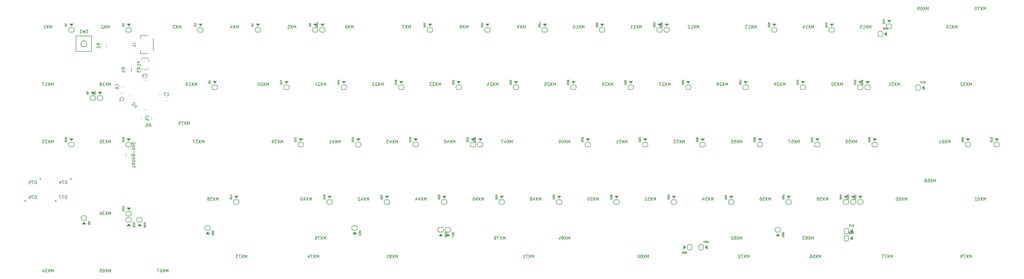
<source format=gbr>
%TF.GenerationSoftware,KiCad,Pcbnew,(5.1.10)-1*%
%TF.CreationDate,2021-09-30T22:15:47+07:00*%
%TF.ProjectId,nonem,6e6f6e65-6d2e-46b6-9963-61645f706362,rev?*%
%TF.SameCoordinates,Original*%
%TF.FileFunction,Legend,Bot*%
%TF.FilePolarity,Positive*%
%FSLAX46Y46*%
G04 Gerber Fmt 4.6, Leading zero omitted, Abs format (unit mm)*
G04 Created by KiCad (PCBNEW (5.1.10)-1) date 2021-09-30 22:15:47*
%MOMM*%
%LPD*%
G01*
G04 APERTURE LIST*
%ADD10C,0.120000*%
%ADD11C,0.150000*%
%ADD12C,0.100000*%
G04 APERTURE END LIST*
D10*
%TO.C,U2*%
X50684266Y-54003638D02*
X51196918Y-54516290D01*
X51196918Y-54516290D02*
X51709570Y-54003638D01*
X51709570Y-44818320D02*
X51196918Y-44305668D01*
X51196918Y-44305668D02*
X50684266Y-44818320D01*
X55789577Y-48898327D02*
X56302229Y-49410979D01*
X56302229Y-49410979D02*
X55789577Y-49923631D01*
X46604259Y-49923631D02*
X46091607Y-49410979D01*
%TO.C,R6*%
X53267544Y-57750048D02*
X53267544Y-56550048D01*
X51507544Y-56550048D02*
X51507544Y-57750048D01*
D11*
%TO.C,J1*%
X49773483Y-34742215D02*
X49773483Y-35742215D01*
X49773483Y-35742215D02*
X52173483Y-35742215D01*
X53973483Y-34742215D02*
X53973483Y-30742215D01*
X52173483Y-29742215D02*
X49773483Y-29742215D01*
X49773483Y-29742215D02*
X49773483Y-30742215D01*
D10*
%TO.C,R3*%
X46745040Y-40476597D02*
X46745040Y-41676597D01*
X48505040Y-41676597D02*
X48505040Y-40476597D01*
%TO.C,R4*%
X44859101Y-40476597D02*
X44859101Y-41676597D01*
X46619101Y-41676597D02*
X46619101Y-40476597D01*
%TO.C,Y1*%
X51997004Y-37090724D02*
X52397004Y-37090724D01*
X51997004Y-37290724D02*
X52397004Y-37290724D01*
X51997004Y-40890724D02*
X52397004Y-40890724D01*
X49997004Y-37090724D02*
X51997004Y-37090724D01*
X52397004Y-38290724D02*
X52797004Y-38290724D01*
X52397004Y-38290724D02*
X52397004Y-37290724D01*
X51997004Y-37290724D02*
X49997004Y-37290724D01*
X49997004Y-37290724D02*
X49997004Y-38290724D01*
X49997004Y-40090724D02*
X49997004Y-40890724D01*
X49997004Y-40890724D02*
X51997004Y-40890724D01*
X52397004Y-40890724D02*
X52397004Y-40090724D01*
D11*
%TO.C,D74*%
X26810217Y-77324878D02*
G75*
G03*
X26810217Y-77324878I-200000J0D01*
G01*
%TO.C,D75*%
X16689879Y-77324878D02*
G75*
G03*
X16689879Y-77324878I-200000J0D01*
G01*
%TO.C,D76*%
X11689879Y-84600530D02*
G75*
G03*
X11689879Y-84600530I-200000J0D01*
G01*
%TO.C,D77*%
X21810217Y-84600530D02*
G75*
G03*
X21810217Y-84600530I-200000J0D01*
G01*
D10*
%TO.C,R5*%
X38384782Y-33639927D02*
X38384782Y-32439927D01*
X36624782Y-32439927D02*
X36624782Y-33639927D01*
%TO.C,300-600R1*%
X44959178Y-68754081D02*
X44959178Y-69954081D01*
X46719178Y-69954081D02*
X46719178Y-68754081D01*
D11*
%TO.C,SW1*%
X31956328Y-32444613D02*
G75*
G03*
X31956328Y-32444613I-1000000J0D01*
G01*
X28356328Y-29844613D02*
X28356328Y-35044613D01*
X33556328Y-29844613D02*
X28356328Y-29844613D01*
X33556328Y-35044613D02*
X33556328Y-29844613D01*
X28356328Y-35044613D02*
X33556328Y-35044613D01*
D12*
%TO.C,D1*%
G36*
X26789085Y-26593772D02*
G01*
X27389085Y-25793772D01*
X26189085Y-25793772D01*
X26789085Y-26593772D01*
G37*
X26789085Y-26593772D02*
X27389085Y-25793772D01*
X26189085Y-25793772D01*
X26789085Y-26593772D01*
D11*
X25889085Y-27593810D02*
X25889085Y-28093772D01*
X27189085Y-28593772D02*
X26389085Y-28593772D01*
X27689085Y-28093734D02*
X27689085Y-27593772D01*
X27189085Y-27093772D02*
X26389085Y-27093772D01*
X27689085Y-27593772D02*
G75*
G03*
X27189085Y-27093772I-500000J0D01*
G01*
X27189085Y-28593772D02*
G75*
G03*
X27689085Y-28093772I0J500000D01*
G01*
X25889085Y-28093772D02*
G75*
G03*
X26389085Y-28593772I500000J0D01*
G01*
X26389085Y-27093772D02*
G75*
G03*
X25889085Y-27593772I0J-500000D01*
G01*
D12*
%TO.C,D2*%
G36*
X45839101Y-26593772D02*
G01*
X46439101Y-25793772D01*
X45239101Y-25793772D01*
X45839101Y-26593772D01*
G37*
X45839101Y-26593772D02*
X46439101Y-25793772D01*
X45239101Y-25793772D01*
X45839101Y-26593772D01*
D11*
X44939101Y-27593810D02*
X44939101Y-28093772D01*
X46239101Y-28593772D02*
X45439101Y-28593772D01*
X46739101Y-28093734D02*
X46739101Y-27593772D01*
X46239101Y-27093772D02*
X45439101Y-27093772D01*
X46739101Y-27593772D02*
G75*
G03*
X46239101Y-27093772I-500000J0D01*
G01*
X46239101Y-28593772D02*
G75*
G03*
X46739101Y-28093772I0J500000D01*
G01*
X44939101Y-28093772D02*
G75*
G03*
X45439101Y-28593772I500000J0D01*
G01*
X45439101Y-27093772D02*
G75*
G03*
X44939101Y-27593772I0J-500000D01*
G01*
D12*
%TO.C,D3*%
G36*
X69651621Y-26593772D02*
G01*
X70251621Y-25793772D01*
X69051621Y-25793772D01*
X69651621Y-26593772D01*
G37*
X69651621Y-26593772D02*
X70251621Y-25793772D01*
X69051621Y-25793772D01*
X69651621Y-26593772D01*
D11*
X68751621Y-27593810D02*
X68751621Y-28093772D01*
X70051621Y-28593772D02*
X69251621Y-28593772D01*
X70551621Y-28093734D02*
X70551621Y-27593772D01*
X70051621Y-27093772D02*
X69251621Y-27093772D01*
X70551621Y-27593772D02*
G75*
G03*
X70051621Y-27093772I-500000J0D01*
G01*
X70051621Y-28593772D02*
G75*
G03*
X70551621Y-28093772I0J500000D01*
G01*
X68751621Y-28093772D02*
G75*
G03*
X69251621Y-28593772I500000J0D01*
G01*
X69251621Y-27093772D02*
G75*
G03*
X68751621Y-27593772I0J-500000D01*
G01*
D12*
%TO.C,D4*%
G36*
X88701637Y-26593772D02*
G01*
X89301637Y-25793772D01*
X88101637Y-25793772D01*
X88701637Y-26593772D01*
G37*
X88701637Y-26593772D02*
X89301637Y-25793772D01*
X88101637Y-25793772D01*
X88701637Y-26593772D01*
D11*
X87801637Y-27593810D02*
X87801637Y-28093772D01*
X89101637Y-28593772D02*
X88301637Y-28593772D01*
X89601637Y-28093734D02*
X89601637Y-27593772D01*
X89101637Y-27093772D02*
X88301637Y-27093772D01*
X89601637Y-27593772D02*
G75*
G03*
X89101637Y-27093772I-500000J0D01*
G01*
X89101637Y-28593772D02*
G75*
G03*
X89601637Y-28093772I0J500000D01*
G01*
X87801637Y-28093772D02*
G75*
G03*
X88301637Y-28593772I500000J0D01*
G01*
X88301637Y-27093772D02*
G75*
G03*
X87801637Y-27593772I0J-500000D01*
G01*
D12*
%TO.C,D5*%
G36*
X107751653Y-26593772D02*
G01*
X108351653Y-25793772D01*
X107151653Y-25793772D01*
X107751653Y-26593772D01*
G37*
X107751653Y-26593772D02*
X108351653Y-25793772D01*
X107151653Y-25793772D01*
X107751653Y-26593772D01*
D11*
X106851653Y-27593810D02*
X106851653Y-28093772D01*
X108151653Y-28593772D02*
X107351653Y-28593772D01*
X108651653Y-28093734D02*
X108651653Y-27593772D01*
X108151653Y-27093772D02*
X107351653Y-27093772D01*
X108651653Y-27593772D02*
G75*
G03*
X108151653Y-27093772I-500000J0D01*
G01*
X108151653Y-28593772D02*
G75*
G03*
X108651653Y-28093772I0J500000D01*
G01*
X106851653Y-28093772D02*
G75*
G03*
X107351653Y-28593772I500000J0D01*
G01*
X107351653Y-27093772D02*
G75*
G03*
X106851653Y-27593772I0J-500000D01*
G01*
D12*
%TO.C,D6*%
G36*
X33932898Y-49215748D02*
G01*
X34532898Y-48415748D01*
X33332898Y-48415748D01*
X33932898Y-49215748D01*
G37*
X33932898Y-49215748D02*
X34532898Y-48415748D01*
X33332898Y-48415748D01*
X33932898Y-49215748D01*
D11*
X33032898Y-50215786D02*
X33032898Y-50715748D01*
X34332898Y-51215748D02*
X33532898Y-51215748D01*
X34832898Y-50715710D02*
X34832898Y-50215748D01*
X34332898Y-49715748D02*
X33532898Y-49715748D01*
X34832898Y-50215748D02*
G75*
G03*
X34332898Y-49715748I-500000J0D01*
G01*
X34332898Y-51215748D02*
G75*
G03*
X34832898Y-50715748I0J500000D01*
G01*
X33032898Y-50715748D02*
G75*
G03*
X33532898Y-51215748I500000J0D01*
G01*
X33532898Y-49715748D02*
G75*
G03*
X33032898Y-50215748I0J-500000D01*
G01*
D12*
%TO.C,D7*%
G36*
X36314154Y-49215666D02*
G01*
X36914154Y-48415666D01*
X35714154Y-48415666D01*
X36314154Y-49215666D01*
G37*
X36314154Y-49215666D02*
X36914154Y-48415666D01*
X35714154Y-48415666D01*
X36314154Y-49215666D01*
D11*
X35414154Y-50215704D02*
X35414154Y-50715666D01*
X36714154Y-51215666D02*
X35914154Y-51215666D01*
X37214154Y-50715628D02*
X37214154Y-50215666D01*
X36714154Y-49715666D02*
X35914154Y-49715666D01*
X37214154Y-50215666D02*
G75*
G03*
X36714154Y-49715666I-500000J0D01*
G01*
X36714154Y-51215666D02*
G75*
G03*
X37214154Y-50715666I0J500000D01*
G01*
X35414154Y-50715666D02*
G75*
G03*
X35914154Y-51215666I500000J0D01*
G01*
X35914154Y-49715666D02*
G75*
G03*
X35414154Y-50215666I0J-500000D01*
G01*
D12*
%TO.C,D8*%
G36*
X30956328Y-91576013D02*
G01*
X30356328Y-92376013D01*
X31556328Y-92376013D01*
X30956328Y-91576013D01*
G37*
X30956328Y-91576013D02*
X30356328Y-92376013D01*
X31556328Y-92376013D01*
X30956328Y-91576013D01*
D11*
X31856328Y-90575975D02*
X31856328Y-90076013D01*
X30556328Y-89576013D02*
X31356328Y-89576013D01*
X30056328Y-90076051D02*
X30056328Y-90576013D01*
X30556328Y-91076013D02*
X31356328Y-91076013D01*
X30056328Y-90576013D02*
G75*
G03*
X30556328Y-91076013I500000J0D01*
G01*
X30556328Y-89576013D02*
G75*
G03*
X30056328Y-90076013I0J-500000D01*
G01*
X31856328Y-90076013D02*
G75*
G03*
X31356328Y-89576013I-500000J0D01*
G01*
X31356328Y-91076013D02*
G75*
G03*
X31856328Y-90576013I0J500000D01*
G01*
D12*
%TO.C,D9*%
G36*
X74414125Y-45643788D02*
G01*
X75014125Y-44843788D01*
X73814125Y-44843788D01*
X74414125Y-45643788D01*
G37*
X74414125Y-45643788D02*
X75014125Y-44843788D01*
X73814125Y-44843788D01*
X74414125Y-45643788D01*
D11*
X73514125Y-46643826D02*
X73514125Y-47143788D01*
X74814125Y-47643788D02*
X74014125Y-47643788D01*
X75314125Y-47143750D02*
X75314125Y-46643788D01*
X74814125Y-46143788D02*
X74014125Y-46143788D01*
X75314125Y-46643788D02*
G75*
G03*
X74814125Y-46143788I-500000J0D01*
G01*
X74814125Y-47643788D02*
G75*
G03*
X75314125Y-47143788I0J500000D01*
G01*
X73514125Y-47143788D02*
G75*
G03*
X74014125Y-47643788I500000J0D01*
G01*
X74014125Y-46143788D02*
G75*
G03*
X73514125Y-46643788I0J-500000D01*
G01*
D12*
%TO.C,D10*%
G36*
X45839178Y-64693912D02*
G01*
X46439178Y-63893912D01*
X45239178Y-63893912D01*
X45839178Y-64693912D01*
G37*
X45839178Y-64693912D02*
X46439178Y-63893912D01*
X45239178Y-63893912D01*
X45839178Y-64693912D01*
D11*
X44939178Y-65693950D02*
X44939178Y-66193912D01*
X46239178Y-66693912D02*
X45439178Y-66693912D01*
X46739178Y-66193874D02*
X46739178Y-65693912D01*
X46239178Y-65193912D02*
X45439178Y-65193912D01*
X46739178Y-65693912D02*
G75*
G03*
X46239178Y-65193912I-500000J0D01*
G01*
X46239178Y-66693912D02*
G75*
G03*
X46739178Y-66193912I0J500000D01*
G01*
X44939178Y-66193912D02*
G75*
G03*
X45439178Y-66693912I500000J0D01*
G01*
X45439178Y-65193912D02*
G75*
G03*
X44939178Y-65693912I0J-500000D01*
G01*
D12*
%TO.C,D11*%
G36*
X98226645Y-45643788D02*
G01*
X98826645Y-44843788D01*
X97626645Y-44843788D01*
X98226645Y-45643788D01*
G37*
X98226645Y-45643788D02*
X98826645Y-44843788D01*
X97626645Y-44843788D01*
X98226645Y-45643788D01*
D11*
X97326645Y-46643826D02*
X97326645Y-47143788D01*
X98626645Y-47643788D02*
X97826645Y-47643788D01*
X99126645Y-47143750D02*
X99126645Y-46643788D01*
X98626645Y-46143788D02*
X97826645Y-46143788D01*
X99126645Y-46643788D02*
G75*
G03*
X98626645Y-46143788I-500000J0D01*
G01*
X98626645Y-47643788D02*
G75*
G03*
X99126645Y-47143788I0J500000D01*
G01*
X97326645Y-47143788D02*
G75*
G03*
X97826645Y-47643788I500000J0D01*
G01*
X97826645Y-46143788D02*
G75*
G03*
X97326645Y-46643788I0J-500000D01*
G01*
D12*
%TO.C,D12*%
G36*
X102989149Y-64693804D02*
G01*
X103589149Y-63893804D01*
X102389149Y-63893804D01*
X102989149Y-64693804D01*
G37*
X102989149Y-64693804D02*
X103589149Y-63893804D01*
X102389149Y-63893804D01*
X102989149Y-64693804D01*
D11*
X102089149Y-65693842D02*
X102089149Y-66193804D01*
X103389149Y-66693804D02*
X102589149Y-66693804D01*
X103889149Y-66193766D02*
X103889149Y-65693804D01*
X103389149Y-65193804D02*
X102589149Y-65193804D01*
X103889149Y-65693804D02*
G75*
G03*
X103389149Y-65193804I-500000J0D01*
G01*
X103389149Y-66693804D02*
G75*
G03*
X103889149Y-66193804I0J500000D01*
G01*
X102089149Y-66193804D02*
G75*
G03*
X102589149Y-66693804I500000J0D01*
G01*
X102589149Y-65193804D02*
G75*
G03*
X102089149Y-65693804I0J-500000D01*
G01*
D12*
%TO.C,D13*%
G36*
X45839101Y-87613355D02*
G01*
X46439101Y-86813355D01*
X45239101Y-86813355D01*
X45839101Y-87613355D01*
G37*
X45839101Y-87613355D02*
X46439101Y-86813355D01*
X45239101Y-86813355D01*
X45839101Y-87613355D01*
D11*
X44939101Y-88613393D02*
X44939101Y-89113355D01*
X46239101Y-89613355D02*
X45439101Y-89613355D01*
X46739101Y-89113317D02*
X46739101Y-88613355D01*
X46239101Y-88113355D02*
X45439101Y-88113355D01*
X46739101Y-88613355D02*
G75*
G03*
X46239101Y-88113355I-500000J0D01*
G01*
X46239101Y-89613355D02*
G75*
G03*
X46739101Y-89113355I0J500000D01*
G01*
X44939101Y-89113355D02*
G75*
G03*
X45439101Y-89613355I500000J0D01*
G01*
X45439101Y-88113355D02*
G75*
G03*
X44939101Y-88613355I0J-500000D01*
G01*
D12*
%TO.C,D14*%
G36*
X117276661Y-45643788D02*
G01*
X117876661Y-44843788D01*
X116676661Y-44843788D01*
X117276661Y-45643788D01*
G37*
X117276661Y-45643788D02*
X117876661Y-44843788D01*
X116676661Y-44843788D01*
X117276661Y-45643788D01*
D11*
X116376661Y-46643826D02*
X116376661Y-47143788D01*
X117676661Y-47643788D02*
X116876661Y-47643788D01*
X118176661Y-47143750D02*
X118176661Y-46643788D01*
X117676661Y-46143788D02*
X116876661Y-46143788D01*
X118176661Y-46643788D02*
G75*
G03*
X117676661Y-46143788I-500000J0D01*
G01*
X117676661Y-47643788D02*
G75*
G03*
X118176661Y-47143788I0J500000D01*
G01*
X116376661Y-47143788D02*
G75*
G03*
X116876661Y-47643788I500000J0D01*
G01*
X116876661Y-46143788D02*
G75*
G03*
X116376661Y-46643788I0J-500000D01*
G01*
D12*
%TO.C,D15*%
G36*
X122039165Y-64693804D02*
G01*
X122639165Y-63893804D01*
X121439165Y-63893804D01*
X122039165Y-64693804D01*
G37*
X122039165Y-64693804D02*
X122639165Y-63893804D01*
X121439165Y-63893804D01*
X122039165Y-64693804D01*
D11*
X121139165Y-65693842D02*
X121139165Y-66193804D01*
X122439165Y-66693804D02*
X121639165Y-66693804D01*
X122939165Y-66193766D02*
X122939165Y-65693804D01*
X122439165Y-65193804D02*
X121639165Y-65193804D01*
X122939165Y-65693804D02*
G75*
G03*
X122439165Y-65193804I-500000J0D01*
G01*
X122439165Y-66693804D02*
G75*
G03*
X122939165Y-66193804I0J500000D01*
G01*
X121139165Y-66193804D02*
G75*
G03*
X121639165Y-66693804I500000J0D01*
G01*
X121639165Y-65193804D02*
G75*
G03*
X121139165Y-65693804I0J-500000D01*
G01*
D12*
%TO.C,D16*%
G36*
X45839101Y-92171172D02*
G01*
X45239101Y-92971172D01*
X46439101Y-92971172D01*
X45839101Y-92171172D01*
G37*
X45839101Y-92171172D02*
X45239101Y-92971172D01*
X46439101Y-92971172D01*
X45839101Y-92171172D01*
D11*
X46739101Y-91171134D02*
X46739101Y-90671172D01*
X45439101Y-90171172D02*
X46239101Y-90171172D01*
X44939101Y-90671210D02*
X44939101Y-91171172D01*
X45439101Y-91671172D02*
X46239101Y-91671172D01*
X44939101Y-91171172D02*
G75*
G03*
X45439101Y-91671172I500000J0D01*
G01*
X45439101Y-90171172D02*
G75*
G03*
X44939101Y-90671172I0J-500000D01*
G01*
X46739101Y-90671172D02*
G75*
G03*
X46239101Y-90171172I-500000J0D01*
G01*
X46239101Y-91671172D02*
G75*
G03*
X46739101Y-91171172I0J500000D01*
G01*
D12*
%TO.C,D17*%
G36*
X110132905Y-26593750D02*
G01*
X110732905Y-25793750D01*
X109532905Y-25793750D01*
X110132905Y-26593750D01*
G37*
X110132905Y-26593750D02*
X110732905Y-25793750D01*
X109532905Y-25793750D01*
X110132905Y-26593750D01*
D11*
X109232905Y-27593788D02*
X109232905Y-28093750D01*
X110532905Y-28593750D02*
X109732905Y-28593750D01*
X111032905Y-28093712D02*
X111032905Y-27593750D01*
X110532905Y-27093750D02*
X109732905Y-27093750D01*
X111032905Y-27593750D02*
G75*
G03*
X110532905Y-27093750I-500000J0D01*
G01*
X110532905Y-28593750D02*
G75*
G03*
X111032905Y-28093750I0J500000D01*
G01*
X109232905Y-28093750D02*
G75*
G03*
X109732905Y-28593750I500000J0D01*
G01*
X109732905Y-27093750D02*
G75*
G03*
X109232905Y-27593750I0J-500000D01*
G01*
D12*
%TO.C,D18*%
G36*
X136326677Y-45643788D02*
G01*
X136926677Y-44843788D01*
X135726677Y-44843788D01*
X136326677Y-45643788D01*
G37*
X136326677Y-45643788D02*
X136926677Y-44843788D01*
X135726677Y-44843788D01*
X136326677Y-45643788D01*
D11*
X135426677Y-46643826D02*
X135426677Y-47143788D01*
X136726677Y-47643788D02*
X135926677Y-47643788D01*
X137226677Y-47143750D02*
X137226677Y-46643788D01*
X136726677Y-46143788D02*
X135926677Y-46143788D01*
X137226677Y-46643788D02*
G75*
G03*
X136726677Y-46143788I-500000J0D01*
G01*
X136726677Y-47643788D02*
G75*
G03*
X137226677Y-47143788I0J500000D01*
G01*
X135426677Y-47143788D02*
G75*
G03*
X135926677Y-47643788I500000J0D01*
G01*
X135926677Y-46143788D02*
G75*
G03*
X135426677Y-46643788I0J-500000D01*
G01*
D12*
%TO.C,D19*%
G36*
X141089181Y-64693804D02*
G01*
X141689181Y-63893804D01*
X140489181Y-63893804D01*
X141089181Y-64693804D01*
G37*
X141089181Y-64693804D02*
X141689181Y-63893804D01*
X140489181Y-63893804D01*
X141089181Y-64693804D01*
D11*
X140189181Y-65693842D02*
X140189181Y-66193804D01*
X141489181Y-66693804D02*
X140689181Y-66693804D01*
X141989181Y-66193766D02*
X141989181Y-65693804D01*
X141489181Y-65193804D02*
X140689181Y-65193804D01*
X141989181Y-65693804D02*
G75*
G03*
X141489181Y-65193804I-500000J0D01*
G01*
X141489181Y-66693804D02*
G75*
G03*
X141989181Y-66193804I0J500000D01*
G01*
X140189181Y-66193804D02*
G75*
G03*
X140689181Y-66693804I500000J0D01*
G01*
X140689181Y-65193804D02*
G75*
G03*
X140189181Y-65693804I0J-500000D01*
G01*
D12*
%TO.C,D20*%
G36*
X26789130Y-64693912D02*
G01*
X27389130Y-63893912D01*
X26189130Y-63893912D01*
X26789130Y-64693912D01*
G37*
X26789130Y-64693912D02*
X27389130Y-63893912D01*
X26189130Y-63893912D01*
X26789130Y-64693912D01*
D11*
X25889130Y-65693950D02*
X25889130Y-66193912D01*
X27189130Y-66693912D02*
X26389130Y-66693912D01*
X27689130Y-66193874D02*
X27689130Y-65693912D01*
X27189130Y-65193912D02*
X26389130Y-65193912D01*
X27689130Y-65693912D02*
G75*
G03*
X27189130Y-65193912I-500000J0D01*
G01*
X27189130Y-66693912D02*
G75*
G03*
X27689130Y-66193912I0J500000D01*
G01*
X25889130Y-66193912D02*
G75*
G03*
X26389130Y-66693912I500000J0D01*
G01*
X26389130Y-65193912D02*
G75*
G03*
X25889130Y-65693912I0J-500000D01*
G01*
D12*
%TO.C,D21*%
G36*
X145851685Y-26593772D02*
G01*
X146451685Y-25793772D01*
X145251685Y-25793772D01*
X145851685Y-26593772D01*
G37*
X145851685Y-26593772D02*
X146451685Y-25793772D01*
X145251685Y-25793772D01*
X145851685Y-26593772D01*
D11*
X144951685Y-27593810D02*
X144951685Y-28093772D01*
X146251685Y-28593772D02*
X145451685Y-28593772D01*
X146751685Y-28093734D02*
X146751685Y-27593772D01*
X146251685Y-27093772D02*
X145451685Y-27093772D01*
X146751685Y-27593772D02*
G75*
G03*
X146251685Y-27093772I-500000J0D01*
G01*
X146251685Y-28593772D02*
G75*
G03*
X146751685Y-28093772I0J500000D01*
G01*
X144951685Y-28093772D02*
G75*
G03*
X145451685Y-28593772I500000J0D01*
G01*
X145451685Y-27093772D02*
G75*
G03*
X144951685Y-27593772I0J-500000D01*
G01*
D12*
%TO.C,D22*%
G36*
X155376693Y-45643788D02*
G01*
X155976693Y-44843788D01*
X154776693Y-44843788D01*
X155376693Y-45643788D01*
G37*
X155376693Y-45643788D02*
X155976693Y-44843788D01*
X154776693Y-44843788D01*
X155376693Y-45643788D01*
D11*
X154476693Y-46643826D02*
X154476693Y-47143788D01*
X155776693Y-47643788D02*
X154976693Y-47643788D01*
X156276693Y-47143750D02*
X156276693Y-46643788D01*
X155776693Y-46143788D02*
X154976693Y-46143788D01*
X156276693Y-46643788D02*
G75*
G03*
X155776693Y-46143788I-500000J0D01*
G01*
X155776693Y-47643788D02*
G75*
G03*
X156276693Y-47143788I0J500000D01*
G01*
X154476693Y-47143788D02*
G75*
G03*
X154976693Y-47643788I500000J0D01*
G01*
X154976693Y-46143788D02*
G75*
G03*
X154476693Y-46643788I0J-500000D01*
G01*
D12*
%TO.C,D23*%
G36*
X160139197Y-64693804D02*
G01*
X160739197Y-63893804D01*
X159539197Y-63893804D01*
X160139197Y-64693804D01*
G37*
X160139197Y-64693804D02*
X160739197Y-63893804D01*
X159539197Y-63893804D01*
X160139197Y-64693804D01*
D11*
X159239197Y-65693842D02*
X159239197Y-66193804D01*
X160539197Y-66693804D02*
X159739197Y-66693804D01*
X161039197Y-66193766D02*
X161039197Y-65693804D01*
X160539197Y-65193804D02*
X159739197Y-65193804D01*
X161039197Y-65693804D02*
G75*
G03*
X160539197Y-65193804I-500000J0D01*
G01*
X160539197Y-66693804D02*
G75*
G03*
X161039197Y-66193804I0J500000D01*
G01*
X159239197Y-66193804D02*
G75*
G03*
X159739197Y-66693804I500000J0D01*
G01*
X159739197Y-65193804D02*
G75*
G03*
X159239197Y-65693804I0J-500000D01*
G01*
D12*
%TO.C,D24*%
G36*
X164901701Y-26593772D02*
G01*
X165501701Y-25793772D01*
X164301701Y-25793772D01*
X164901701Y-26593772D01*
G37*
X164901701Y-26593772D02*
X165501701Y-25793772D01*
X164301701Y-25793772D01*
X164901701Y-26593772D01*
D11*
X164001701Y-27593810D02*
X164001701Y-28093772D01*
X165301701Y-28593772D02*
X164501701Y-28593772D01*
X165801701Y-28093734D02*
X165801701Y-27593772D01*
X165301701Y-27093772D02*
X164501701Y-27093772D01*
X165801701Y-27593772D02*
G75*
G03*
X165301701Y-27093772I-500000J0D01*
G01*
X165301701Y-28593772D02*
G75*
G03*
X165801701Y-28093772I0J500000D01*
G01*
X164001701Y-28093772D02*
G75*
G03*
X164501701Y-28593772I500000J0D01*
G01*
X164501701Y-27093772D02*
G75*
G03*
X164001701Y-27593772I0J-500000D01*
G01*
D12*
%TO.C,D25*%
G36*
X174426709Y-45643788D02*
G01*
X175026709Y-44843788D01*
X173826709Y-44843788D01*
X174426709Y-45643788D01*
G37*
X174426709Y-45643788D02*
X175026709Y-44843788D01*
X173826709Y-44843788D01*
X174426709Y-45643788D01*
D11*
X173526709Y-46643826D02*
X173526709Y-47143788D01*
X174826709Y-47643788D02*
X174026709Y-47643788D01*
X175326709Y-47143750D02*
X175326709Y-46643788D01*
X174826709Y-46143788D02*
X174026709Y-46143788D01*
X175326709Y-46643788D02*
G75*
G03*
X174826709Y-46143788I-500000J0D01*
G01*
X174826709Y-47643788D02*
G75*
G03*
X175326709Y-47143788I0J500000D01*
G01*
X173526709Y-47143788D02*
G75*
G03*
X174026709Y-47643788I500000J0D01*
G01*
X174026709Y-46143788D02*
G75*
G03*
X173526709Y-46643788I0J-500000D01*
G01*
D12*
%TO.C,D26*%
G36*
X162520449Y-64693804D02*
G01*
X163120449Y-63893804D01*
X161920449Y-63893804D01*
X162520449Y-64693804D01*
G37*
X162520449Y-64693804D02*
X163120449Y-63893804D01*
X161920449Y-63893804D01*
X162520449Y-64693804D01*
D11*
X161620449Y-65693842D02*
X161620449Y-66193804D01*
X162920449Y-66693804D02*
X162120449Y-66693804D01*
X163420449Y-66193766D02*
X163420449Y-65693804D01*
X162920449Y-65193804D02*
X162120449Y-65193804D01*
X163420449Y-65693804D02*
G75*
G03*
X162920449Y-65193804I-500000J0D01*
G01*
X162920449Y-66693804D02*
G75*
G03*
X163420449Y-66193804I0J500000D01*
G01*
X161620449Y-66193804D02*
G75*
G03*
X162120449Y-66693804I500000J0D01*
G01*
X162120449Y-65193804D02*
G75*
G03*
X161620449Y-65693804I0J-500000D01*
G01*
D12*
%TO.C,D27*%
G36*
X183951717Y-26593772D02*
G01*
X184551717Y-25793772D01*
X183351717Y-25793772D01*
X183951717Y-26593772D01*
G37*
X183951717Y-26593772D02*
X184551717Y-25793772D01*
X183351717Y-25793772D01*
X183951717Y-26593772D01*
D11*
X183051717Y-27593810D02*
X183051717Y-28093772D01*
X184351717Y-28593772D02*
X183551717Y-28593772D01*
X184851717Y-28093734D02*
X184851717Y-27593772D01*
X184351717Y-27093772D02*
X183551717Y-27093772D01*
X184851717Y-27593772D02*
G75*
G03*
X184351717Y-27093772I-500000J0D01*
G01*
X184351717Y-28593772D02*
G75*
G03*
X184851717Y-28093772I0J500000D01*
G01*
X183051717Y-28093772D02*
G75*
G03*
X183551717Y-28593772I500000J0D01*
G01*
X183551717Y-27093772D02*
G75*
G03*
X183051717Y-27593772I0J-500000D01*
G01*
D12*
%TO.C,D28*%
G36*
X193476725Y-45643788D02*
G01*
X194076725Y-44843788D01*
X192876725Y-44843788D01*
X193476725Y-45643788D01*
G37*
X193476725Y-45643788D02*
X194076725Y-44843788D01*
X192876725Y-44843788D01*
X193476725Y-45643788D01*
D11*
X192576725Y-46643826D02*
X192576725Y-47143788D01*
X193876725Y-47643788D02*
X193076725Y-47643788D01*
X194376725Y-47143750D02*
X194376725Y-46643788D01*
X193876725Y-46143788D02*
X193076725Y-46143788D01*
X194376725Y-46643788D02*
G75*
G03*
X193876725Y-46143788I-500000J0D01*
G01*
X193876725Y-47643788D02*
G75*
G03*
X194376725Y-47143788I0J500000D01*
G01*
X192576725Y-47143788D02*
G75*
G03*
X193076725Y-47643788I500000J0D01*
G01*
X193076725Y-46143788D02*
G75*
G03*
X192576725Y-46643788I0J-500000D01*
G01*
D12*
%TO.C,D29*%
G36*
X198239229Y-64693804D02*
G01*
X198839229Y-63893804D01*
X197639229Y-63893804D01*
X198239229Y-64693804D01*
G37*
X198239229Y-64693804D02*
X198839229Y-63893804D01*
X197639229Y-63893804D01*
X198239229Y-64693804D01*
D11*
X197339229Y-65693842D02*
X197339229Y-66193804D01*
X198639229Y-66693804D02*
X197839229Y-66693804D01*
X199139229Y-66193766D02*
X199139229Y-65693804D01*
X198639229Y-65193804D02*
X197839229Y-65193804D01*
X199139229Y-65693804D02*
G75*
G03*
X198639229Y-65193804I-500000J0D01*
G01*
X198639229Y-66693804D02*
G75*
G03*
X199139229Y-66193804I0J500000D01*
G01*
X197339229Y-66193804D02*
G75*
G03*
X197839229Y-66693804I500000J0D01*
G01*
X197839229Y-65193804D02*
G75*
G03*
X197339229Y-65693804I0J-500000D01*
G01*
D12*
%TO.C,D30*%
G36*
X203001733Y-26593772D02*
G01*
X203601733Y-25793772D01*
X202401733Y-25793772D01*
X203001733Y-26593772D01*
G37*
X203001733Y-26593772D02*
X203601733Y-25793772D01*
X202401733Y-25793772D01*
X203001733Y-26593772D01*
D11*
X202101733Y-27593810D02*
X202101733Y-28093772D01*
X203401733Y-28593772D02*
X202601733Y-28593772D01*
X203901733Y-28093734D02*
X203901733Y-27593772D01*
X203401733Y-27093772D02*
X202601733Y-27093772D01*
X203901733Y-27593772D02*
G75*
G03*
X203401733Y-27093772I-500000J0D01*
G01*
X203401733Y-28593772D02*
G75*
G03*
X203901733Y-28093772I0J500000D01*
G01*
X202101733Y-28093772D02*
G75*
G03*
X202601733Y-28593772I500000J0D01*
G01*
X202601733Y-27093772D02*
G75*
G03*
X202101733Y-27593772I0J-500000D01*
G01*
D12*
%TO.C,D31*%
G36*
X212526741Y-45643788D02*
G01*
X213126741Y-44843788D01*
X211926741Y-44843788D01*
X212526741Y-45643788D01*
G37*
X212526741Y-45643788D02*
X213126741Y-44843788D01*
X211926741Y-44843788D01*
X212526741Y-45643788D01*
D11*
X211626741Y-46643826D02*
X211626741Y-47143788D01*
X212926741Y-47643788D02*
X212126741Y-47643788D01*
X213426741Y-47143750D02*
X213426741Y-46643788D01*
X212926741Y-46143788D02*
X212126741Y-46143788D01*
X213426741Y-46643788D02*
G75*
G03*
X212926741Y-46143788I-500000J0D01*
G01*
X212926741Y-47643788D02*
G75*
G03*
X213426741Y-47143788I0J500000D01*
G01*
X211626741Y-47143788D02*
G75*
G03*
X212126741Y-47643788I500000J0D01*
G01*
X212126741Y-46143788D02*
G75*
G03*
X211626741Y-46643788I0J-500000D01*
G01*
D12*
%TO.C,D32*%
G36*
X217289245Y-64693804D02*
G01*
X217889245Y-63893804D01*
X216689245Y-63893804D01*
X217289245Y-64693804D01*
G37*
X217289245Y-64693804D02*
X217889245Y-63893804D01*
X216689245Y-63893804D01*
X217289245Y-64693804D01*
D11*
X216389245Y-65693842D02*
X216389245Y-66193804D01*
X217689245Y-66693804D02*
X216889245Y-66693804D01*
X218189245Y-66193766D02*
X218189245Y-65693804D01*
X217689245Y-65193804D02*
X216889245Y-65193804D01*
X218189245Y-65693804D02*
G75*
G03*
X217689245Y-65193804I-500000J0D01*
G01*
X217689245Y-66693804D02*
G75*
G03*
X218189245Y-66193804I0J500000D01*
G01*
X216389245Y-66193804D02*
G75*
G03*
X216889245Y-66693804I500000J0D01*
G01*
X216889245Y-65193804D02*
G75*
G03*
X216389245Y-65693804I0J-500000D01*
G01*
D12*
%TO.C,D33*%
G36*
X222051749Y-26593772D02*
G01*
X222651749Y-25793772D01*
X221451749Y-25793772D01*
X222051749Y-26593772D01*
G37*
X222051749Y-26593772D02*
X222651749Y-25793772D01*
X221451749Y-25793772D01*
X222051749Y-26593772D01*
D11*
X221151749Y-27593810D02*
X221151749Y-28093772D01*
X222451749Y-28593772D02*
X221651749Y-28593772D01*
X222951749Y-28093734D02*
X222951749Y-27593772D01*
X222451749Y-27093772D02*
X221651749Y-27093772D01*
X222951749Y-27593772D02*
G75*
G03*
X222451749Y-27093772I-500000J0D01*
G01*
X222451749Y-28593772D02*
G75*
G03*
X222951749Y-28093772I0J500000D01*
G01*
X221151749Y-28093772D02*
G75*
G03*
X221651749Y-28593772I500000J0D01*
G01*
X221651749Y-27093772D02*
G75*
G03*
X221151749Y-27593772I0J-500000D01*
G01*
D12*
%TO.C,D34*%
G36*
X231576757Y-45643788D02*
G01*
X232176757Y-44843788D01*
X230976757Y-44843788D01*
X231576757Y-45643788D01*
G37*
X231576757Y-45643788D02*
X232176757Y-44843788D01*
X230976757Y-44843788D01*
X231576757Y-45643788D01*
D11*
X230676757Y-46643826D02*
X230676757Y-47143788D01*
X231976757Y-47643788D02*
X231176757Y-47643788D01*
X232476757Y-47143750D02*
X232476757Y-46643788D01*
X231976757Y-46143788D02*
X231176757Y-46143788D01*
X232476757Y-46643788D02*
G75*
G03*
X231976757Y-46143788I-500000J0D01*
G01*
X231976757Y-47643788D02*
G75*
G03*
X232476757Y-47143788I0J500000D01*
G01*
X230676757Y-47143788D02*
G75*
G03*
X231176757Y-47643788I500000J0D01*
G01*
X231176757Y-46143788D02*
G75*
G03*
X230676757Y-46643788I0J-500000D01*
G01*
D12*
%TO.C,D35*%
G36*
X236339261Y-64693804D02*
G01*
X236939261Y-63893804D01*
X235739261Y-63893804D01*
X236339261Y-64693804D01*
G37*
X236339261Y-64693804D02*
X236939261Y-63893804D01*
X235739261Y-63893804D01*
X236339261Y-64693804D01*
D11*
X235439261Y-65693842D02*
X235439261Y-66193804D01*
X236739261Y-66693804D02*
X235939261Y-66693804D01*
X237239261Y-66193766D02*
X237239261Y-65693804D01*
X236739261Y-65193804D02*
X235939261Y-65193804D01*
X237239261Y-65693804D02*
G75*
G03*
X236739261Y-65193804I-500000J0D01*
G01*
X236739261Y-66693804D02*
G75*
G03*
X237239261Y-66193804I0J500000D01*
G01*
X235439261Y-66193804D02*
G75*
G03*
X235939261Y-66693804I500000J0D01*
G01*
X235939261Y-65193804D02*
G75*
G03*
X235439261Y-65693804I0J-500000D01*
G01*
D12*
%TO.C,D36*%
G36*
X224433001Y-26593772D02*
G01*
X225033001Y-25793772D01*
X223833001Y-25793772D01*
X224433001Y-26593772D01*
G37*
X224433001Y-26593772D02*
X225033001Y-25793772D01*
X223833001Y-25793772D01*
X224433001Y-26593772D01*
D11*
X223533001Y-27593810D02*
X223533001Y-28093772D01*
X224833001Y-28593772D02*
X224033001Y-28593772D01*
X225333001Y-28093734D02*
X225333001Y-27593772D01*
X224833001Y-27093772D02*
X224033001Y-27093772D01*
X225333001Y-27593772D02*
G75*
G03*
X224833001Y-27093772I-500000J0D01*
G01*
X224833001Y-28593772D02*
G75*
G03*
X225333001Y-28093772I0J500000D01*
G01*
X223533001Y-28093772D02*
G75*
G03*
X224033001Y-28593772I500000J0D01*
G01*
X224033001Y-27093772D02*
G75*
G03*
X223533001Y-27593772I0J-500000D01*
G01*
D12*
%TO.C,D37*%
G36*
X250626773Y-45643788D02*
G01*
X251226773Y-44843788D01*
X250026773Y-44843788D01*
X250626773Y-45643788D01*
G37*
X250626773Y-45643788D02*
X251226773Y-44843788D01*
X250026773Y-44843788D01*
X250626773Y-45643788D01*
D11*
X249726773Y-46643826D02*
X249726773Y-47143788D01*
X251026773Y-47643788D02*
X250226773Y-47643788D01*
X251526773Y-47143750D02*
X251526773Y-46643788D01*
X251026773Y-46143788D02*
X250226773Y-46143788D01*
X251526773Y-46643788D02*
G75*
G03*
X251026773Y-46143788I-500000J0D01*
G01*
X251026773Y-47643788D02*
G75*
G03*
X251526773Y-47143788I0J500000D01*
G01*
X249726773Y-47143788D02*
G75*
G03*
X250226773Y-47643788I500000J0D01*
G01*
X250226773Y-46143788D02*
G75*
G03*
X249726773Y-46643788I0J-500000D01*
G01*
D12*
%TO.C,D38*%
G36*
X255389277Y-64693804D02*
G01*
X255989277Y-63893804D01*
X254789277Y-63893804D01*
X255389277Y-64693804D01*
G37*
X255389277Y-64693804D02*
X255989277Y-63893804D01*
X254789277Y-63893804D01*
X255389277Y-64693804D01*
D11*
X254489277Y-65693842D02*
X254489277Y-66193804D01*
X255789277Y-66693804D02*
X254989277Y-66693804D01*
X256289277Y-66193766D02*
X256289277Y-65693804D01*
X255789277Y-65193804D02*
X254989277Y-65193804D01*
X256289277Y-65693804D02*
G75*
G03*
X255789277Y-65193804I-500000J0D01*
G01*
X255789277Y-66693804D02*
G75*
G03*
X256289277Y-66193804I0J500000D01*
G01*
X254489277Y-66193804D02*
G75*
G03*
X254989277Y-66693804I500000J0D01*
G01*
X254989277Y-65193804D02*
G75*
G03*
X254489277Y-65693804I0J-500000D01*
G01*
D12*
%TO.C,D39*%
G36*
X260151781Y-26593772D02*
G01*
X260751781Y-25793772D01*
X259551781Y-25793772D01*
X260151781Y-26593772D01*
G37*
X260151781Y-26593772D02*
X260751781Y-25793772D01*
X259551781Y-25793772D01*
X260151781Y-26593772D01*
D11*
X259251781Y-27593810D02*
X259251781Y-28093772D01*
X260551781Y-28593772D02*
X259751781Y-28593772D01*
X261051781Y-28093734D02*
X261051781Y-27593772D01*
X260551781Y-27093772D02*
X259751781Y-27093772D01*
X261051781Y-27593772D02*
G75*
G03*
X260551781Y-27093772I-500000J0D01*
G01*
X260551781Y-28593772D02*
G75*
G03*
X261051781Y-28093772I0J500000D01*
G01*
X259251781Y-28093772D02*
G75*
G03*
X259751781Y-28593772I500000J0D01*
G01*
X259751781Y-27093772D02*
G75*
G03*
X259251781Y-27593772I0J-500000D01*
G01*
D12*
%TO.C,D40*%
G36*
X269676789Y-45643788D02*
G01*
X270276789Y-44843788D01*
X269076789Y-44843788D01*
X269676789Y-45643788D01*
G37*
X269676789Y-45643788D02*
X270276789Y-44843788D01*
X269076789Y-44843788D01*
X269676789Y-45643788D01*
D11*
X268776789Y-46643826D02*
X268776789Y-47143788D01*
X270076789Y-47643788D02*
X269276789Y-47643788D01*
X270576789Y-47143750D02*
X270576789Y-46643788D01*
X270076789Y-46143788D02*
X269276789Y-46143788D01*
X270576789Y-46643788D02*
G75*
G03*
X270076789Y-46143788I-500000J0D01*
G01*
X270076789Y-47643788D02*
G75*
G03*
X270576789Y-47143788I0J500000D01*
G01*
X268776789Y-47143788D02*
G75*
G03*
X269276789Y-47643788I500000J0D01*
G01*
X269276789Y-46143788D02*
G75*
G03*
X268776789Y-46643788I0J-500000D01*
G01*
D12*
%TO.C,D41*%
G36*
X274439293Y-64693804D02*
G01*
X275039293Y-63893804D01*
X273839293Y-63893804D01*
X274439293Y-64693804D01*
G37*
X274439293Y-64693804D02*
X275039293Y-63893804D01*
X273839293Y-63893804D01*
X274439293Y-64693804D01*
D11*
X273539293Y-65693842D02*
X273539293Y-66193804D01*
X274839293Y-66693804D02*
X274039293Y-66693804D01*
X275339293Y-66193766D02*
X275339293Y-65693804D01*
X274839293Y-65193804D02*
X274039293Y-65193804D01*
X275339293Y-65693804D02*
G75*
G03*
X274839293Y-65193804I-500000J0D01*
G01*
X274839293Y-66693804D02*
G75*
G03*
X275339293Y-66193804I0J500000D01*
G01*
X273539293Y-66193804D02*
G75*
G03*
X274039293Y-66693804I500000J0D01*
G01*
X274039293Y-65193804D02*
G75*
G03*
X273539293Y-65693804I0J-500000D01*
G01*
D12*
%TO.C,D42*%
G36*
X279201797Y-26593772D02*
G01*
X279801797Y-25793772D01*
X278601797Y-25793772D01*
X279201797Y-26593772D01*
G37*
X279201797Y-26593772D02*
X279801797Y-25793772D01*
X278601797Y-25793772D01*
X279201797Y-26593772D01*
D11*
X278301797Y-27593810D02*
X278301797Y-28093772D01*
X279601797Y-28593772D02*
X278801797Y-28593772D01*
X280101797Y-28093734D02*
X280101797Y-27593772D01*
X279601797Y-27093772D02*
X278801797Y-27093772D01*
X280101797Y-27593772D02*
G75*
G03*
X279601797Y-27093772I-500000J0D01*
G01*
X279601797Y-28593772D02*
G75*
G03*
X280101797Y-28093772I0J500000D01*
G01*
X278301797Y-28093772D02*
G75*
G03*
X278801797Y-28593772I500000J0D01*
G01*
X278801797Y-27093772D02*
G75*
G03*
X278301797Y-27593772I0J-500000D01*
G01*
D12*
%TO.C,D43*%
G36*
X288726805Y-45643788D02*
G01*
X289326805Y-44843788D01*
X288126805Y-44843788D01*
X288726805Y-45643788D01*
G37*
X288726805Y-45643788D02*
X289326805Y-44843788D01*
X288126805Y-44843788D01*
X288726805Y-45643788D01*
D11*
X287826805Y-46643826D02*
X287826805Y-47143788D01*
X289126805Y-47643788D02*
X288326805Y-47643788D01*
X289626805Y-47143750D02*
X289626805Y-46643788D01*
X289126805Y-46143788D02*
X288326805Y-46143788D01*
X289626805Y-46643788D02*
G75*
G03*
X289126805Y-46143788I-500000J0D01*
G01*
X289126805Y-47643788D02*
G75*
G03*
X289626805Y-47143788I0J500000D01*
G01*
X287826805Y-47143788D02*
G75*
G03*
X288326805Y-47643788I500000J0D01*
G01*
X288326805Y-46143788D02*
G75*
G03*
X287826805Y-46643788I0J-500000D01*
G01*
D12*
%TO.C,D44*%
G36*
X298251813Y-25403146D02*
G01*
X298851813Y-24603146D01*
X297651813Y-24603146D01*
X298251813Y-25403146D01*
G37*
X298251813Y-25403146D02*
X298851813Y-24603146D01*
X297651813Y-24603146D01*
X298251813Y-25403146D01*
D11*
X297351813Y-26403184D02*
X297351813Y-26903146D01*
X298651813Y-27403146D02*
X297851813Y-27403146D01*
X299151813Y-26903108D02*
X299151813Y-26403146D01*
X298651813Y-25903146D02*
X297851813Y-25903146D01*
X299151813Y-26403146D02*
G75*
G03*
X298651813Y-25903146I-500000J0D01*
G01*
X298651813Y-27403146D02*
G75*
G03*
X299151813Y-26903146I0J500000D01*
G01*
X297351813Y-26903146D02*
G75*
G03*
X297851813Y-27403146I500000J0D01*
G01*
X297851813Y-25903146D02*
G75*
G03*
X297351813Y-26403146I0J-500000D01*
G01*
D12*
%TO.C,D45*%
G36*
X291108057Y-45643788D02*
G01*
X291708057Y-44843788D01*
X290508057Y-44843788D01*
X291108057Y-45643788D01*
G37*
X291108057Y-45643788D02*
X291708057Y-44843788D01*
X290508057Y-44843788D01*
X291108057Y-45643788D01*
D11*
X290208057Y-46643826D02*
X290208057Y-47143788D01*
X291508057Y-47643788D02*
X290708057Y-47643788D01*
X292008057Y-47143750D02*
X292008057Y-46643788D01*
X291508057Y-46143788D02*
X290708057Y-46143788D01*
X292008057Y-46643788D02*
G75*
G03*
X291508057Y-46143788I-500000J0D01*
G01*
X291508057Y-47643788D02*
G75*
G03*
X292008057Y-47143788I0J500000D01*
G01*
X290208057Y-47143788D02*
G75*
G03*
X290708057Y-47643788I500000J0D01*
G01*
X290708057Y-46143788D02*
G75*
G03*
X290208057Y-46643788I0J-500000D01*
G01*
D12*
%TO.C,D46*%
G36*
X296661187Y-29170337D02*
G01*
X297461187Y-29770337D01*
X297461187Y-28570337D01*
X296661187Y-29170337D01*
G37*
X296661187Y-29170337D02*
X297461187Y-29770337D01*
X297461187Y-28570337D01*
X296661187Y-29170337D01*
D11*
X295661149Y-28270337D02*
X295161187Y-28270337D01*
X294661187Y-29570337D02*
X294661187Y-28770337D01*
X295161225Y-30070337D02*
X295661187Y-30070337D01*
X296161187Y-29570337D02*
X296161187Y-28770337D01*
X295661187Y-30070337D02*
G75*
G03*
X296161187Y-29570337I0J500000D01*
G01*
X294661187Y-29570337D02*
G75*
G03*
X295161187Y-30070337I500000J0D01*
G01*
X295161187Y-28270337D02*
G75*
G03*
X294661187Y-28770337I0J-500000D01*
G01*
X296161187Y-28770337D02*
G75*
G03*
X295661187Y-28270337I-500000J0D01*
G01*
D12*
%TO.C,D47*%
G36*
X81557881Y-83743820D02*
G01*
X82157881Y-82943820D01*
X80957881Y-82943820D01*
X81557881Y-83743820D01*
G37*
X81557881Y-83743820D02*
X82157881Y-82943820D01*
X80957881Y-82943820D01*
X81557881Y-83743820D01*
D11*
X80657881Y-84743858D02*
X80657881Y-85243820D01*
X81957881Y-85743820D02*
X81157881Y-85743820D01*
X82457881Y-85243782D02*
X82457881Y-84743820D01*
X81957881Y-84243820D02*
X81157881Y-84243820D01*
X82457881Y-84743820D02*
G75*
G03*
X81957881Y-84243820I-500000J0D01*
G01*
X81957881Y-85743820D02*
G75*
G03*
X82457881Y-85243820I0J500000D01*
G01*
X80657881Y-85243820D02*
G75*
G03*
X81157881Y-85743820I500000J0D01*
G01*
X81157881Y-84243820D02*
G75*
G03*
X80657881Y-84743820I0J-500000D01*
G01*
D12*
%TO.C,D48*%
G36*
X49410979Y-92171327D02*
G01*
X48810979Y-92971327D01*
X50010979Y-92971327D01*
X49410979Y-92171327D01*
G37*
X49410979Y-92171327D02*
X48810979Y-92971327D01*
X50010979Y-92971327D01*
X49410979Y-92171327D01*
D11*
X50310979Y-91171289D02*
X50310979Y-90671327D01*
X49010979Y-90171327D02*
X49810979Y-90171327D01*
X48510979Y-90671365D02*
X48510979Y-91171327D01*
X49010979Y-91671327D02*
X49810979Y-91671327D01*
X48510979Y-91171327D02*
G75*
G03*
X49010979Y-91671327I500000J0D01*
G01*
X49010979Y-90171327D02*
G75*
G03*
X48510979Y-90671327I0J-500000D01*
G01*
X50310979Y-90671327D02*
G75*
G03*
X49810979Y-90171327I-500000J0D01*
G01*
X49810979Y-91671327D02*
G75*
G03*
X50310979Y-91171327I0J500000D01*
G01*
D12*
%TO.C,D49*%
G36*
X112514157Y-83743820D02*
G01*
X113114157Y-82943820D01*
X111914157Y-82943820D01*
X112514157Y-83743820D01*
G37*
X112514157Y-83743820D02*
X113114157Y-82943820D01*
X111914157Y-82943820D01*
X112514157Y-83743820D01*
D11*
X111614157Y-84743858D02*
X111614157Y-85243820D01*
X112914157Y-85743820D02*
X112114157Y-85743820D01*
X113414157Y-85243782D02*
X113414157Y-84743820D01*
X112914157Y-84243820D02*
X112114157Y-84243820D01*
X113414157Y-84743820D02*
G75*
G03*
X112914157Y-84243820I-500000J0D01*
G01*
X112914157Y-85743820D02*
G75*
G03*
X113414157Y-85243820I0J500000D01*
G01*
X111614157Y-85243820D02*
G75*
G03*
X112114157Y-85743820I500000J0D01*
G01*
X112114157Y-84243820D02*
G75*
G03*
X111614157Y-84743820I0J-500000D01*
G01*
D12*
%TO.C,D50*%
G36*
X72032994Y-94850240D02*
G01*
X71432994Y-95650240D01*
X72632994Y-95650240D01*
X72032994Y-94850240D01*
G37*
X72032994Y-94850240D02*
X71432994Y-95650240D01*
X72632994Y-95650240D01*
X72032994Y-94850240D01*
D11*
X72932994Y-93850202D02*
X72932994Y-93350240D01*
X71632994Y-92850240D02*
X72432994Y-92850240D01*
X71132994Y-93350278D02*
X71132994Y-93850240D01*
X71632994Y-94350240D02*
X72432994Y-94350240D01*
X71132994Y-93850240D02*
G75*
G03*
X71632994Y-94350240I500000J0D01*
G01*
X71632994Y-92850240D02*
G75*
G03*
X71132994Y-93350240I0J-500000D01*
G01*
X72932994Y-93350240D02*
G75*
G03*
X72432994Y-92850240I-500000J0D01*
G01*
X72432994Y-94350240D02*
G75*
G03*
X72932994Y-93850240I0J500000D01*
G01*
D12*
%TO.C,D51*%
G36*
X131564173Y-83743820D02*
G01*
X132164173Y-82943820D01*
X130964173Y-82943820D01*
X131564173Y-83743820D01*
G37*
X131564173Y-83743820D02*
X132164173Y-82943820D01*
X130964173Y-82943820D01*
X131564173Y-83743820D01*
D11*
X130664173Y-84743858D02*
X130664173Y-85243820D01*
X131964173Y-85743820D02*
X131164173Y-85743820D01*
X132464173Y-85243782D02*
X132464173Y-84743820D01*
X131964173Y-84243820D02*
X131164173Y-84243820D01*
X132464173Y-84743820D02*
G75*
G03*
X131964173Y-84243820I-500000J0D01*
G01*
X131964173Y-85743820D02*
G75*
G03*
X132464173Y-85243820I0J500000D01*
G01*
X130664173Y-85243820D02*
G75*
G03*
X131164173Y-85743820I500000J0D01*
G01*
X131164173Y-84243820D02*
G75*
G03*
X130664173Y-84743820I0J-500000D01*
G01*
D12*
%TO.C,D52*%
G36*
X120848539Y-94850080D02*
G01*
X120248539Y-95650080D01*
X121448539Y-95650080D01*
X120848539Y-94850080D01*
G37*
X120848539Y-94850080D02*
X120248539Y-95650080D01*
X121448539Y-95650080D01*
X120848539Y-94850080D01*
D11*
X121748539Y-93850042D02*
X121748539Y-93350080D01*
X120448539Y-92850080D02*
X121248539Y-92850080D01*
X119948539Y-93350118D02*
X119948539Y-93850080D01*
X120448539Y-94350080D02*
X121248539Y-94350080D01*
X119948539Y-93850080D02*
G75*
G03*
X120448539Y-94350080I500000J0D01*
G01*
X120448539Y-92850080D02*
G75*
G03*
X119948539Y-93350080I0J-500000D01*
G01*
X121748539Y-93350080D02*
G75*
G03*
X121248539Y-92850080I-500000J0D01*
G01*
X121248539Y-94350080D02*
G75*
G03*
X121748539Y-93850080I0J500000D01*
G01*
D12*
%TO.C,D53*%
G36*
X150614189Y-83743820D02*
G01*
X151214189Y-82943820D01*
X150014189Y-82943820D01*
X150614189Y-83743820D01*
G37*
X150614189Y-83743820D02*
X151214189Y-82943820D01*
X150014189Y-82943820D01*
X150614189Y-83743820D01*
D11*
X149714189Y-84743858D02*
X149714189Y-85243820D01*
X151014189Y-85743820D02*
X150214189Y-85743820D01*
X151514189Y-85243782D02*
X151514189Y-84743820D01*
X151014189Y-84243820D02*
X150214189Y-84243820D01*
X151514189Y-84743820D02*
G75*
G03*
X151014189Y-84243820I-500000J0D01*
G01*
X151014189Y-85743820D02*
G75*
G03*
X151514189Y-85243820I0J500000D01*
G01*
X149714189Y-85243820D02*
G75*
G03*
X150214189Y-85743820I500000J0D01*
G01*
X150214189Y-84243820D02*
G75*
G03*
X149714189Y-84743820I0J-500000D01*
G01*
D12*
%TO.C,D54*%
G36*
X169664205Y-83743820D02*
G01*
X170264205Y-82943820D01*
X169064205Y-82943820D01*
X169664205Y-83743820D01*
G37*
X169664205Y-83743820D02*
X170264205Y-82943820D01*
X169064205Y-82943820D01*
X169664205Y-83743820D01*
D11*
X168764205Y-84743858D02*
X168764205Y-85243820D01*
X170064205Y-85743820D02*
X169264205Y-85743820D01*
X170564205Y-85243782D02*
X170564205Y-84743820D01*
X170064205Y-84243820D02*
X169264205Y-84243820D01*
X170564205Y-84743820D02*
G75*
G03*
X170064205Y-84243820I-500000J0D01*
G01*
X170064205Y-85743820D02*
G75*
G03*
X170564205Y-85243820I0J500000D01*
G01*
X168764205Y-85243820D02*
G75*
G03*
X169264205Y-85743820I500000J0D01*
G01*
X169264205Y-84243820D02*
G75*
G03*
X168764205Y-84743820I0J-500000D01*
G01*
D12*
%TO.C,D55*%
G36*
X149423563Y-95445393D02*
G01*
X148823563Y-96245393D01*
X150023563Y-96245393D01*
X149423563Y-95445393D01*
G37*
X149423563Y-95445393D02*
X148823563Y-96245393D01*
X150023563Y-96245393D01*
X149423563Y-95445393D01*
D11*
X150323563Y-94445355D02*
X150323563Y-93945393D01*
X149023563Y-93445393D02*
X149823563Y-93445393D01*
X148523563Y-93945431D02*
X148523563Y-94445393D01*
X149023563Y-94945393D02*
X149823563Y-94945393D01*
X148523563Y-94445393D02*
G75*
G03*
X149023563Y-94945393I500000J0D01*
G01*
X149023563Y-93445393D02*
G75*
G03*
X148523563Y-93945393I0J-500000D01*
G01*
X150323563Y-93945393D02*
G75*
G03*
X149823563Y-93445393I-500000J0D01*
G01*
X149823563Y-94945393D02*
G75*
G03*
X150323563Y-94445393I0J500000D01*
G01*
D12*
%TO.C,D56*%
G36*
X188714221Y-83743820D02*
G01*
X189314221Y-82943820D01*
X188114221Y-82943820D01*
X188714221Y-83743820D01*
G37*
X188714221Y-83743820D02*
X189314221Y-82943820D01*
X188114221Y-82943820D01*
X188714221Y-83743820D01*
D11*
X187814221Y-84743858D02*
X187814221Y-85243820D01*
X189114221Y-85743820D02*
X188314221Y-85743820D01*
X189614221Y-85243782D02*
X189614221Y-84743820D01*
X189114221Y-84243820D02*
X188314221Y-84243820D01*
X189614221Y-84743820D02*
G75*
G03*
X189114221Y-84243820I-500000J0D01*
G01*
X189114221Y-85743820D02*
G75*
G03*
X189614221Y-85243820I0J500000D01*
G01*
X187814221Y-85243820D02*
G75*
G03*
X188314221Y-85743820I500000J0D01*
G01*
X188314221Y-84243820D02*
G75*
G03*
X187814221Y-84743820I0J-500000D01*
G01*
D12*
%TO.C,D57*%
G36*
X151804815Y-95445393D02*
G01*
X151204815Y-96245393D01*
X152404815Y-96245393D01*
X151804815Y-95445393D01*
G37*
X151804815Y-95445393D02*
X151204815Y-96245393D01*
X152404815Y-96245393D01*
X151804815Y-95445393D01*
D11*
X152704815Y-94445355D02*
X152704815Y-93945393D01*
X151404815Y-93445393D02*
X152204815Y-93445393D01*
X150904815Y-93945431D02*
X150904815Y-94445393D01*
X151404815Y-94945393D02*
X152204815Y-94945393D01*
X150904815Y-94445393D02*
G75*
G03*
X151404815Y-94945393I500000J0D01*
G01*
X151404815Y-93445393D02*
G75*
G03*
X150904815Y-93945393I0J-500000D01*
G01*
X152704815Y-93945393D02*
G75*
G03*
X152204815Y-93445393I-500000J0D01*
G01*
X152204815Y-94945393D02*
G75*
G03*
X152704815Y-94445393I0J500000D01*
G01*
D12*
%TO.C,D58*%
G36*
X207764237Y-83743820D02*
G01*
X208364237Y-82943820D01*
X207164237Y-82943820D01*
X207764237Y-83743820D01*
G37*
X207764237Y-83743820D02*
X208364237Y-82943820D01*
X207164237Y-82943820D01*
X207764237Y-83743820D01*
D11*
X206864237Y-84743858D02*
X206864237Y-85243820D01*
X208164237Y-85743820D02*
X207364237Y-85743820D01*
X208664237Y-85243782D02*
X208664237Y-84743820D01*
X208164237Y-84243820D02*
X207364237Y-84243820D01*
X208664237Y-84743820D02*
G75*
G03*
X208164237Y-84243820I-500000J0D01*
G01*
X208164237Y-85743820D02*
G75*
G03*
X208664237Y-85243820I0J500000D01*
G01*
X206864237Y-85243820D02*
G75*
G03*
X207364237Y-85743820I500000J0D01*
G01*
X207364237Y-84243820D02*
G75*
G03*
X206864237Y-84743820I0J-500000D01*
G01*
D12*
%TO.C,D59*%
G36*
X226814253Y-83743820D02*
G01*
X227414253Y-82943820D01*
X226214253Y-82943820D01*
X226814253Y-83743820D01*
G37*
X226814253Y-83743820D02*
X227414253Y-82943820D01*
X226214253Y-82943820D01*
X226814253Y-83743820D01*
D11*
X225914253Y-84743858D02*
X225914253Y-85243820D01*
X227214253Y-85743820D02*
X226414253Y-85743820D01*
X227714253Y-85243782D02*
X227714253Y-84743820D01*
X227214253Y-84243820D02*
X226414253Y-84243820D01*
X227714253Y-84743820D02*
G75*
G03*
X227214253Y-84243820I-500000J0D01*
G01*
X227214253Y-85743820D02*
G75*
G03*
X227714253Y-85243820I0J500000D01*
G01*
X225914253Y-85243820D02*
G75*
G03*
X226414253Y-85743820I500000J0D01*
G01*
X226414253Y-84243820D02*
G75*
G03*
X225914253Y-84743820I0J-500000D01*
G01*
D12*
%TO.C,D60*%
G36*
X230786518Y-100012752D02*
G01*
X229986518Y-99412752D01*
X229986518Y-100612752D01*
X230786518Y-100012752D01*
G37*
X230786518Y-100012752D02*
X229986518Y-99412752D01*
X229986518Y-100612752D01*
X230786518Y-100012752D01*
D11*
X231786556Y-100912752D02*
X232286518Y-100912752D01*
X232786518Y-99612752D02*
X232786518Y-100412752D01*
X232286480Y-99112752D02*
X231786518Y-99112752D01*
X231286518Y-99612752D02*
X231286518Y-100412752D01*
X231786518Y-99112752D02*
G75*
G03*
X231286518Y-99612752I0J-500000D01*
G01*
X232786518Y-99612752D02*
G75*
G03*
X232286518Y-99112752I-500000J0D01*
G01*
X232286518Y-100912752D02*
G75*
G03*
X232786518Y-100412752I0J500000D01*
G01*
X231286518Y-100412752D02*
G75*
G03*
X231786518Y-100912752I500000J0D01*
G01*
D12*
%TO.C,D61*%
G36*
X245864269Y-83743820D02*
G01*
X246464269Y-82943820D01*
X245264269Y-82943820D01*
X245864269Y-83743820D01*
G37*
X245864269Y-83743820D02*
X246464269Y-82943820D01*
X245264269Y-82943820D01*
X245864269Y-83743820D01*
D11*
X244964269Y-84743858D02*
X244964269Y-85243820D01*
X246264269Y-85743820D02*
X245464269Y-85743820D01*
X246764269Y-85243782D02*
X246764269Y-84743820D01*
X246264269Y-84243820D02*
X245464269Y-84243820D01*
X246764269Y-84743820D02*
G75*
G03*
X246264269Y-84243820I-500000J0D01*
G01*
X246264269Y-85743820D02*
G75*
G03*
X246764269Y-85243820I0J500000D01*
G01*
X244964269Y-85243820D02*
G75*
G03*
X245464269Y-85743820I500000J0D01*
G01*
X245464269Y-84243820D02*
G75*
G03*
X244964269Y-84743820I0J-500000D01*
G01*
D12*
%TO.C,D62*%
G36*
X264914285Y-83743820D02*
G01*
X265514285Y-82943820D01*
X264314285Y-82943820D01*
X264914285Y-83743820D01*
G37*
X264914285Y-83743820D02*
X265514285Y-82943820D01*
X264314285Y-82943820D01*
X264914285Y-83743820D01*
D11*
X264014285Y-84743858D02*
X264014285Y-85243820D01*
X265314285Y-85743820D02*
X264514285Y-85743820D01*
X265814285Y-85243782D02*
X265814285Y-84743820D01*
X265314285Y-84243820D02*
X264514285Y-84243820D01*
X265814285Y-84743820D02*
G75*
G03*
X265314285Y-84243820I-500000J0D01*
G01*
X265314285Y-85743820D02*
G75*
G03*
X265814285Y-85243820I0J500000D01*
G01*
X264014285Y-85243820D02*
G75*
G03*
X264514285Y-85743820I500000J0D01*
G01*
X264514285Y-84243820D02*
G75*
G03*
X264014285Y-84743820I0J-500000D01*
G01*
D12*
%TO.C,D63*%
G36*
X237130286Y-100012752D02*
G01*
X237930286Y-100612752D01*
X237930286Y-99412752D01*
X237130286Y-100012752D01*
G37*
X237130286Y-100012752D02*
X237930286Y-100612752D01*
X237930286Y-99412752D01*
X237130286Y-100012752D01*
D11*
X236130248Y-99112752D02*
X235630286Y-99112752D01*
X235130286Y-100412752D02*
X235130286Y-99612752D01*
X235630324Y-100912752D02*
X236130286Y-100912752D01*
X236630286Y-100412752D02*
X236630286Y-99612752D01*
X236130286Y-100912752D02*
G75*
G03*
X236630286Y-100412752I0J500000D01*
G01*
X235130286Y-100412752D02*
G75*
G03*
X235630286Y-100912752I500000J0D01*
G01*
X235630286Y-99112752D02*
G75*
G03*
X235130286Y-99612752I0J-500000D01*
G01*
X236630286Y-99612752D02*
G75*
G03*
X236130286Y-99112752I-500000J0D01*
G01*
D12*
%TO.C,D64*%
G36*
X283964301Y-83743820D02*
G01*
X284564301Y-82943820D01*
X283364301Y-82943820D01*
X283964301Y-83743820D01*
G37*
X283964301Y-83743820D02*
X284564301Y-82943820D01*
X283364301Y-82943820D01*
X283964301Y-83743820D01*
D11*
X283064301Y-84743858D02*
X283064301Y-85243820D01*
X284364301Y-85743820D02*
X283564301Y-85743820D01*
X284864301Y-85243782D02*
X284864301Y-84743820D01*
X284364301Y-84243820D02*
X283564301Y-84243820D01*
X284864301Y-84743820D02*
G75*
G03*
X284364301Y-84243820I-500000J0D01*
G01*
X284364301Y-85743820D02*
G75*
G03*
X284864301Y-85243820I0J500000D01*
G01*
X283064301Y-85243820D02*
G75*
G03*
X283564301Y-85743820I500000J0D01*
G01*
X283564301Y-84243820D02*
G75*
G03*
X283064301Y-84743820I0J-500000D01*
G01*
D12*
%TO.C,D65*%
G36*
X261342407Y-95445393D02*
G01*
X260742407Y-96245393D01*
X261942407Y-96245393D01*
X261342407Y-95445393D01*
G37*
X261342407Y-95445393D02*
X260742407Y-96245393D01*
X261942407Y-96245393D01*
X261342407Y-95445393D01*
D11*
X262242407Y-94445355D02*
X262242407Y-93945393D01*
X260942407Y-93445393D02*
X261742407Y-93445393D01*
X260442407Y-93945431D02*
X260442407Y-94445393D01*
X260942407Y-94945393D02*
X261742407Y-94945393D01*
X260442407Y-94445393D02*
G75*
G03*
X260942407Y-94945393I500000J0D01*
G01*
X260942407Y-93445393D02*
G75*
G03*
X260442407Y-93945393I0J-500000D01*
G01*
X262242407Y-93945393D02*
G75*
G03*
X261742407Y-93445393I-500000J0D01*
G01*
X261742407Y-94945393D02*
G75*
G03*
X262242407Y-94445393I0J500000D01*
G01*
D12*
%TO.C,D66*%
G36*
X293489309Y-64693804D02*
G01*
X294089309Y-63893804D01*
X292889309Y-63893804D01*
X293489309Y-64693804D01*
G37*
X293489309Y-64693804D02*
X294089309Y-63893804D01*
X292889309Y-63893804D01*
X293489309Y-64693804D01*
D11*
X292589309Y-65693842D02*
X292589309Y-66193804D01*
X293889309Y-66693804D02*
X293089309Y-66693804D01*
X294389309Y-66193766D02*
X294389309Y-65693804D01*
X293889309Y-65193804D02*
X293089309Y-65193804D01*
X294389309Y-65693804D02*
G75*
G03*
X293889309Y-65193804I-500000J0D01*
G01*
X293889309Y-66693804D02*
G75*
G03*
X294389309Y-66193804I0J500000D01*
G01*
X292589309Y-66193804D02*
G75*
G03*
X293089309Y-66693804I500000J0D01*
G01*
X293089309Y-65193804D02*
G75*
G03*
X292589309Y-65693804I0J-500000D01*
G01*
D12*
%TO.C,D67*%
G36*
X288726805Y-83743820D02*
G01*
X289326805Y-82943820D01*
X288126805Y-82943820D01*
X288726805Y-83743820D01*
G37*
X288726805Y-83743820D02*
X289326805Y-82943820D01*
X288126805Y-82943820D01*
X288726805Y-83743820D01*
D11*
X287826805Y-84743858D02*
X287826805Y-85243820D01*
X289126805Y-85743820D02*
X288326805Y-85743820D01*
X289626805Y-85243782D02*
X289626805Y-84743820D01*
X289126805Y-84243820D02*
X288326805Y-84243820D01*
X289626805Y-84743820D02*
G75*
G03*
X289126805Y-84243820I-500000J0D01*
G01*
X289126805Y-85743820D02*
G75*
G03*
X289626805Y-85243820I0J500000D01*
G01*
X287826805Y-85243820D02*
G75*
G03*
X288326805Y-85743820I500000J0D01*
G01*
X288326805Y-84243820D02*
G75*
G03*
X287826805Y-84743820I0J-500000D01*
G01*
D12*
%TO.C,D68*%
G36*
X285350720Y-97036182D02*
G01*
X286150720Y-97636182D01*
X286150720Y-96436182D01*
X285350720Y-97036182D01*
G37*
X285350720Y-97036182D02*
X286150720Y-97636182D01*
X286150720Y-96436182D01*
X285350720Y-97036182D01*
D11*
X284350682Y-96136182D02*
X283850720Y-96136182D01*
X283350720Y-97436182D02*
X283350720Y-96636182D01*
X283850758Y-97936182D02*
X284350720Y-97936182D01*
X284850720Y-97436182D02*
X284850720Y-96636182D01*
X284350720Y-97936182D02*
G75*
G03*
X284850720Y-97436182I0J500000D01*
G01*
X283350720Y-97436182D02*
G75*
G03*
X283850720Y-97936182I500000J0D01*
G01*
X283850720Y-96136182D02*
G75*
G03*
X283350720Y-96636182I0J-500000D01*
G01*
X284850720Y-96636182D02*
G75*
G03*
X284350720Y-96136182I-500000J0D01*
G01*
D12*
%TO.C,D69*%
G36*
X324445585Y-64693804D02*
G01*
X325045585Y-63893804D01*
X323845585Y-63893804D01*
X324445585Y-64693804D01*
G37*
X324445585Y-64693804D02*
X325045585Y-63893804D01*
X323845585Y-63893804D01*
X324445585Y-64693804D01*
D11*
X323545585Y-65693842D02*
X323545585Y-66193804D01*
X324845585Y-66693804D02*
X324045585Y-66693804D01*
X325345585Y-66193766D02*
X325345585Y-65693804D01*
X324845585Y-65193804D02*
X324045585Y-65193804D01*
X325345585Y-65693804D02*
G75*
G03*
X324845585Y-65193804I-500000J0D01*
G01*
X324845585Y-66693804D02*
G75*
G03*
X325345585Y-66193804I0J500000D01*
G01*
X323545585Y-66193804D02*
G75*
G03*
X324045585Y-66693804I500000J0D01*
G01*
X324045585Y-65193804D02*
G75*
G03*
X323545585Y-65693804I0J-500000D01*
G01*
D12*
%TO.C,D70*%
G36*
X286345553Y-83743820D02*
G01*
X286945553Y-82943820D01*
X285745553Y-82943820D01*
X286345553Y-83743820D01*
G37*
X286345553Y-83743820D02*
X286945553Y-82943820D01*
X285745553Y-82943820D01*
X286345553Y-83743820D01*
D11*
X285445553Y-84743858D02*
X285445553Y-85243820D01*
X286745553Y-85743820D02*
X285945553Y-85743820D01*
X287245553Y-85243782D02*
X287245553Y-84743820D01*
X286745553Y-84243820D02*
X285945553Y-84243820D01*
X287245553Y-84743820D02*
G75*
G03*
X286745553Y-84243820I-500000J0D01*
G01*
X286745553Y-85743820D02*
G75*
G03*
X287245553Y-85243820I0J500000D01*
G01*
X285445553Y-85243820D02*
G75*
G03*
X285945553Y-85743820I500000J0D01*
G01*
X285945553Y-84243820D02*
G75*
G03*
X285445553Y-84743820I0J-500000D01*
G01*
D12*
%TO.C,D71*%
G36*
X285350720Y-94654926D02*
G01*
X286150720Y-95254926D01*
X286150720Y-94054926D01*
X285350720Y-94654926D01*
G37*
X285350720Y-94654926D02*
X286150720Y-95254926D01*
X286150720Y-94054926D01*
X285350720Y-94654926D01*
D11*
X284350682Y-93754926D02*
X283850720Y-93754926D01*
X283350720Y-95054926D02*
X283350720Y-94254926D01*
X283850758Y-95554926D02*
X284350720Y-95554926D01*
X284850720Y-95054926D02*
X284850720Y-94254926D01*
X284350720Y-95554926D02*
G75*
G03*
X284850720Y-95054926I0J500000D01*
G01*
X283350720Y-95054926D02*
G75*
G03*
X283850720Y-95554926I500000J0D01*
G01*
X283850720Y-93754926D02*
G75*
G03*
X283350720Y-94254926I0J-500000D01*
G01*
X284850720Y-94254926D02*
G75*
G03*
X284350720Y-93754926I-500000J0D01*
G01*
D12*
%TO.C,D72*%
G36*
X309162760Y-47029727D02*
G01*
X309962760Y-47629727D01*
X309962760Y-46429727D01*
X309162760Y-47029727D01*
G37*
X309162760Y-47029727D02*
X309962760Y-47629727D01*
X309962760Y-46429727D01*
X309162760Y-47029727D01*
D11*
X308162722Y-46129727D02*
X307662760Y-46129727D01*
X307162760Y-47429727D02*
X307162760Y-46629727D01*
X307662798Y-47929727D02*
X308162760Y-47929727D01*
X308662760Y-47429727D02*
X308662760Y-46629727D01*
X308162760Y-47929727D02*
G75*
G03*
X308662760Y-47429727I0J500000D01*
G01*
X307162760Y-47429727D02*
G75*
G03*
X307662760Y-47929727I500000J0D01*
G01*
X307662760Y-46129727D02*
G75*
G03*
X307162760Y-46629727I0J-500000D01*
G01*
X308662760Y-46629727D02*
G75*
G03*
X308162760Y-46129727I-500000J0D01*
G01*
D12*
%TO.C,D73*%
G36*
X333970593Y-64693804D02*
G01*
X334570593Y-63893804D01*
X333370593Y-63893804D01*
X333970593Y-64693804D01*
G37*
X333970593Y-64693804D02*
X334570593Y-63893804D01*
X333370593Y-63893804D01*
X333970593Y-64693804D01*
D11*
X333070593Y-65693842D02*
X333070593Y-66193804D01*
X334370593Y-66693804D02*
X333570593Y-66693804D01*
X334870593Y-66193766D02*
X334870593Y-65693804D01*
X334370593Y-65193804D02*
X333570593Y-65193804D01*
X334870593Y-65693804D02*
G75*
G03*
X334370593Y-65193804I-500000J0D01*
G01*
X334370593Y-66693804D02*
G75*
G03*
X334870593Y-66193804I0J500000D01*
G01*
X333070593Y-66193804D02*
G75*
G03*
X333570593Y-66693804I500000J0D01*
G01*
X333570593Y-65193804D02*
G75*
G03*
X333070593Y-65693804I0J-500000D01*
G01*
D10*
%TO.C,C1*%
X43107849Y-50010979D02*
X43807849Y-50010979D01*
X43807849Y-48810979D02*
X43107849Y-48810979D01*
%TO.C,C4*%
X51201605Y-57500048D02*
X51201605Y-56800048D01*
X50001605Y-56800048D02*
X50001605Y-57500048D01*
%TO.C,C5*%
X50847004Y-42271980D02*
X51547004Y-42271980D01*
X51547004Y-41071980D02*
X50847004Y-41071980D01*
%TO.C,C6*%
X42857922Y-46382149D02*
X42857922Y-47082149D01*
X44057922Y-47082149D02*
X44057922Y-46382149D01*
%TO.C,C7*%
X58770000Y-50200000D02*
X58070000Y-50200000D01*
X58070000Y-51400000D02*
X58770000Y-51400000D01*
%TO.C,U2*%
D11*
X48714636Y-52970756D02*
X48142216Y-53543176D01*
X48041201Y-53576848D01*
X47973857Y-53576848D01*
X47872842Y-53543176D01*
X47738155Y-53408489D01*
X47704483Y-53307474D01*
X47704483Y-53240130D01*
X47738155Y-53139115D01*
X48310575Y-52566695D01*
X47940185Y-52330993D02*
X47940185Y-52263650D01*
X47906514Y-52162634D01*
X47738155Y-51994276D01*
X47637140Y-51960604D01*
X47569796Y-51960604D01*
X47468781Y-51994276D01*
X47401437Y-52061619D01*
X47334094Y-52196306D01*
X47334094Y-53004428D01*
X46896361Y-52566695D01*
%TO.C,R6*%
X52554210Y-59983680D02*
X52887544Y-59507490D01*
X53125639Y-59983680D02*
X53125639Y-58983680D01*
X52744686Y-58983680D01*
X52649448Y-59031300D01*
X52601829Y-59078919D01*
X52554210Y-59174157D01*
X52554210Y-59317014D01*
X52601829Y-59412252D01*
X52649448Y-59459871D01*
X52744686Y-59507490D01*
X53125639Y-59507490D01*
X51697067Y-58983680D02*
X51887544Y-58983680D01*
X51982782Y-59031300D01*
X52030401Y-59078919D01*
X52125639Y-59221776D01*
X52173258Y-59412252D01*
X52173258Y-59793204D01*
X52125639Y-59888442D01*
X52078020Y-59936061D01*
X51982782Y-59983680D01*
X51792305Y-59983680D01*
X51697067Y-59936061D01*
X51649448Y-59888442D01*
X51601829Y-59793204D01*
X51601829Y-59555109D01*
X51649448Y-59459871D01*
X51697067Y-59412252D01*
X51792305Y-59364633D01*
X51982782Y-59364633D01*
X52078020Y-59412252D01*
X52125639Y-59459871D01*
X52173258Y-59555109D01*
%TO.C,MX1*%
X20335714Y-27312880D02*
X20335714Y-26312880D01*
X20002380Y-27027166D01*
X19669047Y-26312880D01*
X19669047Y-27312880D01*
X19288095Y-26312880D02*
X18621428Y-27312880D01*
X18621428Y-26312880D02*
X19288095Y-27312880D01*
X17716666Y-27312880D02*
X18288095Y-27312880D01*
X18002380Y-27312880D02*
X18002380Y-26312880D01*
X18097619Y-26455738D01*
X18192857Y-26550976D01*
X18288095Y-26598595D01*
%TO.C,MX2*%
X39385714Y-27312880D02*
X39385714Y-26312880D01*
X39052380Y-27027166D01*
X38719047Y-26312880D01*
X38719047Y-27312880D01*
X38338095Y-26312880D02*
X37671428Y-27312880D01*
X37671428Y-26312880D02*
X38338095Y-27312880D01*
X37338095Y-26408119D02*
X37290476Y-26360500D01*
X37195238Y-26312880D01*
X36957142Y-26312880D01*
X36861904Y-26360500D01*
X36814285Y-26408119D01*
X36766666Y-26503357D01*
X36766666Y-26598595D01*
X36814285Y-26741452D01*
X37385714Y-27312880D01*
X36766666Y-27312880D01*
%TO.C,MX3*%
X63198214Y-27312880D02*
X63198214Y-26312880D01*
X62864880Y-27027166D01*
X62531547Y-26312880D01*
X62531547Y-27312880D01*
X62150595Y-26312880D02*
X61483928Y-27312880D01*
X61483928Y-26312880D02*
X62150595Y-27312880D01*
X61198214Y-26312880D02*
X60579166Y-26312880D01*
X60912500Y-26693833D01*
X60769642Y-26693833D01*
X60674404Y-26741452D01*
X60626785Y-26789071D01*
X60579166Y-26884309D01*
X60579166Y-27122404D01*
X60626785Y-27217642D01*
X60674404Y-27265261D01*
X60769642Y-27312880D01*
X61055357Y-27312880D01*
X61150595Y-27265261D01*
X61198214Y-27217642D01*
%TO.C,MX5*%
X101298214Y-27312880D02*
X101298214Y-26312880D01*
X100964880Y-27027166D01*
X100631547Y-26312880D01*
X100631547Y-27312880D01*
X100250595Y-26312880D02*
X99583928Y-27312880D01*
X99583928Y-26312880D02*
X100250595Y-27312880D01*
X98726785Y-26312880D02*
X99202976Y-26312880D01*
X99250595Y-26789071D01*
X99202976Y-26741452D01*
X99107738Y-26693833D01*
X98869642Y-26693833D01*
X98774404Y-26741452D01*
X98726785Y-26789071D01*
X98679166Y-26884309D01*
X98679166Y-27122404D01*
X98726785Y-27217642D01*
X98774404Y-27265261D01*
X98869642Y-27312880D01*
X99107738Y-27312880D01*
X99202976Y-27265261D01*
X99250595Y-27217642D01*
%TO.C,MX6*%
X120348214Y-27312880D02*
X120348214Y-26312880D01*
X120014880Y-27027166D01*
X119681547Y-26312880D01*
X119681547Y-27312880D01*
X119300595Y-26312880D02*
X118633928Y-27312880D01*
X118633928Y-26312880D02*
X119300595Y-27312880D01*
X117824404Y-26312880D02*
X118014880Y-26312880D01*
X118110119Y-26360500D01*
X118157738Y-26408119D01*
X118252976Y-26550976D01*
X118300595Y-26741452D01*
X118300595Y-27122404D01*
X118252976Y-27217642D01*
X118205357Y-27265261D01*
X118110119Y-27312880D01*
X117919642Y-27312880D01*
X117824404Y-27265261D01*
X117776785Y-27217642D01*
X117729166Y-27122404D01*
X117729166Y-26884309D01*
X117776785Y-26789071D01*
X117824404Y-26741452D01*
X117919642Y-26693833D01*
X118110119Y-26693833D01*
X118205357Y-26741452D01*
X118252976Y-26789071D01*
X118300595Y-26884309D01*
%TO.C,MX8*%
X158448214Y-27312880D02*
X158448214Y-26312880D01*
X158114880Y-27027166D01*
X157781547Y-26312880D01*
X157781547Y-27312880D01*
X157400595Y-26312880D02*
X156733928Y-27312880D01*
X156733928Y-26312880D02*
X157400595Y-27312880D01*
X156210119Y-26741452D02*
X156305357Y-26693833D01*
X156352976Y-26646214D01*
X156400595Y-26550976D01*
X156400595Y-26503357D01*
X156352976Y-26408119D01*
X156305357Y-26360500D01*
X156210119Y-26312880D01*
X156019642Y-26312880D01*
X155924404Y-26360500D01*
X155876785Y-26408119D01*
X155829166Y-26503357D01*
X155829166Y-26550976D01*
X155876785Y-26646214D01*
X155924404Y-26693833D01*
X156019642Y-26741452D01*
X156210119Y-26741452D01*
X156305357Y-26789071D01*
X156352976Y-26836690D01*
X156400595Y-26931928D01*
X156400595Y-27122404D01*
X156352976Y-27217642D01*
X156305357Y-27265261D01*
X156210119Y-27312880D01*
X156019642Y-27312880D01*
X155924404Y-27265261D01*
X155876785Y-27217642D01*
X155829166Y-27122404D01*
X155829166Y-26931928D01*
X155876785Y-26836690D01*
X155924404Y-26789071D01*
X156019642Y-26741452D01*
%TO.C,MX9*%
X177498214Y-27312880D02*
X177498214Y-26312880D01*
X177164880Y-27027166D01*
X176831547Y-26312880D01*
X176831547Y-27312880D01*
X176450595Y-26312880D02*
X175783928Y-27312880D01*
X175783928Y-26312880D02*
X176450595Y-27312880D01*
X175355357Y-27312880D02*
X175164880Y-27312880D01*
X175069642Y-27265261D01*
X175022023Y-27217642D01*
X174926785Y-27074785D01*
X174879166Y-26884309D01*
X174879166Y-26503357D01*
X174926785Y-26408119D01*
X174974404Y-26360500D01*
X175069642Y-26312880D01*
X175260119Y-26312880D01*
X175355357Y-26360500D01*
X175402976Y-26408119D01*
X175450595Y-26503357D01*
X175450595Y-26741452D01*
X175402976Y-26836690D01*
X175355357Y-26884309D01*
X175260119Y-26931928D01*
X175069642Y-26931928D01*
X174974404Y-26884309D01*
X174926785Y-26836690D01*
X174879166Y-26741452D01*
%TO.C,MX10*%
X197024404Y-27312880D02*
X197024404Y-26312880D01*
X196691071Y-27027166D01*
X196357738Y-26312880D01*
X196357738Y-27312880D01*
X195976785Y-26312880D02*
X195310119Y-27312880D01*
X195310119Y-26312880D02*
X195976785Y-27312880D01*
X194405357Y-27312880D02*
X194976785Y-27312880D01*
X194691071Y-27312880D02*
X194691071Y-26312880D01*
X194786309Y-26455738D01*
X194881547Y-26550976D01*
X194976785Y-26598595D01*
X193786309Y-26312880D02*
X193691071Y-26312880D01*
X193595833Y-26360500D01*
X193548214Y-26408119D01*
X193500595Y-26503357D01*
X193452976Y-26693833D01*
X193452976Y-26931928D01*
X193500595Y-27122404D01*
X193548214Y-27217642D01*
X193595833Y-27265261D01*
X193691071Y-27312880D01*
X193786309Y-27312880D01*
X193881547Y-27265261D01*
X193929166Y-27217642D01*
X193976785Y-27122404D01*
X194024404Y-26931928D01*
X194024404Y-26693833D01*
X193976785Y-26503357D01*
X193929166Y-26408119D01*
X193881547Y-26360500D01*
X193786309Y-26312880D01*
%TO.C,MX11*%
X216074404Y-27312880D02*
X216074404Y-26312880D01*
X215741071Y-27027166D01*
X215407738Y-26312880D01*
X215407738Y-27312880D01*
X215026785Y-26312880D02*
X214360119Y-27312880D01*
X214360119Y-26312880D02*
X215026785Y-27312880D01*
X213455357Y-27312880D02*
X214026785Y-27312880D01*
X213741071Y-27312880D02*
X213741071Y-26312880D01*
X213836309Y-26455738D01*
X213931547Y-26550976D01*
X214026785Y-26598595D01*
X212502976Y-27312880D02*
X213074404Y-27312880D01*
X212788690Y-27312880D02*
X212788690Y-26312880D01*
X212883928Y-26455738D01*
X212979166Y-26550976D01*
X213074404Y-26598595D01*
%TO.C,MX12*%
X235124404Y-27312880D02*
X235124404Y-26312880D01*
X234791071Y-27027166D01*
X234457738Y-26312880D01*
X234457738Y-27312880D01*
X234076785Y-26312880D02*
X233410119Y-27312880D01*
X233410119Y-26312880D02*
X234076785Y-27312880D01*
X232505357Y-27312880D02*
X233076785Y-27312880D01*
X232791071Y-27312880D02*
X232791071Y-26312880D01*
X232886309Y-26455738D01*
X232981547Y-26550976D01*
X233076785Y-26598595D01*
X232124404Y-26408119D02*
X232076785Y-26360500D01*
X231981547Y-26312880D01*
X231743452Y-26312880D01*
X231648214Y-26360500D01*
X231600595Y-26408119D01*
X231552976Y-26503357D01*
X231552976Y-26598595D01*
X231600595Y-26741452D01*
X232172023Y-27312880D01*
X231552976Y-27312880D01*
%TO.C,MX13*%
X254174404Y-27312880D02*
X254174404Y-26312880D01*
X253841071Y-27027166D01*
X253507738Y-26312880D01*
X253507738Y-27312880D01*
X253126785Y-26312880D02*
X252460119Y-27312880D01*
X252460119Y-26312880D02*
X253126785Y-27312880D01*
X251555357Y-27312880D02*
X252126785Y-27312880D01*
X251841071Y-27312880D02*
X251841071Y-26312880D01*
X251936309Y-26455738D01*
X252031547Y-26550976D01*
X252126785Y-26598595D01*
X251222023Y-26312880D02*
X250602976Y-26312880D01*
X250936309Y-26693833D01*
X250793452Y-26693833D01*
X250698214Y-26741452D01*
X250650595Y-26789071D01*
X250602976Y-26884309D01*
X250602976Y-27122404D01*
X250650595Y-27217642D01*
X250698214Y-27265261D01*
X250793452Y-27312880D01*
X251079166Y-27312880D01*
X251174404Y-27265261D01*
X251222023Y-27217642D01*
%TO.C,MX14*%
X273224404Y-27312880D02*
X273224404Y-26312880D01*
X272891071Y-27027166D01*
X272557738Y-26312880D01*
X272557738Y-27312880D01*
X272176785Y-26312880D02*
X271510119Y-27312880D01*
X271510119Y-26312880D02*
X272176785Y-27312880D01*
X270605357Y-27312880D02*
X271176785Y-27312880D01*
X270891071Y-27312880D02*
X270891071Y-26312880D01*
X270986309Y-26455738D01*
X271081547Y-26550976D01*
X271176785Y-26598595D01*
X269748214Y-26646214D02*
X269748214Y-27312880D01*
X269986309Y-26265261D02*
X270224404Y-26979547D01*
X269605357Y-26979547D01*
%TO.C,MX15*%
X292274404Y-27312880D02*
X292274404Y-26312880D01*
X291941071Y-27027166D01*
X291607738Y-26312880D01*
X291607738Y-27312880D01*
X291226785Y-26312880D02*
X290560119Y-27312880D01*
X290560119Y-26312880D02*
X291226785Y-27312880D01*
X289655357Y-27312880D02*
X290226785Y-27312880D01*
X289941071Y-27312880D02*
X289941071Y-26312880D01*
X290036309Y-26455738D01*
X290131547Y-26550976D01*
X290226785Y-26598595D01*
X288750595Y-26312880D02*
X289226785Y-26312880D01*
X289274404Y-26789071D01*
X289226785Y-26741452D01*
X289131547Y-26693833D01*
X288893452Y-26693833D01*
X288798214Y-26741452D01*
X288750595Y-26789071D01*
X288702976Y-26884309D01*
X288702976Y-27122404D01*
X288750595Y-27217642D01*
X288798214Y-27265261D01*
X288893452Y-27312880D01*
X289131547Y-27312880D01*
X289226785Y-27265261D01*
X289274404Y-27217642D01*
%TO.C,MX16*%
X320849404Y-27312880D02*
X320849404Y-26312880D01*
X320516071Y-27027166D01*
X320182738Y-26312880D01*
X320182738Y-27312880D01*
X319801785Y-26312880D02*
X319135119Y-27312880D01*
X319135119Y-26312880D02*
X319801785Y-27312880D01*
X318230357Y-27312880D02*
X318801785Y-27312880D01*
X318516071Y-27312880D02*
X318516071Y-26312880D01*
X318611309Y-26455738D01*
X318706547Y-26550976D01*
X318801785Y-26598595D01*
X317373214Y-26312880D02*
X317563690Y-26312880D01*
X317658928Y-26360500D01*
X317706547Y-26408119D01*
X317801785Y-26550976D01*
X317849404Y-26741452D01*
X317849404Y-27122404D01*
X317801785Y-27217642D01*
X317754166Y-27265261D01*
X317658928Y-27312880D01*
X317468452Y-27312880D01*
X317373214Y-27265261D01*
X317325595Y-27217642D01*
X317277976Y-27122404D01*
X317277976Y-26884309D01*
X317325595Y-26789071D01*
X317373214Y-26741452D01*
X317468452Y-26693833D01*
X317658928Y-26693833D01*
X317754166Y-26741452D01*
X317801785Y-26789071D01*
X317849404Y-26884309D01*
%TO.C,MX17*%
X20811904Y-46362880D02*
X20811904Y-45362880D01*
X20478571Y-46077166D01*
X20145238Y-45362880D01*
X20145238Y-46362880D01*
X19764285Y-45362880D02*
X19097619Y-46362880D01*
X19097619Y-45362880D02*
X19764285Y-46362880D01*
X18192857Y-46362880D02*
X18764285Y-46362880D01*
X18478571Y-46362880D02*
X18478571Y-45362880D01*
X18573809Y-45505738D01*
X18669047Y-45600976D01*
X18764285Y-45648595D01*
X17859523Y-45362880D02*
X17192857Y-45362880D01*
X17621428Y-46362880D01*
%TO.C,MX20*%
X92249404Y-46362880D02*
X92249404Y-45362880D01*
X91916071Y-46077166D01*
X91582738Y-45362880D01*
X91582738Y-46362880D01*
X91201785Y-45362880D02*
X90535119Y-46362880D01*
X90535119Y-45362880D02*
X91201785Y-46362880D01*
X90201785Y-45458119D02*
X90154166Y-45410500D01*
X90058928Y-45362880D01*
X89820833Y-45362880D01*
X89725595Y-45410500D01*
X89677976Y-45458119D01*
X89630357Y-45553357D01*
X89630357Y-45648595D01*
X89677976Y-45791452D01*
X90249404Y-46362880D01*
X89630357Y-46362880D01*
X89011309Y-45362880D02*
X88916071Y-45362880D01*
X88820833Y-45410500D01*
X88773214Y-45458119D01*
X88725595Y-45553357D01*
X88677976Y-45743833D01*
X88677976Y-45981928D01*
X88725595Y-46172404D01*
X88773214Y-46267642D01*
X88820833Y-46315261D01*
X88916071Y-46362880D01*
X89011309Y-46362880D01*
X89106547Y-46315261D01*
X89154166Y-46267642D01*
X89201785Y-46172404D01*
X89249404Y-45981928D01*
X89249404Y-45743833D01*
X89201785Y-45553357D01*
X89154166Y-45458119D01*
X89106547Y-45410500D01*
X89011309Y-45362880D01*
%TO.C,MX21*%
X111299404Y-46362880D02*
X111299404Y-45362880D01*
X110966071Y-46077166D01*
X110632738Y-45362880D01*
X110632738Y-46362880D01*
X110251785Y-45362880D02*
X109585119Y-46362880D01*
X109585119Y-45362880D02*
X110251785Y-46362880D01*
X109251785Y-45458119D02*
X109204166Y-45410500D01*
X109108928Y-45362880D01*
X108870833Y-45362880D01*
X108775595Y-45410500D01*
X108727976Y-45458119D01*
X108680357Y-45553357D01*
X108680357Y-45648595D01*
X108727976Y-45791452D01*
X109299404Y-46362880D01*
X108680357Y-46362880D01*
X107727976Y-46362880D02*
X108299404Y-46362880D01*
X108013690Y-46362880D02*
X108013690Y-45362880D01*
X108108928Y-45505738D01*
X108204166Y-45600976D01*
X108299404Y-45648595D01*
%TO.C,MX22*%
X130349404Y-46362880D02*
X130349404Y-45362880D01*
X130016071Y-46077166D01*
X129682738Y-45362880D01*
X129682738Y-46362880D01*
X129301785Y-45362880D02*
X128635119Y-46362880D01*
X128635119Y-45362880D02*
X129301785Y-46362880D01*
X128301785Y-45458119D02*
X128254166Y-45410500D01*
X128158928Y-45362880D01*
X127920833Y-45362880D01*
X127825595Y-45410500D01*
X127777976Y-45458119D01*
X127730357Y-45553357D01*
X127730357Y-45648595D01*
X127777976Y-45791452D01*
X128349404Y-46362880D01*
X127730357Y-46362880D01*
X127349404Y-45458119D02*
X127301785Y-45410500D01*
X127206547Y-45362880D01*
X126968452Y-45362880D01*
X126873214Y-45410500D01*
X126825595Y-45458119D01*
X126777976Y-45553357D01*
X126777976Y-45648595D01*
X126825595Y-45791452D01*
X127397023Y-46362880D01*
X126777976Y-46362880D01*
%TO.C,MX23*%
X149399404Y-46362880D02*
X149399404Y-45362880D01*
X149066071Y-46077166D01*
X148732738Y-45362880D01*
X148732738Y-46362880D01*
X148351785Y-45362880D02*
X147685119Y-46362880D01*
X147685119Y-45362880D02*
X148351785Y-46362880D01*
X147351785Y-45458119D02*
X147304166Y-45410500D01*
X147208928Y-45362880D01*
X146970833Y-45362880D01*
X146875595Y-45410500D01*
X146827976Y-45458119D01*
X146780357Y-45553357D01*
X146780357Y-45648595D01*
X146827976Y-45791452D01*
X147399404Y-46362880D01*
X146780357Y-46362880D01*
X146447023Y-45362880D02*
X145827976Y-45362880D01*
X146161309Y-45743833D01*
X146018452Y-45743833D01*
X145923214Y-45791452D01*
X145875595Y-45839071D01*
X145827976Y-45934309D01*
X145827976Y-46172404D01*
X145875595Y-46267642D01*
X145923214Y-46315261D01*
X146018452Y-46362880D01*
X146304166Y-46362880D01*
X146399404Y-46315261D01*
X146447023Y-46267642D01*
%TO.C,MX25*%
X187499404Y-46362880D02*
X187499404Y-45362880D01*
X187166071Y-46077166D01*
X186832738Y-45362880D01*
X186832738Y-46362880D01*
X186451785Y-45362880D02*
X185785119Y-46362880D01*
X185785119Y-45362880D02*
X186451785Y-46362880D01*
X185451785Y-45458119D02*
X185404166Y-45410500D01*
X185308928Y-45362880D01*
X185070833Y-45362880D01*
X184975595Y-45410500D01*
X184927976Y-45458119D01*
X184880357Y-45553357D01*
X184880357Y-45648595D01*
X184927976Y-45791452D01*
X185499404Y-46362880D01*
X184880357Y-46362880D01*
X183975595Y-45362880D02*
X184451785Y-45362880D01*
X184499404Y-45839071D01*
X184451785Y-45791452D01*
X184356547Y-45743833D01*
X184118452Y-45743833D01*
X184023214Y-45791452D01*
X183975595Y-45839071D01*
X183927976Y-45934309D01*
X183927976Y-46172404D01*
X183975595Y-46267642D01*
X184023214Y-46315261D01*
X184118452Y-46362880D01*
X184356547Y-46362880D01*
X184451785Y-46315261D01*
X184499404Y-46267642D01*
%TO.C,MX26*%
X206549404Y-46362880D02*
X206549404Y-45362880D01*
X206216071Y-46077166D01*
X205882738Y-45362880D01*
X205882738Y-46362880D01*
X205501785Y-45362880D02*
X204835119Y-46362880D01*
X204835119Y-45362880D02*
X205501785Y-46362880D01*
X204501785Y-45458119D02*
X204454166Y-45410500D01*
X204358928Y-45362880D01*
X204120833Y-45362880D01*
X204025595Y-45410500D01*
X203977976Y-45458119D01*
X203930357Y-45553357D01*
X203930357Y-45648595D01*
X203977976Y-45791452D01*
X204549404Y-46362880D01*
X203930357Y-46362880D01*
X203073214Y-45362880D02*
X203263690Y-45362880D01*
X203358928Y-45410500D01*
X203406547Y-45458119D01*
X203501785Y-45600976D01*
X203549404Y-45791452D01*
X203549404Y-46172404D01*
X203501785Y-46267642D01*
X203454166Y-46315261D01*
X203358928Y-46362880D01*
X203168452Y-46362880D01*
X203073214Y-46315261D01*
X203025595Y-46267642D01*
X202977976Y-46172404D01*
X202977976Y-45934309D01*
X203025595Y-45839071D01*
X203073214Y-45791452D01*
X203168452Y-45743833D01*
X203358928Y-45743833D01*
X203454166Y-45791452D01*
X203501785Y-45839071D01*
X203549404Y-45934309D01*
%TO.C,MX27*%
X225599404Y-46362880D02*
X225599404Y-45362880D01*
X225266071Y-46077166D01*
X224932738Y-45362880D01*
X224932738Y-46362880D01*
X224551785Y-45362880D02*
X223885119Y-46362880D01*
X223885119Y-45362880D02*
X224551785Y-46362880D01*
X223551785Y-45458119D02*
X223504166Y-45410500D01*
X223408928Y-45362880D01*
X223170833Y-45362880D01*
X223075595Y-45410500D01*
X223027976Y-45458119D01*
X222980357Y-45553357D01*
X222980357Y-45648595D01*
X223027976Y-45791452D01*
X223599404Y-46362880D01*
X222980357Y-46362880D01*
X222647023Y-45362880D02*
X221980357Y-45362880D01*
X222408928Y-46362880D01*
%TO.C,MX28*%
X244649404Y-46362880D02*
X244649404Y-45362880D01*
X244316071Y-46077166D01*
X243982738Y-45362880D01*
X243982738Y-46362880D01*
X243601785Y-45362880D02*
X242935119Y-46362880D01*
X242935119Y-45362880D02*
X243601785Y-46362880D01*
X242601785Y-45458119D02*
X242554166Y-45410500D01*
X242458928Y-45362880D01*
X242220833Y-45362880D01*
X242125595Y-45410500D01*
X242077976Y-45458119D01*
X242030357Y-45553357D01*
X242030357Y-45648595D01*
X242077976Y-45791452D01*
X242649404Y-46362880D01*
X242030357Y-46362880D01*
X241458928Y-45791452D02*
X241554166Y-45743833D01*
X241601785Y-45696214D01*
X241649404Y-45600976D01*
X241649404Y-45553357D01*
X241601785Y-45458119D01*
X241554166Y-45410500D01*
X241458928Y-45362880D01*
X241268452Y-45362880D01*
X241173214Y-45410500D01*
X241125595Y-45458119D01*
X241077976Y-45553357D01*
X241077976Y-45600976D01*
X241125595Y-45696214D01*
X241173214Y-45743833D01*
X241268452Y-45791452D01*
X241458928Y-45791452D01*
X241554166Y-45839071D01*
X241601785Y-45886690D01*
X241649404Y-45981928D01*
X241649404Y-46172404D01*
X241601785Y-46267642D01*
X241554166Y-46315261D01*
X241458928Y-46362880D01*
X241268452Y-46362880D01*
X241173214Y-46315261D01*
X241125595Y-46267642D01*
X241077976Y-46172404D01*
X241077976Y-45981928D01*
X241125595Y-45886690D01*
X241173214Y-45839071D01*
X241268452Y-45791452D01*
%TO.C,MX29*%
X263699404Y-46362880D02*
X263699404Y-45362880D01*
X263366071Y-46077166D01*
X263032738Y-45362880D01*
X263032738Y-46362880D01*
X262651785Y-45362880D02*
X261985119Y-46362880D01*
X261985119Y-45362880D02*
X262651785Y-46362880D01*
X261651785Y-45458119D02*
X261604166Y-45410500D01*
X261508928Y-45362880D01*
X261270833Y-45362880D01*
X261175595Y-45410500D01*
X261127976Y-45458119D01*
X261080357Y-45553357D01*
X261080357Y-45648595D01*
X261127976Y-45791452D01*
X261699404Y-46362880D01*
X261080357Y-46362880D01*
X260604166Y-46362880D02*
X260413690Y-46362880D01*
X260318452Y-46315261D01*
X260270833Y-46267642D01*
X260175595Y-46124785D01*
X260127976Y-45934309D01*
X260127976Y-45553357D01*
X260175595Y-45458119D01*
X260223214Y-45410500D01*
X260318452Y-45362880D01*
X260508928Y-45362880D01*
X260604166Y-45410500D01*
X260651785Y-45458119D01*
X260699404Y-45553357D01*
X260699404Y-45791452D01*
X260651785Y-45886690D01*
X260604166Y-45934309D01*
X260508928Y-45981928D01*
X260318452Y-45981928D01*
X260223214Y-45934309D01*
X260175595Y-45886690D01*
X260127976Y-45791452D01*
%TO.C,MX30*%
X282749404Y-46362880D02*
X282749404Y-45362880D01*
X282416071Y-46077166D01*
X282082738Y-45362880D01*
X282082738Y-46362880D01*
X281701785Y-45362880D02*
X281035119Y-46362880D01*
X281035119Y-45362880D02*
X281701785Y-46362880D01*
X280749404Y-45362880D02*
X280130357Y-45362880D01*
X280463690Y-45743833D01*
X280320833Y-45743833D01*
X280225595Y-45791452D01*
X280177976Y-45839071D01*
X280130357Y-45934309D01*
X280130357Y-46172404D01*
X280177976Y-46267642D01*
X280225595Y-46315261D01*
X280320833Y-46362880D01*
X280606547Y-46362880D01*
X280701785Y-46315261D01*
X280749404Y-46267642D01*
X279511309Y-45362880D02*
X279416071Y-45362880D01*
X279320833Y-45410500D01*
X279273214Y-45458119D01*
X279225595Y-45553357D01*
X279177976Y-45743833D01*
X279177976Y-45981928D01*
X279225595Y-46172404D01*
X279273214Y-46267642D01*
X279320833Y-46315261D01*
X279416071Y-46362880D01*
X279511309Y-46362880D01*
X279606547Y-46315261D01*
X279654166Y-46267642D01*
X279701785Y-46172404D01*
X279749404Y-45981928D01*
X279749404Y-45743833D01*
X279701785Y-45553357D01*
X279654166Y-45458119D01*
X279606547Y-45410500D01*
X279511309Y-45362880D01*
%TO.C,MX32*%
X325611904Y-46362880D02*
X325611904Y-45362880D01*
X325278571Y-46077166D01*
X324945238Y-45362880D01*
X324945238Y-46362880D01*
X324564285Y-45362880D02*
X323897619Y-46362880D01*
X323897619Y-45362880D02*
X324564285Y-46362880D01*
X323611904Y-45362880D02*
X322992857Y-45362880D01*
X323326190Y-45743833D01*
X323183333Y-45743833D01*
X323088095Y-45791452D01*
X323040476Y-45839071D01*
X322992857Y-45934309D01*
X322992857Y-46172404D01*
X323040476Y-46267642D01*
X323088095Y-46315261D01*
X323183333Y-46362880D01*
X323469047Y-46362880D01*
X323564285Y-46315261D01*
X323611904Y-46267642D01*
X322611904Y-45458119D02*
X322564285Y-45410500D01*
X322469047Y-45362880D01*
X322230952Y-45362880D01*
X322135714Y-45410500D01*
X322088095Y-45458119D01*
X322040476Y-45553357D01*
X322040476Y-45648595D01*
X322088095Y-45791452D01*
X322659523Y-46362880D01*
X322040476Y-46362880D01*
%TO.C,MX33*%
X20811904Y-65412880D02*
X20811904Y-64412880D01*
X20478571Y-65127166D01*
X20145238Y-64412880D01*
X20145238Y-65412880D01*
X19764285Y-64412880D02*
X19097619Y-65412880D01*
X19097619Y-64412880D02*
X19764285Y-65412880D01*
X18811904Y-64412880D02*
X18192857Y-64412880D01*
X18526190Y-64793833D01*
X18383333Y-64793833D01*
X18288095Y-64841452D01*
X18240476Y-64889071D01*
X18192857Y-64984309D01*
X18192857Y-65222404D01*
X18240476Y-65317642D01*
X18288095Y-65365261D01*
X18383333Y-65412880D01*
X18669047Y-65412880D01*
X18764285Y-65365261D01*
X18811904Y-65317642D01*
X17859523Y-64412880D02*
X17240476Y-64412880D01*
X17573809Y-64793833D01*
X17430952Y-64793833D01*
X17335714Y-64841452D01*
X17288095Y-64889071D01*
X17240476Y-64984309D01*
X17240476Y-65222404D01*
X17288095Y-65317642D01*
X17335714Y-65365261D01*
X17430952Y-65412880D01*
X17716666Y-65412880D01*
X17811904Y-65365261D01*
X17859523Y-65317642D01*
%TO.C,MX35*%
X39861904Y-65412880D02*
X39861904Y-64412880D01*
X39528571Y-65127166D01*
X39195238Y-64412880D01*
X39195238Y-65412880D01*
X38814285Y-64412880D02*
X38147619Y-65412880D01*
X38147619Y-64412880D02*
X38814285Y-65412880D01*
X37861904Y-64412880D02*
X37242857Y-64412880D01*
X37576190Y-64793833D01*
X37433333Y-64793833D01*
X37338095Y-64841452D01*
X37290476Y-64889071D01*
X37242857Y-64984309D01*
X37242857Y-65222404D01*
X37290476Y-65317642D01*
X37338095Y-65365261D01*
X37433333Y-65412880D01*
X37719047Y-65412880D01*
X37814285Y-65365261D01*
X37861904Y-65317642D01*
X36338095Y-64412880D02*
X36814285Y-64412880D01*
X36861904Y-64889071D01*
X36814285Y-64841452D01*
X36719047Y-64793833D01*
X36480952Y-64793833D01*
X36385714Y-64841452D01*
X36338095Y-64889071D01*
X36290476Y-64984309D01*
X36290476Y-65222404D01*
X36338095Y-65317642D01*
X36385714Y-65365261D01*
X36480952Y-65412880D01*
X36719047Y-65412880D01*
X36814285Y-65365261D01*
X36861904Y-65317642D01*
%TO.C,MX36*%
X39861904Y-89225380D02*
X39861904Y-88225380D01*
X39528571Y-88939666D01*
X39195238Y-88225380D01*
X39195238Y-89225380D01*
X38814285Y-88225380D02*
X38147619Y-89225380D01*
X38147619Y-88225380D02*
X38814285Y-89225380D01*
X37861904Y-88225380D02*
X37242857Y-88225380D01*
X37576190Y-88606333D01*
X37433333Y-88606333D01*
X37338095Y-88653952D01*
X37290476Y-88701571D01*
X37242857Y-88796809D01*
X37242857Y-89034904D01*
X37290476Y-89130142D01*
X37338095Y-89177761D01*
X37433333Y-89225380D01*
X37719047Y-89225380D01*
X37814285Y-89177761D01*
X37861904Y-89130142D01*
X36385714Y-88225380D02*
X36576190Y-88225380D01*
X36671428Y-88273000D01*
X36719047Y-88320619D01*
X36814285Y-88463476D01*
X36861904Y-88653952D01*
X36861904Y-89034904D01*
X36814285Y-89130142D01*
X36766666Y-89177761D01*
X36671428Y-89225380D01*
X36480952Y-89225380D01*
X36385714Y-89177761D01*
X36338095Y-89130142D01*
X36290476Y-89034904D01*
X36290476Y-88796809D01*
X36338095Y-88701571D01*
X36385714Y-88653952D01*
X36480952Y-88606333D01*
X36671428Y-88606333D01*
X36766666Y-88653952D01*
X36814285Y-88701571D01*
X36861904Y-88796809D01*
%TO.C,MX37*%
X70818154Y-65412880D02*
X70818154Y-64412880D01*
X70484821Y-65127166D01*
X70151488Y-64412880D01*
X70151488Y-65412880D01*
X69770535Y-64412880D02*
X69103869Y-65412880D01*
X69103869Y-64412880D02*
X69770535Y-65412880D01*
X68818154Y-64412880D02*
X68199107Y-64412880D01*
X68532440Y-64793833D01*
X68389583Y-64793833D01*
X68294345Y-64841452D01*
X68246726Y-64889071D01*
X68199107Y-64984309D01*
X68199107Y-65222404D01*
X68246726Y-65317642D01*
X68294345Y-65365261D01*
X68389583Y-65412880D01*
X68675297Y-65412880D01*
X68770535Y-65365261D01*
X68818154Y-65317642D01*
X67865773Y-64412880D02*
X67199107Y-64412880D01*
X67627678Y-65412880D01*
%TO.C,MX38*%
X75580654Y-84462880D02*
X75580654Y-83462880D01*
X75247321Y-84177166D01*
X74913988Y-83462880D01*
X74913988Y-84462880D01*
X74533035Y-83462880D02*
X73866369Y-84462880D01*
X73866369Y-83462880D02*
X74533035Y-84462880D01*
X73580654Y-83462880D02*
X72961607Y-83462880D01*
X73294940Y-83843833D01*
X73152083Y-83843833D01*
X73056845Y-83891452D01*
X73009226Y-83939071D01*
X72961607Y-84034309D01*
X72961607Y-84272404D01*
X73009226Y-84367642D01*
X73056845Y-84415261D01*
X73152083Y-84462880D01*
X73437797Y-84462880D01*
X73533035Y-84415261D01*
X73580654Y-84367642D01*
X72390178Y-83891452D02*
X72485416Y-83843833D01*
X72533035Y-83796214D01*
X72580654Y-83700976D01*
X72580654Y-83653357D01*
X72533035Y-83558119D01*
X72485416Y-83510500D01*
X72390178Y-83462880D01*
X72199702Y-83462880D01*
X72104464Y-83510500D01*
X72056845Y-83558119D01*
X72009226Y-83653357D01*
X72009226Y-83700976D01*
X72056845Y-83796214D01*
X72104464Y-83843833D01*
X72199702Y-83891452D01*
X72390178Y-83891452D01*
X72485416Y-83939071D01*
X72533035Y-83986690D01*
X72580654Y-84081928D01*
X72580654Y-84272404D01*
X72533035Y-84367642D01*
X72485416Y-84415261D01*
X72390178Y-84462880D01*
X72199702Y-84462880D01*
X72104464Y-84415261D01*
X72056845Y-84367642D01*
X72009226Y-84272404D01*
X72009226Y-84081928D01*
X72056845Y-83986690D01*
X72104464Y-83939071D01*
X72199702Y-83891452D01*
%TO.C,MX39*%
X97011904Y-65412880D02*
X97011904Y-64412880D01*
X96678571Y-65127166D01*
X96345238Y-64412880D01*
X96345238Y-65412880D01*
X95964285Y-64412880D02*
X95297619Y-65412880D01*
X95297619Y-64412880D02*
X95964285Y-65412880D01*
X95011904Y-64412880D02*
X94392857Y-64412880D01*
X94726190Y-64793833D01*
X94583333Y-64793833D01*
X94488095Y-64841452D01*
X94440476Y-64889071D01*
X94392857Y-64984309D01*
X94392857Y-65222404D01*
X94440476Y-65317642D01*
X94488095Y-65365261D01*
X94583333Y-65412880D01*
X94869047Y-65412880D01*
X94964285Y-65365261D01*
X95011904Y-65317642D01*
X93916666Y-65412880D02*
X93726190Y-65412880D01*
X93630952Y-65365261D01*
X93583333Y-65317642D01*
X93488095Y-65174785D01*
X93440476Y-64984309D01*
X93440476Y-64603357D01*
X93488095Y-64508119D01*
X93535714Y-64460500D01*
X93630952Y-64412880D01*
X93821428Y-64412880D01*
X93916666Y-64460500D01*
X93964285Y-64508119D01*
X94011904Y-64603357D01*
X94011904Y-64841452D01*
X93964285Y-64936690D01*
X93916666Y-64984309D01*
X93821428Y-65031928D01*
X93630952Y-65031928D01*
X93535714Y-64984309D01*
X93488095Y-64936690D01*
X93440476Y-64841452D01*
%TO.C,MX40*%
X106536904Y-84462880D02*
X106536904Y-83462880D01*
X106203571Y-84177166D01*
X105870238Y-83462880D01*
X105870238Y-84462880D01*
X105489285Y-83462880D02*
X104822619Y-84462880D01*
X104822619Y-83462880D02*
X105489285Y-84462880D01*
X104013095Y-83796214D02*
X104013095Y-84462880D01*
X104251190Y-83415261D02*
X104489285Y-84129547D01*
X103870238Y-84129547D01*
X103298809Y-83462880D02*
X103203571Y-83462880D01*
X103108333Y-83510500D01*
X103060714Y-83558119D01*
X103013095Y-83653357D01*
X102965476Y-83843833D01*
X102965476Y-84081928D01*
X103013095Y-84272404D01*
X103060714Y-84367642D01*
X103108333Y-84415261D01*
X103203571Y-84462880D01*
X103298809Y-84462880D01*
X103394047Y-84415261D01*
X103441666Y-84367642D01*
X103489285Y-84272404D01*
X103536904Y-84081928D01*
X103536904Y-83843833D01*
X103489285Y-83653357D01*
X103441666Y-83558119D01*
X103394047Y-83510500D01*
X103298809Y-83462880D01*
%TO.C,MX41*%
X116061904Y-65412880D02*
X116061904Y-64412880D01*
X115728571Y-65127166D01*
X115395238Y-64412880D01*
X115395238Y-65412880D01*
X115014285Y-64412880D02*
X114347619Y-65412880D01*
X114347619Y-64412880D02*
X115014285Y-65412880D01*
X113538095Y-64746214D02*
X113538095Y-65412880D01*
X113776190Y-64365261D02*
X114014285Y-65079547D01*
X113395238Y-65079547D01*
X112490476Y-65412880D02*
X113061904Y-65412880D01*
X112776190Y-65412880D02*
X112776190Y-64412880D01*
X112871428Y-64555738D01*
X112966666Y-64650976D01*
X113061904Y-64698595D01*
%TO.C,MX42*%
X125586904Y-84462880D02*
X125586904Y-83462880D01*
X125253571Y-84177166D01*
X124920238Y-83462880D01*
X124920238Y-84462880D01*
X124539285Y-83462880D02*
X123872619Y-84462880D01*
X123872619Y-83462880D02*
X124539285Y-84462880D01*
X123063095Y-83796214D02*
X123063095Y-84462880D01*
X123301190Y-83415261D02*
X123539285Y-84129547D01*
X122920238Y-84129547D01*
X122586904Y-83558119D02*
X122539285Y-83510500D01*
X122444047Y-83462880D01*
X122205952Y-83462880D01*
X122110714Y-83510500D01*
X122063095Y-83558119D01*
X122015476Y-83653357D01*
X122015476Y-83748595D01*
X122063095Y-83891452D01*
X122634523Y-84462880D01*
X122015476Y-84462880D01*
%TO.C,MX43*%
X135111904Y-65412880D02*
X135111904Y-64412880D01*
X134778571Y-65127166D01*
X134445238Y-64412880D01*
X134445238Y-65412880D01*
X134064285Y-64412880D02*
X133397619Y-65412880D01*
X133397619Y-64412880D02*
X134064285Y-65412880D01*
X132588095Y-64746214D02*
X132588095Y-65412880D01*
X132826190Y-64365261D02*
X133064285Y-65079547D01*
X132445238Y-65079547D01*
X132159523Y-64412880D02*
X131540476Y-64412880D01*
X131873809Y-64793833D01*
X131730952Y-64793833D01*
X131635714Y-64841452D01*
X131588095Y-64889071D01*
X131540476Y-64984309D01*
X131540476Y-65222404D01*
X131588095Y-65317642D01*
X131635714Y-65365261D01*
X131730952Y-65412880D01*
X132016666Y-65412880D01*
X132111904Y-65365261D01*
X132159523Y-65317642D01*
%TO.C,MX44*%
X144636904Y-84462880D02*
X144636904Y-83462880D01*
X144303571Y-84177166D01*
X143970238Y-83462880D01*
X143970238Y-84462880D01*
X143589285Y-83462880D02*
X142922619Y-84462880D01*
X142922619Y-83462880D02*
X143589285Y-84462880D01*
X142113095Y-83796214D02*
X142113095Y-84462880D01*
X142351190Y-83415261D02*
X142589285Y-84129547D01*
X141970238Y-84129547D01*
X141160714Y-83796214D02*
X141160714Y-84462880D01*
X141398809Y-83415261D02*
X141636904Y-84129547D01*
X141017857Y-84129547D01*
%TO.C,MX45*%
X154161904Y-65412880D02*
X154161904Y-64412880D01*
X153828571Y-65127166D01*
X153495238Y-64412880D01*
X153495238Y-65412880D01*
X153114285Y-64412880D02*
X152447619Y-65412880D01*
X152447619Y-64412880D02*
X153114285Y-65412880D01*
X151638095Y-64746214D02*
X151638095Y-65412880D01*
X151876190Y-64365261D02*
X152114285Y-65079547D01*
X151495238Y-65079547D01*
X150638095Y-64412880D02*
X151114285Y-64412880D01*
X151161904Y-64889071D01*
X151114285Y-64841452D01*
X151019047Y-64793833D01*
X150780952Y-64793833D01*
X150685714Y-64841452D01*
X150638095Y-64889071D01*
X150590476Y-64984309D01*
X150590476Y-65222404D01*
X150638095Y-65317642D01*
X150685714Y-65365261D01*
X150780952Y-65412880D01*
X151019047Y-65412880D01*
X151114285Y-65365261D01*
X151161904Y-65317642D01*
%TO.C,MX46*%
X163686904Y-84462880D02*
X163686904Y-83462880D01*
X163353571Y-84177166D01*
X163020238Y-83462880D01*
X163020238Y-84462880D01*
X162639285Y-83462880D02*
X161972619Y-84462880D01*
X161972619Y-83462880D02*
X162639285Y-84462880D01*
X161163095Y-83796214D02*
X161163095Y-84462880D01*
X161401190Y-83415261D02*
X161639285Y-84129547D01*
X161020238Y-84129547D01*
X160210714Y-83462880D02*
X160401190Y-83462880D01*
X160496428Y-83510500D01*
X160544047Y-83558119D01*
X160639285Y-83700976D01*
X160686904Y-83891452D01*
X160686904Y-84272404D01*
X160639285Y-84367642D01*
X160591666Y-84415261D01*
X160496428Y-84462880D01*
X160305952Y-84462880D01*
X160210714Y-84415261D01*
X160163095Y-84367642D01*
X160115476Y-84272404D01*
X160115476Y-84034309D01*
X160163095Y-83939071D01*
X160210714Y-83891452D01*
X160305952Y-83843833D01*
X160496428Y-83843833D01*
X160591666Y-83891452D01*
X160639285Y-83939071D01*
X160686904Y-84034309D01*
%TO.C,MX47*%
X173211904Y-65412880D02*
X173211904Y-64412880D01*
X172878571Y-65127166D01*
X172545238Y-64412880D01*
X172545238Y-65412880D01*
X172164285Y-64412880D02*
X171497619Y-65412880D01*
X171497619Y-64412880D02*
X172164285Y-65412880D01*
X170688095Y-64746214D02*
X170688095Y-65412880D01*
X170926190Y-64365261D02*
X171164285Y-65079547D01*
X170545238Y-65079547D01*
X170259523Y-64412880D02*
X169592857Y-64412880D01*
X170021428Y-65412880D01*
%TO.C,MX48*%
X182736904Y-84462880D02*
X182736904Y-83462880D01*
X182403571Y-84177166D01*
X182070238Y-83462880D01*
X182070238Y-84462880D01*
X181689285Y-83462880D02*
X181022619Y-84462880D01*
X181022619Y-83462880D02*
X181689285Y-84462880D01*
X180213095Y-83796214D02*
X180213095Y-84462880D01*
X180451190Y-83415261D02*
X180689285Y-84129547D01*
X180070238Y-84129547D01*
X179546428Y-83891452D02*
X179641666Y-83843833D01*
X179689285Y-83796214D01*
X179736904Y-83700976D01*
X179736904Y-83653357D01*
X179689285Y-83558119D01*
X179641666Y-83510500D01*
X179546428Y-83462880D01*
X179355952Y-83462880D01*
X179260714Y-83510500D01*
X179213095Y-83558119D01*
X179165476Y-83653357D01*
X179165476Y-83700976D01*
X179213095Y-83796214D01*
X179260714Y-83843833D01*
X179355952Y-83891452D01*
X179546428Y-83891452D01*
X179641666Y-83939071D01*
X179689285Y-83986690D01*
X179736904Y-84081928D01*
X179736904Y-84272404D01*
X179689285Y-84367642D01*
X179641666Y-84415261D01*
X179546428Y-84462880D01*
X179355952Y-84462880D01*
X179260714Y-84415261D01*
X179213095Y-84367642D01*
X179165476Y-84272404D01*
X179165476Y-84081928D01*
X179213095Y-83986690D01*
X179260714Y-83939071D01*
X179355952Y-83891452D01*
%TO.C,MX49*%
X192261904Y-65412880D02*
X192261904Y-64412880D01*
X191928571Y-65127166D01*
X191595238Y-64412880D01*
X191595238Y-65412880D01*
X191214285Y-64412880D02*
X190547619Y-65412880D01*
X190547619Y-64412880D02*
X191214285Y-65412880D01*
X189738095Y-64746214D02*
X189738095Y-65412880D01*
X189976190Y-64365261D02*
X190214285Y-65079547D01*
X189595238Y-65079547D01*
X189166666Y-65412880D02*
X188976190Y-65412880D01*
X188880952Y-65365261D01*
X188833333Y-65317642D01*
X188738095Y-65174785D01*
X188690476Y-64984309D01*
X188690476Y-64603357D01*
X188738095Y-64508119D01*
X188785714Y-64460500D01*
X188880952Y-64412880D01*
X189071428Y-64412880D01*
X189166666Y-64460500D01*
X189214285Y-64508119D01*
X189261904Y-64603357D01*
X189261904Y-64841452D01*
X189214285Y-64936690D01*
X189166666Y-64984309D01*
X189071428Y-65031928D01*
X188880952Y-65031928D01*
X188785714Y-64984309D01*
X188738095Y-64936690D01*
X188690476Y-64841452D01*
%TO.C,MX50*%
X201786904Y-84462880D02*
X201786904Y-83462880D01*
X201453571Y-84177166D01*
X201120238Y-83462880D01*
X201120238Y-84462880D01*
X200739285Y-83462880D02*
X200072619Y-84462880D01*
X200072619Y-83462880D02*
X200739285Y-84462880D01*
X199215476Y-83462880D02*
X199691666Y-83462880D01*
X199739285Y-83939071D01*
X199691666Y-83891452D01*
X199596428Y-83843833D01*
X199358333Y-83843833D01*
X199263095Y-83891452D01*
X199215476Y-83939071D01*
X199167857Y-84034309D01*
X199167857Y-84272404D01*
X199215476Y-84367642D01*
X199263095Y-84415261D01*
X199358333Y-84462880D01*
X199596428Y-84462880D01*
X199691666Y-84415261D01*
X199739285Y-84367642D01*
X198548809Y-83462880D02*
X198453571Y-83462880D01*
X198358333Y-83510500D01*
X198310714Y-83558119D01*
X198263095Y-83653357D01*
X198215476Y-83843833D01*
X198215476Y-84081928D01*
X198263095Y-84272404D01*
X198310714Y-84367642D01*
X198358333Y-84415261D01*
X198453571Y-84462880D01*
X198548809Y-84462880D01*
X198644047Y-84415261D01*
X198691666Y-84367642D01*
X198739285Y-84272404D01*
X198786904Y-84081928D01*
X198786904Y-83843833D01*
X198739285Y-83653357D01*
X198691666Y-83558119D01*
X198644047Y-83510500D01*
X198548809Y-83462880D01*
%TO.C,MX51*%
X211311904Y-65412880D02*
X211311904Y-64412880D01*
X210978571Y-65127166D01*
X210645238Y-64412880D01*
X210645238Y-65412880D01*
X210264285Y-64412880D02*
X209597619Y-65412880D01*
X209597619Y-64412880D02*
X210264285Y-65412880D01*
X208740476Y-64412880D02*
X209216666Y-64412880D01*
X209264285Y-64889071D01*
X209216666Y-64841452D01*
X209121428Y-64793833D01*
X208883333Y-64793833D01*
X208788095Y-64841452D01*
X208740476Y-64889071D01*
X208692857Y-64984309D01*
X208692857Y-65222404D01*
X208740476Y-65317642D01*
X208788095Y-65365261D01*
X208883333Y-65412880D01*
X209121428Y-65412880D01*
X209216666Y-65365261D01*
X209264285Y-65317642D01*
X207740476Y-65412880D02*
X208311904Y-65412880D01*
X208026190Y-65412880D02*
X208026190Y-64412880D01*
X208121428Y-64555738D01*
X208216666Y-64650976D01*
X208311904Y-64698595D01*
%TO.C,MX52*%
X220836904Y-84462880D02*
X220836904Y-83462880D01*
X220503571Y-84177166D01*
X220170238Y-83462880D01*
X220170238Y-84462880D01*
X219789285Y-83462880D02*
X219122619Y-84462880D01*
X219122619Y-83462880D02*
X219789285Y-84462880D01*
X218265476Y-83462880D02*
X218741666Y-83462880D01*
X218789285Y-83939071D01*
X218741666Y-83891452D01*
X218646428Y-83843833D01*
X218408333Y-83843833D01*
X218313095Y-83891452D01*
X218265476Y-83939071D01*
X218217857Y-84034309D01*
X218217857Y-84272404D01*
X218265476Y-84367642D01*
X218313095Y-84415261D01*
X218408333Y-84462880D01*
X218646428Y-84462880D01*
X218741666Y-84415261D01*
X218789285Y-84367642D01*
X217836904Y-83558119D02*
X217789285Y-83510500D01*
X217694047Y-83462880D01*
X217455952Y-83462880D01*
X217360714Y-83510500D01*
X217313095Y-83558119D01*
X217265476Y-83653357D01*
X217265476Y-83748595D01*
X217313095Y-83891452D01*
X217884523Y-84462880D01*
X217265476Y-84462880D01*
%TO.C,MX53*%
X230361904Y-65412880D02*
X230361904Y-64412880D01*
X230028571Y-65127166D01*
X229695238Y-64412880D01*
X229695238Y-65412880D01*
X229314285Y-64412880D02*
X228647619Y-65412880D01*
X228647619Y-64412880D02*
X229314285Y-65412880D01*
X227790476Y-64412880D02*
X228266666Y-64412880D01*
X228314285Y-64889071D01*
X228266666Y-64841452D01*
X228171428Y-64793833D01*
X227933333Y-64793833D01*
X227838095Y-64841452D01*
X227790476Y-64889071D01*
X227742857Y-64984309D01*
X227742857Y-65222404D01*
X227790476Y-65317642D01*
X227838095Y-65365261D01*
X227933333Y-65412880D01*
X228171428Y-65412880D01*
X228266666Y-65365261D01*
X228314285Y-65317642D01*
X227409523Y-64412880D02*
X226790476Y-64412880D01*
X227123809Y-64793833D01*
X226980952Y-64793833D01*
X226885714Y-64841452D01*
X226838095Y-64889071D01*
X226790476Y-64984309D01*
X226790476Y-65222404D01*
X226838095Y-65317642D01*
X226885714Y-65365261D01*
X226980952Y-65412880D01*
X227266666Y-65412880D01*
X227361904Y-65365261D01*
X227409523Y-65317642D01*
%TO.C,MX54*%
X239886904Y-84462880D02*
X239886904Y-83462880D01*
X239553571Y-84177166D01*
X239220238Y-83462880D01*
X239220238Y-84462880D01*
X238839285Y-83462880D02*
X238172619Y-84462880D01*
X238172619Y-83462880D02*
X238839285Y-84462880D01*
X237315476Y-83462880D02*
X237791666Y-83462880D01*
X237839285Y-83939071D01*
X237791666Y-83891452D01*
X237696428Y-83843833D01*
X237458333Y-83843833D01*
X237363095Y-83891452D01*
X237315476Y-83939071D01*
X237267857Y-84034309D01*
X237267857Y-84272404D01*
X237315476Y-84367642D01*
X237363095Y-84415261D01*
X237458333Y-84462880D01*
X237696428Y-84462880D01*
X237791666Y-84415261D01*
X237839285Y-84367642D01*
X236410714Y-83796214D02*
X236410714Y-84462880D01*
X236648809Y-83415261D02*
X236886904Y-84129547D01*
X236267857Y-84129547D01*
%TO.C,MX56*%
X258936904Y-84462880D02*
X258936904Y-83462880D01*
X258603571Y-84177166D01*
X258270238Y-83462880D01*
X258270238Y-84462880D01*
X257889285Y-83462880D02*
X257222619Y-84462880D01*
X257222619Y-83462880D02*
X257889285Y-84462880D01*
X256365476Y-83462880D02*
X256841666Y-83462880D01*
X256889285Y-83939071D01*
X256841666Y-83891452D01*
X256746428Y-83843833D01*
X256508333Y-83843833D01*
X256413095Y-83891452D01*
X256365476Y-83939071D01*
X256317857Y-84034309D01*
X256317857Y-84272404D01*
X256365476Y-84367642D01*
X256413095Y-84415261D01*
X256508333Y-84462880D01*
X256746428Y-84462880D01*
X256841666Y-84415261D01*
X256889285Y-84367642D01*
X255460714Y-83462880D02*
X255651190Y-83462880D01*
X255746428Y-83510500D01*
X255794047Y-83558119D01*
X255889285Y-83700976D01*
X255936904Y-83891452D01*
X255936904Y-84272404D01*
X255889285Y-84367642D01*
X255841666Y-84415261D01*
X255746428Y-84462880D01*
X255555952Y-84462880D01*
X255460714Y-84415261D01*
X255413095Y-84367642D01*
X255365476Y-84272404D01*
X255365476Y-84034309D01*
X255413095Y-83939071D01*
X255460714Y-83891452D01*
X255555952Y-83843833D01*
X255746428Y-83843833D01*
X255841666Y-83891452D01*
X255889285Y-83939071D01*
X255936904Y-84034309D01*
%TO.C,MX57*%
X268461904Y-65412880D02*
X268461904Y-64412880D01*
X268128571Y-65127166D01*
X267795238Y-64412880D01*
X267795238Y-65412880D01*
X267414285Y-64412880D02*
X266747619Y-65412880D01*
X266747619Y-64412880D02*
X267414285Y-65412880D01*
X265890476Y-64412880D02*
X266366666Y-64412880D01*
X266414285Y-64889071D01*
X266366666Y-64841452D01*
X266271428Y-64793833D01*
X266033333Y-64793833D01*
X265938095Y-64841452D01*
X265890476Y-64889071D01*
X265842857Y-64984309D01*
X265842857Y-65222404D01*
X265890476Y-65317642D01*
X265938095Y-65365261D01*
X266033333Y-65412880D01*
X266271428Y-65412880D01*
X266366666Y-65365261D01*
X266414285Y-65317642D01*
X265509523Y-64412880D02*
X264842857Y-64412880D01*
X265271428Y-65412880D01*
%TO.C,MX58*%
X277986904Y-84462880D02*
X277986904Y-83462880D01*
X277653571Y-84177166D01*
X277320238Y-83462880D01*
X277320238Y-84462880D01*
X276939285Y-83462880D02*
X276272619Y-84462880D01*
X276272619Y-83462880D02*
X276939285Y-84462880D01*
X275415476Y-83462880D02*
X275891666Y-83462880D01*
X275939285Y-83939071D01*
X275891666Y-83891452D01*
X275796428Y-83843833D01*
X275558333Y-83843833D01*
X275463095Y-83891452D01*
X275415476Y-83939071D01*
X275367857Y-84034309D01*
X275367857Y-84272404D01*
X275415476Y-84367642D01*
X275463095Y-84415261D01*
X275558333Y-84462880D01*
X275796428Y-84462880D01*
X275891666Y-84415261D01*
X275939285Y-84367642D01*
X274796428Y-83891452D02*
X274891666Y-83843833D01*
X274939285Y-83796214D01*
X274986904Y-83700976D01*
X274986904Y-83653357D01*
X274939285Y-83558119D01*
X274891666Y-83510500D01*
X274796428Y-83462880D01*
X274605952Y-83462880D01*
X274510714Y-83510500D01*
X274463095Y-83558119D01*
X274415476Y-83653357D01*
X274415476Y-83700976D01*
X274463095Y-83796214D01*
X274510714Y-83843833D01*
X274605952Y-83891452D01*
X274796428Y-83891452D01*
X274891666Y-83939071D01*
X274939285Y-83986690D01*
X274986904Y-84081928D01*
X274986904Y-84272404D01*
X274939285Y-84367642D01*
X274891666Y-84415261D01*
X274796428Y-84462880D01*
X274605952Y-84462880D01*
X274510714Y-84415261D01*
X274463095Y-84367642D01*
X274415476Y-84272404D01*
X274415476Y-84081928D01*
X274463095Y-83986690D01*
X274510714Y-83939071D01*
X274605952Y-83891452D01*
%TO.C,MX60*%
X304180654Y-84462880D02*
X304180654Y-83462880D01*
X303847321Y-84177166D01*
X303513988Y-83462880D01*
X303513988Y-84462880D01*
X303133035Y-83462880D02*
X302466369Y-84462880D01*
X302466369Y-83462880D02*
X303133035Y-84462880D01*
X301656845Y-83462880D02*
X301847321Y-83462880D01*
X301942559Y-83510500D01*
X301990178Y-83558119D01*
X302085416Y-83700976D01*
X302133035Y-83891452D01*
X302133035Y-84272404D01*
X302085416Y-84367642D01*
X302037797Y-84415261D01*
X301942559Y-84462880D01*
X301752083Y-84462880D01*
X301656845Y-84415261D01*
X301609226Y-84367642D01*
X301561607Y-84272404D01*
X301561607Y-84034309D01*
X301609226Y-83939071D01*
X301656845Y-83891452D01*
X301752083Y-83843833D01*
X301942559Y-83843833D01*
X302037797Y-83891452D01*
X302085416Y-83939071D01*
X302133035Y-84034309D01*
X300942559Y-83462880D02*
X300847321Y-83462880D01*
X300752083Y-83510500D01*
X300704464Y-83558119D01*
X300656845Y-83653357D01*
X300609226Y-83843833D01*
X300609226Y-84081928D01*
X300656845Y-84272404D01*
X300704464Y-84367642D01*
X300752083Y-84415261D01*
X300847321Y-84462880D01*
X300942559Y-84462880D01*
X301037797Y-84415261D01*
X301085416Y-84367642D01*
X301133035Y-84272404D01*
X301180654Y-84081928D01*
X301180654Y-83843833D01*
X301133035Y-83653357D01*
X301085416Y-83558119D01*
X301037797Y-83510500D01*
X300942559Y-83462880D01*
%TO.C,MX61*%
X318468154Y-65412880D02*
X318468154Y-64412880D01*
X318134821Y-65127166D01*
X317801488Y-64412880D01*
X317801488Y-65412880D01*
X317420535Y-64412880D02*
X316753869Y-65412880D01*
X316753869Y-64412880D02*
X317420535Y-65412880D01*
X315944345Y-64412880D02*
X316134821Y-64412880D01*
X316230059Y-64460500D01*
X316277678Y-64508119D01*
X316372916Y-64650976D01*
X316420535Y-64841452D01*
X316420535Y-65222404D01*
X316372916Y-65317642D01*
X316325297Y-65365261D01*
X316230059Y-65412880D01*
X316039583Y-65412880D01*
X315944345Y-65365261D01*
X315896726Y-65317642D01*
X315849107Y-65222404D01*
X315849107Y-64984309D01*
X315896726Y-64889071D01*
X315944345Y-64841452D01*
X316039583Y-64793833D01*
X316230059Y-64793833D01*
X316325297Y-64841452D01*
X316372916Y-64889071D01*
X316420535Y-64984309D01*
X314896726Y-65412880D02*
X315468154Y-65412880D01*
X315182440Y-65412880D02*
X315182440Y-64412880D01*
X315277678Y-64555738D01*
X315372916Y-64650976D01*
X315468154Y-64698595D01*
%TO.C,MX62*%
X330374404Y-84462880D02*
X330374404Y-83462880D01*
X330041071Y-84177166D01*
X329707738Y-83462880D01*
X329707738Y-84462880D01*
X329326785Y-83462880D02*
X328660119Y-84462880D01*
X328660119Y-83462880D02*
X329326785Y-84462880D01*
X327850595Y-83462880D02*
X328041071Y-83462880D01*
X328136309Y-83510500D01*
X328183928Y-83558119D01*
X328279166Y-83700976D01*
X328326785Y-83891452D01*
X328326785Y-84272404D01*
X328279166Y-84367642D01*
X328231547Y-84415261D01*
X328136309Y-84462880D01*
X327945833Y-84462880D01*
X327850595Y-84415261D01*
X327802976Y-84367642D01*
X327755357Y-84272404D01*
X327755357Y-84034309D01*
X327802976Y-83939071D01*
X327850595Y-83891452D01*
X327945833Y-83843833D01*
X328136309Y-83843833D01*
X328231547Y-83891452D01*
X328279166Y-83939071D01*
X328326785Y-84034309D01*
X327374404Y-83558119D02*
X327326785Y-83510500D01*
X327231547Y-83462880D01*
X326993452Y-83462880D01*
X326898214Y-83510500D01*
X326850595Y-83558119D01*
X326802976Y-83653357D01*
X326802976Y-83748595D01*
X326850595Y-83891452D01*
X327422023Y-84462880D01*
X326802976Y-84462880D01*
%TO.C,MX65*%
X39861904Y-108275380D02*
X39861904Y-107275380D01*
X39528571Y-107989666D01*
X39195238Y-107275380D01*
X39195238Y-108275380D01*
X38814285Y-107275380D02*
X38147619Y-108275380D01*
X38147619Y-107275380D02*
X38814285Y-108275380D01*
X37338095Y-107275380D02*
X37528571Y-107275380D01*
X37623809Y-107323000D01*
X37671428Y-107370619D01*
X37766666Y-107513476D01*
X37814285Y-107703952D01*
X37814285Y-108084904D01*
X37766666Y-108180142D01*
X37719047Y-108227761D01*
X37623809Y-108275380D01*
X37433333Y-108275380D01*
X37338095Y-108227761D01*
X37290476Y-108180142D01*
X37242857Y-108084904D01*
X37242857Y-107846809D01*
X37290476Y-107751571D01*
X37338095Y-107703952D01*
X37433333Y-107656333D01*
X37623809Y-107656333D01*
X37719047Y-107703952D01*
X37766666Y-107751571D01*
X37814285Y-107846809D01*
X36338095Y-107275380D02*
X36814285Y-107275380D01*
X36861904Y-107751571D01*
X36814285Y-107703952D01*
X36719047Y-107656333D01*
X36480952Y-107656333D01*
X36385714Y-107703952D01*
X36338095Y-107751571D01*
X36290476Y-107846809D01*
X36290476Y-108084904D01*
X36338095Y-108180142D01*
X36385714Y-108227761D01*
X36480952Y-108275380D01*
X36719047Y-108275380D01*
X36814285Y-108227761D01*
X36861904Y-108180142D01*
%TO.C,MX66*%
X275605654Y-103512880D02*
X275605654Y-102512880D01*
X275272321Y-103227166D01*
X274938988Y-102512880D01*
X274938988Y-103512880D01*
X274558035Y-102512880D02*
X273891369Y-103512880D01*
X273891369Y-102512880D02*
X274558035Y-103512880D01*
X273081845Y-102512880D02*
X273272321Y-102512880D01*
X273367559Y-102560500D01*
X273415178Y-102608119D01*
X273510416Y-102750976D01*
X273558035Y-102941452D01*
X273558035Y-103322404D01*
X273510416Y-103417642D01*
X273462797Y-103465261D01*
X273367559Y-103512880D01*
X273177083Y-103512880D01*
X273081845Y-103465261D01*
X273034226Y-103417642D01*
X272986607Y-103322404D01*
X272986607Y-103084309D01*
X273034226Y-102989071D01*
X273081845Y-102941452D01*
X273177083Y-102893833D01*
X273367559Y-102893833D01*
X273462797Y-102941452D01*
X273510416Y-102989071D01*
X273558035Y-103084309D01*
X272129464Y-102512880D02*
X272319940Y-102512880D01*
X272415178Y-102560500D01*
X272462797Y-102608119D01*
X272558035Y-102750976D01*
X272605654Y-102941452D01*
X272605654Y-103322404D01*
X272558035Y-103417642D01*
X272510416Y-103465261D01*
X272415178Y-103512880D01*
X272224702Y-103512880D01*
X272129464Y-103465261D01*
X272081845Y-103417642D01*
X272034226Y-103322404D01*
X272034226Y-103084309D01*
X272081845Y-102989071D01*
X272129464Y-102941452D01*
X272224702Y-102893833D01*
X272415178Y-102893833D01*
X272510416Y-102941452D01*
X272558035Y-102989071D01*
X272605654Y-103084309D01*
%TO.C,MX68*%
X313705654Y-78366880D02*
X313705654Y-77366880D01*
X313372321Y-78081166D01*
X313038988Y-77366880D01*
X313038988Y-78366880D01*
X312658035Y-77366880D02*
X311991369Y-78366880D01*
X311991369Y-77366880D02*
X312658035Y-78366880D01*
X311181845Y-77366880D02*
X311372321Y-77366880D01*
X311467559Y-77414500D01*
X311515178Y-77462119D01*
X311610416Y-77604976D01*
X311658035Y-77795452D01*
X311658035Y-78176404D01*
X311610416Y-78271642D01*
X311562797Y-78319261D01*
X311467559Y-78366880D01*
X311277083Y-78366880D01*
X311181845Y-78319261D01*
X311134226Y-78271642D01*
X311086607Y-78176404D01*
X311086607Y-77938309D01*
X311134226Y-77843071D01*
X311181845Y-77795452D01*
X311277083Y-77747833D01*
X311467559Y-77747833D01*
X311562797Y-77795452D01*
X311610416Y-77843071D01*
X311658035Y-77938309D01*
X310515178Y-77795452D02*
X310610416Y-77747833D01*
X310658035Y-77700214D01*
X310705654Y-77604976D01*
X310705654Y-77557357D01*
X310658035Y-77462119D01*
X310610416Y-77414500D01*
X310515178Y-77366880D01*
X310324702Y-77366880D01*
X310229464Y-77414500D01*
X310181845Y-77462119D01*
X310134226Y-77557357D01*
X310134226Y-77604976D01*
X310181845Y-77700214D01*
X310229464Y-77747833D01*
X310324702Y-77795452D01*
X310515178Y-77795452D01*
X310610416Y-77843071D01*
X310658035Y-77890690D01*
X310705654Y-77985928D01*
X310705654Y-78176404D01*
X310658035Y-78271642D01*
X310610416Y-78319261D01*
X310515178Y-78366880D01*
X310324702Y-78366880D01*
X310229464Y-78319261D01*
X310181845Y-78271642D01*
X310134226Y-78176404D01*
X310134226Y-77985928D01*
X310181845Y-77890690D01*
X310229464Y-77843071D01*
X310324702Y-77795452D01*
%TO.C,MX69*%
X311324404Y-21216880D02*
X311324404Y-20216880D01*
X310991071Y-20931166D01*
X310657738Y-20216880D01*
X310657738Y-21216880D01*
X310276785Y-20216880D02*
X309610119Y-21216880D01*
X309610119Y-20216880D02*
X310276785Y-21216880D01*
X308800595Y-20216880D02*
X308991071Y-20216880D01*
X309086309Y-20264500D01*
X309133928Y-20312119D01*
X309229166Y-20454976D01*
X309276785Y-20645452D01*
X309276785Y-21026404D01*
X309229166Y-21121642D01*
X309181547Y-21169261D01*
X309086309Y-21216880D01*
X308895833Y-21216880D01*
X308800595Y-21169261D01*
X308752976Y-21121642D01*
X308705357Y-21026404D01*
X308705357Y-20788309D01*
X308752976Y-20693071D01*
X308800595Y-20645452D01*
X308895833Y-20597833D01*
X309086309Y-20597833D01*
X309181547Y-20645452D01*
X309229166Y-20693071D01*
X309276785Y-20788309D01*
X308229166Y-21216880D02*
X308038690Y-21216880D01*
X307943452Y-21169261D01*
X307895833Y-21121642D01*
X307800595Y-20978785D01*
X307752976Y-20788309D01*
X307752976Y-20407357D01*
X307800595Y-20312119D01*
X307848214Y-20264500D01*
X307943452Y-20216880D01*
X308133928Y-20216880D01*
X308229166Y-20264500D01*
X308276785Y-20312119D01*
X308324404Y-20407357D01*
X308324404Y-20645452D01*
X308276785Y-20740690D01*
X308229166Y-20788309D01*
X308133928Y-20835928D01*
X307943452Y-20835928D01*
X307848214Y-20788309D01*
X307800595Y-20740690D01*
X307752976Y-20645452D01*
%TO.C,MX70*%
X330374404Y-21216880D02*
X330374404Y-20216880D01*
X330041071Y-20931166D01*
X329707738Y-20216880D01*
X329707738Y-21216880D01*
X329326785Y-20216880D02*
X328660119Y-21216880D01*
X328660119Y-20216880D02*
X329326785Y-21216880D01*
X328374404Y-20216880D02*
X327707738Y-20216880D01*
X328136309Y-21216880D01*
X327136309Y-20216880D02*
X327041071Y-20216880D01*
X326945833Y-20264500D01*
X326898214Y-20312119D01*
X326850595Y-20407357D01*
X326802976Y-20597833D01*
X326802976Y-20835928D01*
X326850595Y-21026404D01*
X326898214Y-21121642D01*
X326945833Y-21169261D01*
X327041071Y-21216880D01*
X327136309Y-21216880D01*
X327231547Y-21169261D01*
X327279166Y-21121642D01*
X327326785Y-21026404D01*
X327374404Y-20835928D01*
X327374404Y-20597833D01*
X327326785Y-20407357D01*
X327279166Y-20312119D01*
X327231547Y-20264500D01*
X327136309Y-20216880D01*
%TO.C,MX71*%
X180355654Y-103512880D02*
X180355654Y-102512880D01*
X180022321Y-103227166D01*
X179688988Y-102512880D01*
X179688988Y-103512880D01*
X179308035Y-102512880D02*
X178641369Y-103512880D01*
X178641369Y-102512880D02*
X179308035Y-103512880D01*
X178355654Y-102512880D02*
X177688988Y-102512880D01*
X178117559Y-103512880D01*
X176784226Y-103512880D02*
X177355654Y-103512880D01*
X177069940Y-103512880D02*
X177069940Y-102512880D01*
X177165178Y-102655738D01*
X177260416Y-102750976D01*
X177355654Y-102798595D01*
%TO.C,MX80*%
X218455654Y-103512880D02*
X218455654Y-102512880D01*
X218122321Y-103227166D01*
X217788988Y-102512880D01*
X217788988Y-103512880D01*
X217408035Y-102512880D02*
X216741369Y-103512880D01*
X216741369Y-102512880D02*
X217408035Y-103512880D01*
X216217559Y-102941452D02*
X216312797Y-102893833D01*
X216360416Y-102846214D01*
X216408035Y-102750976D01*
X216408035Y-102703357D01*
X216360416Y-102608119D01*
X216312797Y-102560500D01*
X216217559Y-102512880D01*
X216027083Y-102512880D01*
X215931845Y-102560500D01*
X215884226Y-102608119D01*
X215836607Y-102703357D01*
X215836607Y-102750976D01*
X215884226Y-102846214D01*
X215931845Y-102893833D01*
X216027083Y-102941452D01*
X216217559Y-102941452D01*
X216312797Y-102989071D01*
X216360416Y-103036690D01*
X216408035Y-103131928D01*
X216408035Y-103322404D01*
X216360416Y-103417642D01*
X216312797Y-103465261D01*
X216217559Y-103512880D01*
X216027083Y-103512880D01*
X215931845Y-103465261D01*
X215884226Y-103417642D01*
X215836607Y-103322404D01*
X215836607Y-103131928D01*
X215884226Y-103036690D01*
X215931845Y-102989071D01*
X216027083Y-102941452D01*
X215217559Y-102512880D02*
X215122321Y-102512880D01*
X215027083Y-102560500D01*
X214979464Y-102608119D01*
X214931845Y-102703357D01*
X214884226Y-102893833D01*
X214884226Y-103131928D01*
X214931845Y-103322404D01*
X214979464Y-103417642D01*
X215027083Y-103465261D01*
X215122321Y-103512880D01*
X215217559Y-103512880D01*
X215312797Y-103465261D01*
X215360416Y-103417642D01*
X215408035Y-103322404D01*
X215455654Y-103131928D01*
X215455654Y-102893833D01*
X215408035Y-102703357D01*
X215360416Y-102608119D01*
X215312797Y-102560500D01*
X215217559Y-102512880D01*
%TO.C,MX81*%
X135111904Y-103512880D02*
X135111904Y-102512880D01*
X134778571Y-103227166D01*
X134445238Y-102512880D01*
X134445238Y-103512880D01*
X134064285Y-102512880D02*
X133397619Y-103512880D01*
X133397619Y-102512880D02*
X134064285Y-103512880D01*
X132873809Y-102941452D02*
X132969047Y-102893833D01*
X133016666Y-102846214D01*
X133064285Y-102750976D01*
X133064285Y-102703357D01*
X133016666Y-102608119D01*
X132969047Y-102560500D01*
X132873809Y-102512880D01*
X132683333Y-102512880D01*
X132588095Y-102560500D01*
X132540476Y-102608119D01*
X132492857Y-102703357D01*
X132492857Y-102750976D01*
X132540476Y-102846214D01*
X132588095Y-102893833D01*
X132683333Y-102941452D01*
X132873809Y-102941452D01*
X132969047Y-102989071D01*
X133016666Y-103036690D01*
X133064285Y-103131928D01*
X133064285Y-103322404D01*
X133016666Y-103417642D01*
X132969047Y-103465261D01*
X132873809Y-103512880D01*
X132683333Y-103512880D01*
X132588095Y-103465261D01*
X132540476Y-103417642D01*
X132492857Y-103322404D01*
X132492857Y-103131928D01*
X132540476Y-103036690D01*
X132588095Y-102989071D01*
X132683333Y-102941452D01*
X131540476Y-103512880D02*
X132111904Y-103512880D01*
X131826190Y-103512880D02*
X131826190Y-102512880D01*
X131921428Y-102655738D01*
X132016666Y-102750976D01*
X132111904Y-102798595D01*
%TO.C,MX82*%
X249411904Y-97416880D02*
X249411904Y-96416880D01*
X249078571Y-97131166D01*
X248745238Y-96416880D01*
X248745238Y-97416880D01*
X248364285Y-96416880D02*
X247697619Y-97416880D01*
X247697619Y-96416880D02*
X248364285Y-97416880D01*
X247173809Y-96845452D02*
X247269047Y-96797833D01*
X247316666Y-96750214D01*
X247364285Y-96654976D01*
X247364285Y-96607357D01*
X247316666Y-96512119D01*
X247269047Y-96464500D01*
X247173809Y-96416880D01*
X246983333Y-96416880D01*
X246888095Y-96464500D01*
X246840476Y-96512119D01*
X246792857Y-96607357D01*
X246792857Y-96654976D01*
X246840476Y-96750214D01*
X246888095Y-96797833D01*
X246983333Y-96845452D01*
X247173809Y-96845452D01*
X247269047Y-96893071D01*
X247316666Y-96940690D01*
X247364285Y-97035928D01*
X247364285Y-97226404D01*
X247316666Y-97321642D01*
X247269047Y-97369261D01*
X247173809Y-97416880D01*
X246983333Y-97416880D01*
X246888095Y-97369261D01*
X246840476Y-97321642D01*
X246792857Y-97226404D01*
X246792857Y-97035928D01*
X246840476Y-96940690D01*
X246888095Y-96893071D01*
X246983333Y-96845452D01*
X246411904Y-96512119D02*
X246364285Y-96464500D01*
X246269047Y-96416880D01*
X246030952Y-96416880D01*
X245935714Y-96464500D01*
X245888095Y-96512119D01*
X245840476Y-96607357D01*
X245840476Y-96702595D01*
X245888095Y-96845452D01*
X246459523Y-97416880D01*
X245840476Y-97416880D01*
%TO.C,MX83*%
X273224404Y-97416880D02*
X273224404Y-96416880D01*
X272891071Y-97131166D01*
X272557738Y-96416880D01*
X272557738Y-97416880D01*
X272176785Y-96416880D02*
X271510119Y-97416880D01*
X271510119Y-96416880D02*
X272176785Y-97416880D01*
X270986309Y-96845452D02*
X271081547Y-96797833D01*
X271129166Y-96750214D01*
X271176785Y-96654976D01*
X271176785Y-96607357D01*
X271129166Y-96512119D01*
X271081547Y-96464500D01*
X270986309Y-96416880D01*
X270795833Y-96416880D01*
X270700595Y-96464500D01*
X270652976Y-96512119D01*
X270605357Y-96607357D01*
X270605357Y-96654976D01*
X270652976Y-96750214D01*
X270700595Y-96797833D01*
X270795833Y-96845452D01*
X270986309Y-96845452D01*
X271081547Y-96893071D01*
X271129166Y-96940690D01*
X271176785Y-97035928D01*
X271176785Y-97226404D01*
X271129166Y-97321642D01*
X271081547Y-97369261D01*
X270986309Y-97416880D01*
X270795833Y-97416880D01*
X270700595Y-97369261D01*
X270652976Y-97321642D01*
X270605357Y-97226404D01*
X270605357Y-97035928D01*
X270652976Y-96940690D01*
X270700595Y-96893071D01*
X270795833Y-96845452D01*
X270272023Y-96416880D02*
X269652976Y-96416880D01*
X269986309Y-96797833D01*
X269843452Y-96797833D01*
X269748214Y-96845452D01*
X269700595Y-96893071D01*
X269652976Y-96988309D01*
X269652976Y-97226404D01*
X269700595Y-97321642D01*
X269748214Y-97369261D01*
X269843452Y-97416880D01*
X270129166Y-97416880D01*
X270224404Y-97369261D01*
X270272023Y-97321642D01*
%TO.C,MX84*%
X192261904Y-97416880D02*
X192261904Y-96416880D01*
X191928571Y-97131166D01*
X191595238Y-96416880D01*
X191595238Y-97416880D01*
X191214285Y-96416880D02*
X190547619Y-97416880D01*
X190547619Y-96416880D02*
X191214285Y-97416880D01*
X190023809Y-96845452D02*
X190119047Y-96797833D01*
X190166666Y-96750214D01*
X190214285Y-96654976D01*
X190214285Y-96607357D01*
X190166666Y-96512119D01*
X190119047Y-96464500D01*
X190023809Y-96416880D01*
X189833333Y-96416880D01*
X189738095Y-96464500D01*
X189690476Y-96512119D01*
X189642857Y-96607357D01*
X189642857Y-96654976D01*
X189690476Y-96750214D01*
X189738095Y-96797833D01*
X189833333Y-96845452D01*
X190023809Y-96845452D01*
X190119047Y-96893071D01*
X190166666Y-96940690D01*
X190214285Y-97035928D01*
X190214285Y-97226404D01*
X190166666Y-97321642D01*
X190119047Y-97369261D01*
X190023809Y-97416880D01*
X189833333Y-97416880D01*
X189738095Y-97369261D01*
X189690476Y-97321642D01*
X189642857Y-97226404D01*
X189642857Y-97035928D01*
X189690476Y-96940690D01*
X189738095Y-96893071D01*
X189833333Y-96845452D01*
X188785714Y-96750214D02*
X188785714Y-97416880D01*
X189023809Y-96369261D02*
X189261904Y-97083547D01*
X188642857Y-97083547D01*
%TO.C,MX72*%
X251793154Y-103512880D02*
X251793154Y-102512880D01*
X251459821Y-103227166D01*
X251126488Y-102512880D01*
X251126488Y-103512880D01*
X250745535Y-102512880D02*
X250078869Y-103512880D01*
X250078869Y-102512880D02*
X250745535Y-103512880D01*
X249793154Y-102512880D02*
X249126488Y-102512880D01*
X249555059Y-103512880D01*
X248793154Y-102608119D02*
X248745535Y-102560500D01*
X248650297Y-102512880D01*
X248412202Y-102512880D01*
X248316964Y-102560500D01*
X248269345Y-102608119D01*
X248221726Y-102703357D01*
X248221726Y-102798595D01*
X248269345Y-102941452D01*
X248840773Y-103512880D01*
X248221726Y-103512880D01*
%TO.C,MX73*%
X85105654Y-103512880D02*
X85105654Y-102512880D01*
X84772321Y-103227166D01*
X84438988Y-102512880D01*
X84438988Y-103512880D01*
X84058035Y-102512880D02*
X83391369Y-103512880D01*
X83391369Y-102512880D02*
X84058035Y-103512880D01*
X83105654Y-102512880D02*
X82438988Y-102512880D01*
X82867559Y-103512880D01*
X82153273Y-102512880D02*
X81534226Y-102512880D01*
X81867559Y-102893833D01*
X81724702Y-102893833D01*
X81629464Y-102941452D01*
X81581845Y-102989071D01*
X81534226Y-103084309D01*
X81534226Y-103322404D01*
X81581845Y-103417642D01*
X81629464Y-103465261D01*
X81724702Y-103512880D01*
X82010416Y-103512880D01*
X82105654Y-103465261D01*
X82153273Y-103417642D01*
%TO.C,MX74*%
X108918154Y-103512880D02*
X108918154Y-102512880D01*
X108584821Y-103227166D01*
X108251488Y-102512880D01*
X108251488Y-103512880D01*
X107870535Y-102512880D02*
X107203869Y-103512880D01*
X107203869Y-102512880D02*
X107870535Y-103512880D01*
X106918154Y-102512880D02*
X106251488Y-102512880D01*
X106680059Y-103512880D01*
X105441964Y-102846214D02*
X105441964Y-103512880D01*
X105680059Y-102465261D02*
X105918154Y-103179547D01*
X105299107Y-103179547D01*
%TO.C,MX75*%
X66055654Y-59316880D02*
X66055654Y-58316880D01*
X65722321Y-59031166D01*
X65388988Y-58316880D01*
X65388988Y-59316880D01*
X65008035Y-58316880D02*
X64341369Y-59316880D01*
X64341369Y-58316880D02*
X65008035Y-59316880D01*
X64055654Y-58316880D02*
X63388988Y-58316880D01*
X63817559Y-59316880D01*
X62531845Y-58316880D02*
X63008035Y-58316880D01*
X63055654Y-58793071D01*
X63008035Y-58745452D01*
X62912797Y-58697833D01*
X62674702Y-58697833D01*
X62579464Y-58745452D01*
X62531845Y-58793071D01*
X62484226Y-58888309D01*
X62484226Y-59126404D01*
X62531845Y-59221642D01*
X62579464Y-59269261D01*
X62674702Y-59316880D01*
X62912797Y-59316880D01*
X63008035Y-59269261D01*
X63055654Y-59221642D01*
%TO.C,MX76*%
X111299404Y-97416880D02*
X111299404Y-96416880D01*
X110966071Y-97131166D01*
X110632738Y-96416880D01*
X110632738Y-97416880D01*
X110251785Y-96416880D02*
X109585119Y-97416880D01*
X109585119Y-96416880D02*
X110251785Y-97416880D01*
X109299404Y-96416880D02*
X108632738Y-96416880D01*
X109061309Y-97416880D01*
X107823214Y-96416880D02*
X108013690Y-96416880D01*
X108108928Y-96464500D01*
X108156547Y-96512119D01*
X108251785Y-96654976D01*
X108299404Y-96845452D01*
X108299404Y-97226404D01*
X108251785Y-97321642D01*
X108204166Y-97369261D01*
X108108928Y-97416880D01*
X107918452Y-97416880D01*
X107823214Y-97369261D01*
X107775595Y-97321642D01*
X107727976Y-97226404D01*
X107727976Y-96988309D01*
X107775595Y-96893071D01*
X107823214Y-96845452D01*
X107918452Y-96797833D01*
X108108928Y-96797833D01*
X108204166Y-96845452D01*
X108251785Y-96893071D01*
X108299404Y-96988309D01*
%TO.C,MX77*%
X299418154Y-103512880D02*
X299418154Y-102512880D01*
X299084821Y-103227166D01*
X298751488Y-102512880D01*
X298751488Y-103512880D01*
X298370535Y-102512880D02*
X297703869Y-103512880D01*
X297703869Y-102512880D02*
X298370535Y-103512880D01*
X297418154Y-102512880D02*
X296751488Y-102512880D01*
X297180059Y-103512880D01*
X296465773Y-102512880D02*
X295799107Y-102512880D01*
X296227678Y-103512880D01*
%TO.C,MX78*%
X170830654Y-97416880D02*
X170830654Y-96416880D01*
X170497321Y-97131166D01*
X170163988Y-96416880D01*
X170163988Y-97416880D01*
X169783035Y-96416880D02*
X169116369Y-97416880D01*
X169116369Y-96416880D02*
X169783035Y-97416880D01*
X168830654Y-96416880D02*
X168163988Y-96416880D01*
X168592559Y-97416880D01*
X167640178Y-96845452D02*
X167735416Y-96797833D01*
X167783035Y-96750214D01*
X167830654Y-96654976D01*
X167830654Y-96607357D01*
X167783035Y-96512119D01*
X167735416Y-96464500D01*
X167640178Y-96416880D01*
X167449702Y-96416880D01*
X167354464Y-96464500D01*
X167306845Y-96512119D01*
X167259226Y-96607357D01*
X167259226Y-96654976D01*
X167306845Y-96750214D01*
X167354464Y-96797833D01*
X167449702Y-96845452D01*
X167640178Y-96845452D01*
X167735416Y-96893071D01*
X167783035Y-96940690D01*
X167830654Y-97035928D01*
X167830654Y-97226404D01*
X167783035Y-97321642D01*
X167735416Y-97369261D01*
X167640178Y-97416880D01*
X167449702Y-97416880D01*
X167354464Y-97369261D01*
X167306845Y-97321642D01*
X167259226Y-97226404D01*
X167259226Y-97035928D01*
X167306845Y-96940690D01*
X167354464Y-96893071D01*
X167449702Y-96845452D01*
%TO.C,MX79*%
X325611904Y-103512880D02*
X325611904Y-102512880D01*
X325278571Y-103227166D01*
X324945238Y-102512880D01*
X324945238Y-103512880D01*
X324564285Y-102512880D02*
X323897619Y-103512880D01*
X323897619Y-102512880D02*
X324564285Y-103512880D01*
X323611904Y-102512880D02*
X322945238Y-102512880D01*
X323373809Y-103512880D01*
X322516666Y-103512880D02*
X322326190Y-103512880D01*
X322230952Y-103465261D01*
X322183333Y-103417642D01*
X322088095Y-103274785D01*
X322040476Y-103084309D01*
X322040476Y-102703357D01*
X322088095Y-102608119D01*
X322135714Y-102560500D01*
X322230952Y-102512880D01*
X322421428Y-102512880D01*
X322516666Y-102560500D01*
X322564285Y-102608119D01*
X322611904Y-102703357D01*
X322611904Y-102941452D01*
X322564285Y-103036690D01*
X322516666Y-103084309D01*
X322421428Y-103131928D01*
X322230952Y-103131928D01*
X322135714Y-103084309D01*
X322088095Y-103036690D01*
X322040476Y-102941452D01*
%TO.C,J1*%
X47125863Y-32408881D02*
X47840149Y-32408881D01*
X47983006Y-32361262D01*
X48078244Y-32266024D01*
X48125863Y-32123167D01*
X48125863Y-32027929D01*
X48125863Y-33408881D02*
X48125863Y-32837453D01*
X48125863Y-33123167D02*
X47125863Y-33123167D01*
X47268721Y-33027929D01*
X47363959Y-32932691D01*
X47411578Y-32837453D01*
%TO.C,MX4*%
X82248282Y-27312900D02*
X82248282Y-26312900D01*
X81914948Y-27027186D01*
X81581615Y-26312900D01*
X81581615Y-27312900D01*
X81200663Y-26312900D02*
X80533996Y-27312900D01*
X80533996Y-26312900D02*
X81200663Y-27312900D01*
X79724472Y-26646234D02*
X79724472Y-27312900D01*
X79962568Y-26265281D02*
X80200663Y-26979567D01*
X79581615Y-26979567D01*
%TO.C,R3*%
X49727420Y-40909930D02*
X49251230Y-40576597D01*
X49727420Y-40338501D02*
X48727420Y-40338501D01*
X48727420Y-40719454D01*
X48775040Y-40814692D01*
X48822659Y-40862311D01*
X48917897Y-40909930D01*
X49060754Y-40909930D01*
X49155992Y-40862311D01*
X49203611Y-40814692D01*
X49251230Y-40719454D01*
X49251230Y-40338501D01*
X48727420Y-41243263D02*
X48727420Y-41862311D01*
X49108373Y-41528977D01*
X49108373Y-41671835D01*
X49155992Y-41767073D01*
X49203611Y-41814692D01*
X49298849Y-41862311D01*
X49536944Y-41862311D01*
X49632182Y-41814692D01*
X49679801Y-41767073D01*
X49727420Y-41671835D01*
X49727420Y-41386120D01*
X49679801Y-41290882D01*
X49632182Y-41243263D01*
%TO.C,R4*%
X44541481Y-40909930D02*
X44065291Y-40576597D01*
X44541481Y-40338501D02*
X43541481Y-40338501D01*
X43541481Y-40719454D01*
X43589101Y-40814692D01*
X43636720Y-40862311D01*
X43731958Y-40909930D01*
X43874815Y-40909930D01*
X43970053Y-40862311D01*
X44017672Y-40814692D01*
X44065291Y-40719454D01*
X44065291Y-40338501D01*
X43874815Y-41767073D02*
X44541481Y-41767073D01*
X43493862Y-41528977D02*
X44208148Y-41290882D01*
X44208148Y-41909930D01*
%TO.C,MX24*%
X168449404Y-46362880D02*
X168449404Y-45362880D01*
X168116071Y-46077166D01*
X167782738Y-45362880D01*
X167782738Y-46362880D01*
X167401785Y-45362880D02*
X166735119Y-46362880D01*
X166735119Y-45362880D02*
X167401785Y-46362880D01*
X166401785Y-45458119D02*
X166354166Y-45410500D01*
X166258928Y-45362880D01*
X166020833Y-45362880D01*
X165925595Y-45410500D01*
X165877976Y-45458119D01*
X165830357Y-45553357D01*
X165830357Y-45648595D01*
X165877976Y-45791452D01*
X166449404Y-46362880D01*
X165830357Y-46362880D01*
X164973214Y-45696214D02*
X164973214Y-46362880D01*
X165211309Y-45315261D02*
X165449404Y-46029547D01*
X164830357Y-46029547D01*
%TO.C,MX55*%
X249411904Y-65412880D02*
X249411904Y-64412880D01*
X249078571Y-65127166D01*
X248745238Y-64412880D01*
X248745238Y-65412880D01*
X248364285Y-64412880D02*
X247697619Y-65412880D01*
X247697619Y-64412880D02*
X248364285Y-65412880D01*
X246840476Y-64412880D02*
X247316666Y-64412880D01*
X247364285Y-64889071D01*
X247316666Y-64841452D01*
X247221428Y-64793833D01*
X246983333Y-64793833D01*
X246888095Y-64841452D01*
X246840476Y-64889071D01*
X246792857Y-64984309D01*
X246792857Y-65222404D01*
X246840476Y-65317642D01*
X246888095Y-65365261D01*
X246983333Y-65412880D01*
X247221428Y-65412880D01*
X247316666Y-65365261D01*
X247364285Y-65317642D01*
X245888095Y-64412880D02*
X246364285Y-64412880D01*
X246411904Y-64889071D01*
X246364285Y-64841452D01*
X246269047Y-64793833D01*
X246030952Y-64793833D01*
X245935714Y-64841452D01*
X245888095Y-64889071D01*
X245840476Y-64984309D01*
X245840476Y-65222404D01*
X245888095Y-65317642D01*
X245935714Y-65365261D01*
X246030952Y-65412880D01*
X246269047Y-65412880D01*
X246364285Y-65365261D01*
X246411904Y-65317642D01*
%TO.C,MX67*%
X58911904Y-108275380D02*
X58911904Y-107275380D01*
X58578571Y-107989666D01*
X58245238Y-107275380D01*
X58245238Y-108275380D01*
X57864285Y-107275380D02*
X57197619Y-108275380D01*
X57197619Y-107275380D02*
X57864285Y-108275380D01*
X56388095Y-107275380D02*
X56578571Y-107275380D01*
X56673809Y-107323000D01*
X56721428Y-107370619D01*
X56816666Y-107513476D01*
X56864285Y-107703952D01*
X56864285Y-108084904D01*
X56816666Y-108180142D01*
X56769047Y-108227761D01*
X56673809Y-108275380D01*
X56483333Y-108275380D01*
X56388095Y-108227761D01*
X56340476Y-108180142D01*
X56292857Y-108084904D01*
X56292857Y-107846809D01*
X56340476Y-107751571D01*
X56388095Y-107703952D01*
X56483333Y-107656333D01*
X56673809Y-107656333D01*
X56769047Y-107703952D01*
X56816666Y-107751571D01*
X56864285Y-107846809D01*
X55959523Y-107275380D02*
X55292857Y-107275380D01*
X55721428Y-108275380D01*
%TO.C,MX7*%
X139398214Y-27312880D02*
X139398214Y-26312880D01*
X139064880Y-27027166D01*
X138731547Y-26312880D01*
X138731547Y-27312880D01*
X138350595Y-26312880D02*
X137683928Y-27312880D01*
X137683928Y-26312880D02*
X138350595Y-27312880D01*
X137398214Y-26312880D02*
X136731547Y-26312880D01*
X137160119Y-27312880D01*
%TO.C,MX59*%
X287511904Y-65412880D02*
X287511904Y-64412880D01*
X287178571Y-65127166D01*
X286845238Y-64412880D01*
X286845238Y-65412880D01*
X286464285Y-64412880D02*
X285797619Y-65412880D01*
X285797619Y-64412880D02*
X286464285Y-65412880D01*
X284940476Y-64412880D02*
X285416666Y-64412880D01*
X285464285Y-64889071D01*
X285416666Y-64841452D01*
X285321428Y-64793833D01*
X285083333Y-64793833D01*
X284988095Y-64841452D01*
X284940476Y-64889071D01*
X284892857Y-64984309D01*
X284892857Y-65222404D01*
X284940476Y-65317642D01*
X284988095Y-65365261D01*
X285083333Y-65412880D01*
X285321428Y-65412880D01*
X285416666Y-65365261D01*
X285464285Y-65317642D01*
X284416666Y-65412880D02*
X284226190Y-65412880D01*
X284130952Y-65365261D01*
X284083333Y-65317642D01*
X283988095Y-65174785D01*
X283940476Y-64984309D01*
X283940476Y-64603357D01*
X283988095Y-64508119D01*
X284035714Y-64460500D01*
X284130952Y-64412880D01*
X284321428Y-64412880D01*
X284416666Y-64460500D01*
X284464285Y-64508119D01*
X284511904Y-64603357D01*
X284511904Y-64841452D01*
X284464285Y-64936690D01*
X284416666Y-64984309D01*
X284321428Y-65031928D01*
X284130952Y-65031928D01*
X284035714Y-64984309D01*
X283988095Y-64936690D01*
X283940476Y-64841452D01*
%TO.C,MX34*%
X20811904Y-108275380D02*
X20811904Y-107275380D01*
X20478571Y-107989666D01*
X20145238Y-107275380D01*
X20145238Y-108275380D01*
X19764285Y-107275380D02*
X19097619Y-108275380D01*
X19097619Y-107275380D02*
X19764285Y-108275380D01*
X18811904Y-107275380D02*
X18192857Y-107275380D01*
X18526190Y-107656333D01*
X18383333Y-107656333D01*
X18288095Y-107703952D01*
X18240476Y-107751571D01*
X18192857Y-107846809D01*
X18192857Y-108084904D01*
X18240476Y-108180142D01*
X18288095Y-108227761D01*
X18383333Y-108275380D01*
X18669047Y-108275380D01*
X18764285Y-108227761D01*
X18811904Y-108180142D01*
X17335714Y-107608714D02*
X17335714Y-108275380D01*
X17573809Y-107227761D02*
X17811904Y-107942047D01*
X17192857Y-107942047D01*
%TO.C,Y1*%
X49173194Y-38614533D02*
X49649384Y-38614533D01*
X48649384Y-38281200D02*
X49173194Y-38614533D01*
X48649384Y-38947866D01*
X49649384Y-39805009D02*
X49649384Y-39233581D01*
X49649384Y-39519295D02*
X48649384Y-39519295D01*
X48792242Y-39424057D01*
X48887480Y-39328819D01*
X48935099Y-39233581D01*
%TO.C,MX19*%
X68436904Y-46362880D02*
X68436904Y-45362880D01*
X68103571Y-46077166D01*
X67770238Y-45362880D01*
X67770238Y-46362880D01*
X67389285Y-45362880D02*
X66722619Y-46362880D01*
X66722619Y-45362880D02*
X67389285Y-46362880D01*
X65817857Y-46362880D02*
X66389285Y-46362880D01*
X66103571Y-46362880D02*
X66103571Y-45362880D01*
X66198809Y-45505738D01*
X66294047Y-45600976D01*
X66389285Y-45648595D01*
X65341666Y-46362880D02*
X65151190Y-46362880D01*
X65055952Y-46315261D01*
X65008333Y-46267642D01*
X64913095Y-46124785D01*
X64865476Y-45934309D01*
X64865476Y-45553357D01*
X64913095Y-45458119D01*
X64960714Y-45410500D01*
X65055952Y-45362880D01*
X65246428Y-45362880D01*
X65341666Y-45410500D01*
X65389285Y-45458119D01*
X65436904Y-45553357D01*
X65436904Y-45791452D01*
X65389285Y-45886690D01*
X65341666Y-45934309D01*
X65246428Y-45981928D01*
X65055952Y-45981928D01*
X64960714Y-45934309D01*
X64913095Y-45886690D01*
X64865476Y-45791452D01*
%TO.C,MX31*%
X301799404Y-46362880D02*
X301799404Y-45362880D01*
X301466071Y-46077166D01*
X301132738Y-45362880D01*
X301132738Y-46362880D01*
X300751785Y-45362880D02*
X300085119Y-46362880D01*
X300085119Y-45362880D02*
X300751785Y-46362880D01*
X299799404Y-45362880D02*
X299180357Y-45362880D01*
X299513690Y-45743833D01*
X299370833Y-45743833D01*
X299275595Y-45791452D01*
X299227976Y-45839071D01*
X299180357Y-45934309D01*
X299180357Y-46172404D01*
X299227976Y-46267642D01*
X299275595Y-46315261D01*
X299370833Y-46362880D01*
X299656547Y-46362880D01*
X299751785Y-46315261D01*
X299799404Y-46267642D01*
X298227976Y-46362880D02*
X298799404Y-46362880D01*
X298513690Y-46362880D02*
X298513690Y-45362880D01*
X298608928Y-45505738D01*
X298704166Y-45600976D01*
X298799404Y-45648595D01*
%TO.C,D74*%
X25324502Y-78977258D02*
X25324502Y-77977258D01*
X25086407Y-77977258D01*
X24943550Y-78024878D01*
X24848312Y-78120116D01*
X24800693Y-78215354D01*
X24753074Y-78405830D01*
X24753074Y-78548687D01*
X24800693Y-78739163D01*
X24848312Y-78834401D01*
X24943550Y-78929639D01*
X25086407Y-78977258D01*
X25324502Y-78977258D01*
X24419740Y-77977258D02*
X23753074Y-77977258D01*
X24181645Y-78977258D01*
X22943550Y-78310592D02*
X22943550Y-78977258D01*
X23181645Y-77929639D02*
X23419740Y-78643925D01*
X22800693Y-78643925D01*
%TO.C,D75*%
X15204164Y-78977258D02*
X15204164Y-77977258D01*
X14966069Y-77977258D01*
X14823212Y-78024878D01*
X14727974Y-78120116D01*
X14680355Y-78215354D01*
X14632736Y-78405830D01*
X14632736Y-78548687D01*
X14680355Y-78739163D01*
X14727974Y-78834401D01*
X14823212Y-78929639D01*
X14966069Y-78977258D01*
X15204164Y-78977258D01*
X14299402Y-77977258D02*
X13632736Y-77977258D01*
X14061307Y-78977258D01*
X12775593Y-77977258D02*
X13251783Y-77977258D01*
X13299402Y-78453449D01*
X13251783Y-78405830D01*
X13156545Y-78358211D01*
X12918450Y-78358211D01*
X12823212Y-78405830D01*
X12775593Y-78453449D01*
X12727974Y-78548687D01*
X12727974Y-78786782D01*
X12775593Y-78882020D01*
X12823212Y-78929639D01*
X12918450Y-78977258D01*
X13156545Y-78977258D01*
X13251783Y-78929639D01*
X13299402Y-78882020D01*
%TO.C,D76*%
X15204164Y-83852910D02*
X15204164Y-82852910D01*
X14966069Y-82852910D01*
X14823212Y-82900530D01*
X14727974Y-82995768D01*
X14680355Y-83091006D01*
X14632736Y-83281482D01*
X14632736Y-83424339D01*
X14680355Y-83614815D01*
X14727974Y-83710053D01*
X14823212Y-83805291D01*
X14966069Y-83852910D01*
X15204164Y-83852910D01*
X14299402Y-82852910D02*
X13632736Y-82852910D01*
X14061307Y-83852910D01*
X12823212Y-82852910D02*
X13013688Y-82852910D01*
X13108926Y-82900530D01*
X13156545Y-82948149D01*
X13251783Y-83091006D01*
X13299402Y-83281482D01*
X13299402Y-83662434D01*
X13251783Y-83757672D01*
X13204164Y-83805291D01*
X13108926Y-83852910D01*
X12918450Y-83852910D01*
X12823212Y-83805291D01*
X12775593Y-83757672D01*
X12727974Y-83662434D01*
X12727974Y-83424339D01*
X12775593Y-83329101D01*
X12823212Y-83281482D01*
X12918450Y-83233863D01*
X13108926Y-83233863D01*
X13204164Y-83281482D01*
X13251783Y-83329101D01*
X13299402Y-83424339D01*
%TO.C,D77*%
X25324502Y-83852910D02*
X25324502Y-82852910D01*
X25086407Y-82852910D01*
X24943550Y-82900530D01*
X24848312Y-82995768D01*
X24800693Y-83091006D01*
X24753074Y-83281482D01*
X24753074Y-83424339D01*
X24800693Y-83614815D01*
X24848312Y-83710053D01*
X24943550Y-83805291D01*
X25086407Y-83852910D01*
X25324502Y-83852910D01*
X24419740Y-82852910D02*
X23753074Y-82852910D01*
X24181645Y-83852910D01*
X23467359Y-82852910D02*
X22800693Y-82852910D01*
X23229264Y-83852910D01*
%TO.C,R5*%
X36307162Y-32873260D02*
X35830972Y-32539927D01*
X36307162Y-32301831D02*
X35307162Y-32301831D01*
X35307162Y-32682784D01*
X35354782Y-32778022D01*
X35402401Y-32825641D01*
X35497639Y-32873260D01*
X35640496Y-32873260D01*
X35735734Y-32825641D01*
X35783353Y-32778022D01*
X35830972Y-32682784D01*
X35830972Y-32301831D01*
X35307162Y-33778022D02*
X35307162Y-33301831D01*
X35783353Y-33254212D01*
X35735734Y-33301831D01*
X35688115Y-33397069D01*
X35688115Y-33635165D01*
X35735734Y-33730403D01*
X35783353Y-33778022D01*
X35878591Y-33825641D01*
X36116686Y-33825641D01*
X36211924Y-33778022D01*
X36259543Y-33730403D01*
X36307162Y-33635165D01*
X36307162Y-33397069D01*
X36259543Y-33301831D01*
X36211924Y-33254212D01*
%TO.C,300-600R1*%
X46941558Y-65044557D02*
X46941558Y-65663604D01*
X47322511Y-65330271D01*
X47322511Y-65473128D01*
X47370130Y-65568366D01*
X47417749Y-65615985D01*
X47512987Y-65663604D01*
X47751082Y-65663604D01*
X47846320Y-65615985D01*
X47893939Y-65568366D01*
X47941558Y-65473128D01*
X47941558Y-65187414D01*
X47893939Y-65092176D01*
X47846320Y-65044557D01*
X46941558Y-66282652D02*
X46941558Y-66377890D01*
X46989178Y-66473128D01*
X47036797Y-66520747D01*
X47132035Y-66568366D01*
X47322511Y-66615985D01*
X47560606Y-66615985D01*
X47751082Y-66568366D01*
X47846320Y-66520747D01*
X47893939Y-66473128D01*
X47941558Y-66377890D01*
X47941558Y-66282652D01*
X47893939Y-66187414D01*
X47846320Y-66139795D01*
X47751082Y-66092176D01*
X47560606Y-66044557D01*
X47322511Y-66044557D01*
X47132035Y-66092176D01*
X47036797Y-66139795D01*
X46989178Y-66187414D01*
X46941558Y-66282652D01*
X46941558Y-67235033D02*
X46941558Y-67330271D01*
X46989178Y-67425509D01*
X47036797Y-67473128D01*
X47132035Y-67520747D01*
X47322511Y-67568366D01*
X47560606Y-67568366D01*
X47751082Y-67520747D01*
X47846320Y-67473128D01*
X47893939Y-67425509D01*
X47941558Y-67330271D01*
X47941558Y-67235033D01*
X47893939Y-67139795D01*
X47846320Y-67092176D01*
X47751082Y-67044557D01*
X47560606Y-66996938D01*
X47322511Y-66996938D01*
X47132035Y-67044557D01*
X47036797Y-67092176D01*
X46989178Y-67139795D01*
X46941558Y-67235033D01*
X47560606Y-67996938D02*
X47560606Y-68758842D01*
X46941558Y-69663604D02*
X46941558Y-69473128D01*
X46989178Y-69377890D01*
X47036797Y-69330271D01*
X47179654Y-69235033D01*
X47370130Y-69187414D01*
X47751082Y-69187414D01*
X47846320Y-69235033D01*
X47893939Y-69282652D01*
X47941558Y-69377890D01*
X47941558Y-69568366D01*
X47893939Y-69663604D01*
X47846320Y-69711223D01*
X47751082Y-69758842D01*
X47512987Y-69758842D01*
X47417749Y-69711223D01*
X47370130Y-69663604D01*
X47322511Y-69568366D01*
X47322511Y-69377890D01*
X47370130Y-69282652D01*
X47417749Y-69235033D01*
X47512987Y-69187414D01*
X46941558Y-70377890D02*
X46941558Y-70473128D01*
X46989178Y-70568366D01*
X47036797Y-70615985D01*
X47132035Y-70663604D01*
X47322511Y-70711223D01*
X47560606Y-70711223D01*
X47751082Y-70663604D01*
X47846320Y-70615985D01*
X47893939Y-70568366D01*
X47941558Y-70473128D01*
X47941558Y-70377890D01*
X47893939Y-70282652D01*
X47846320Y-70235033D01*
X47751082Y-70187414D01*
X47560606Y-70139795D01*
X47322511Y-70139795D01*
X47132035Y-70187414D01*
X47036797Y-70235033D01*
X46989178Y-70282652D01*
X46941558Y-70377890D01*
X46941558Y-71330271D02*
X46941558Y-71425509D01*
X46989178Y-71520747D01*
X47036797Y-71568366D01*
X47132035Y-71615985D01*
X47322511Y-71663604D01*
X47560606Y-71663604D01*
X47751082Y-71615985D01*
X47846320Y-71568366D01*
X47893939Y-71520747D01*
X47941558Y-71425509D01*
X47941558Y-71330271D01*
X47893939Y-71235033D01*
X47846320Y-71187414D01*
X47751082Y-71139795D01*
X47560606Y-71092176D01*
X47322511Y-71092176D01*
X47132035Y-71139795D01*
X47036797Y-71187414D01*
X46989178Y-71235033D01*
X46941558Y-71330271D01*
X47941558Y-72663604D02*
X47465368Y-72330271D01*
X47941558Y-72092176D02*
X46941558Y-72092176D01*
X46941558Y-72473128D01*
X46989178Y-72568366D01*
X47036797Y-72615985D01*
X47132035Y-72663604D01*
X47274892Y-72663604D01*
X47370130Y-72615985D01*
X47417749Y-72568366D01*
X47465368Y-72473128D01*
X47465368Y-72092176D01*
X47941558Y-73615985D02*
X47941558Y-73044557D01*
X47941558Y-73330271D02*
X46941558Y-73330271D01*
X47084416Y-73235033D01*
X47179654Y-73139795D01*
X47227273Y-73044557D01*
%TO.C,SW1*%
X32289661Y-28785374D02*
X32146804Y-28832993D01*
X31908708Y-28832993D01*
X31813470Y-28785374D01*
X31765851Y-28737755D01*
X31718232Y-28642517D01*
X31718232Y-28547279D01*
X31765851Y-28452041D01*
X31813470Y-28404422D01*
X31908708Y-28356803D01*
X32099185Y-28309184D01*
X32194423Y-28261565D01*
X32242042Y-28213946D01*
X32289661Y-28118708D01*
X32289661Y-28023470D01*
X32242042Y-27928232D01*
X32194423Y-27880613D01*
X32099185Y-27832993D01*
X31861089Y-27832993D01*
X31718232Y-27880613D01*
X31384899Y-27832993D02*
X31146804Y-28832993D01*
X30956328Y-28118708D01*
X30765851Y-28832993D01*
X30527756Y-27832993D01*
X29622994Y-28832993D02*
X30194423Y-28832993D01*
X29908708Y-28832993D02*
X29908708Y-27832993D01*
X30003947Y-27975851D01*
X30099185Y-28071089D01*
X30194423Y-28118708D01*
%TO.C,D1*%
X24739056Y-26636749D02*
X25339056Y-26636749D01*
X25339056Y-26493892D01*
X25310485Y-26408177D01*
X25253342Y-26351034D01*
X25196199Y-26322463D01*
X25081913Y-26293892D01*
X24996199Y-26293892D01*
X24881913Y-26322463D01*
X24824770Y-26351034D01*
X24767627Y-26408177D01*
X24739056Y-26493892D01*
X24739056Y-26636749D01*
X24739056Y-25722463D02*
X24739056Y-26065320D01*
X24739056Y-25893892D02*
X25339056Y-25893892D01*
X25253342Y-25951034D01*
X25196199Y-26008177D01*
X25167627Y-26065320D01*
%TO.C,D2*%
X43789072Y-26636749D02*
X44389072Y-26636749D01*
X44389072Y-26493892D01*
X44360501Y-26408177D01*
X44303358Y-26351034D01*
X44246215Y-26322463D01*
X44131929Y-26293892D01*
X44046215Y-26293892D01*
X43931929Y-26322463D01*
X43874786Y-26351034D01*
X43817643Y-26408177D01*
X43789072Y-26493892D01*
X43789072Y-26636749D01*
X44331929Y-26065320D02*
X44360501Y-26036749D01*
X44389072Y-25979606D01*
X44389072Y-25836749D01*
X44360501Y-25779606D01*
X44331929Y-25751034D01*
X44274786Y-25722463D01*
X44217643Y-25722463D01*
X44131929Y-25751034D01*
X43789072Y-26093892D01*
X43789072Y-25722463D01*
%TO.C,D3*%
X67601592Y-26636749D02*
X68201592Y-26636749D01*
X68201592Y-26493892D01*
X68173021Y-26408177D01*
X68115878Y-26351034D01*
X68058735Y-26322463D01*
X67944449Y-26293892D01*
X67858735Y-26293892D01*
X67744449Y-26322463D01*
X67687306Y-26351034D01*
X67630163Y-26408177D01*
X67601592Y-26493892D01*
X67601592Y-26636749D01*
X68201592Y-26093892D02*
X68201592Y-25722463D01*
X67973021Y-25922463D01*
X67973021Y-25836749D01*
X67944449Y-25779606D01*
X67915878Y-25751034D01*
X67858735Y-25722463D01*
X67715878Y-25722463D01*
X67658735Y-25751034D01*
X67630163Y-25779606D01*
X67601592Y-25836749D01*
X67601592Y-26008177D01*
X67630163Y-26065320D01*
X67658735Y-26093892D01*
%TO.C,D4*%
X86651608Y-26636749D02*
X87251608Y-26636749D01*
X87251608Y-26493892D01*
X87223037Y-26408177D01*
X87165894Y-26351034D01*
X87108751Y-26322463D01*
X86994465Y-26293892D01*
X86908751Y-26293892D01*
X86794465Y-26322463D01*
X86737322Y-26351034D01*
X86680179Y-26408177D01*
X86651608Y-26493892D01*
X86651608Y-26636749D01*
X87051608Y-25779606D02*
X86651608Y-25779606D01*
X87280179Y-25922463D02*
X86851608Y-26065320D01*
X86851608Y-25693892D01*
%TO.C,D5*%
X105701624Y-26636749D02*
X106301624Y-26636749D01*
X106301624Y-26493892D01*
X106273053Y-26408177D01*
X106215910Y-26351034D01*
X106158767Y-26322463D01*
X106044481Y-26293892D01*
X105958767Y-26293892D01*
X105844481Y-26322463D01*
X105787338Y-26351034D01*
X105730195Y-26408177D01*
X105701624Y-26493892D01*
X105701624Y-26636749D01*
X106301624Y-25751034D02*
X106301624Y-26036749D01*
X106015910Y-26065320D01*
X106044481Y-26036749D01*
X106073053Y-25979606D01*
X106073053Y-25836749D01*
X106044481Y-25779606D01*
X106015910Y-25751034D01*
X105958767Y-25722463D01*
X105815910Y-25722463D01*
X105758767Y-25751034D01*
X105730195Y-25779606D01*
X105701624Y-25836749D01*
X105701624Y-25979606D01*
X105730195Y-26036749D01*
X105758767Y-26065320D01*
%TO.C,D6*%
X31882869Y-49258725D02*
X32482869Y-49258725D01*
X32482869Y-49115868D01*
X32454298Y-49030153D01*
X32397155Y-48973010D01*
X32340012Y-48944439D01*
X32225726Y-48915868D01*
X32140012Y-48915868D01*
X32025726Y-48944439D01*
X31968583Y-48973010D01*
X31911440Y-49030153D01*
X31882869Y-49115868D01*
X31882869Y-49258725D01*
X32482869Y-48401582D02*
X32482869Y-48515868D01*
X32454298Y-48573010D01*
X32425726Y-48601582D01*
X32340012Y-48658725D01*
X32225726Y-48687296D01*
X31997155Y-48687296D01*
X31940012Y-48658725D01*
X31911440Y-48630153D01*
X31882869Y-48573010D01*
X31882869Y-48458725D01*
X31911440Y-48401582D01*
X31940012Y-48373010D01*
X31997155Y-48344439D01*
X32140012Y-48344439D01*
X32197155Y-48373010D01*
X32225726Y-48401582D01*
X32254298Y-48458725D01*
X32254298Y-48573010D01*
X32225726Y-48630153D01*
X32197155Y-48658725D01*
X32140012Y-48687296D01*
%TO.C,D7*%
X34264125Y-49258643D02*
X34864125Y-49258643D01*
X34864125Y-49115786D01*
X34835554Y-49030071D01*
X34778411Y-48972928D01*
X34721268Y-48944357D01*
X34606982Y-48915786D01*
X34521268Y-48915786D01*
X34406982Y-48944357D01*
X34349839Y-48972928D01*
X34292696Y-49030071D01*
X34264125Y-49115786D01*
X34264125Y-49258643D01*
X34864125Y-48715786D02*
X34864125Y-48315786D01*
X34264125Y-48572928D01*
%TO.C,D8*%
X33006356Y-91533035D02*
X32406356Y-91533035D01*
X32406356Y-91675893D01*
X32434928Y-91761607D01*
X32492070Y-91818750D01*
X32549213Y-91847321D01*
X32663499Y-91875893D01*
X32749213Y-91875893D01*
X32863499Y-91847321D01*
X32920642Y-91818750D01*
X32977785Y-91761607D01*
X33006356Y-91675893D01*
X33006356Y-91533035D01*
X32663499Y-92218750D02*
X32634928Y-92161607D01*
X32606356Y-92133035D01*
X32549213Y-92104464D01*
X32520642Y-92104464D01*
X32463499Y-92133035D01*
X32434928Y-92161607D01*
X32406356Y-92218750D01*
X32406356Y-92333035D01*
X32434928Y-92390178D01*
X32463499Y-92418750D01*
X32520642Y-92447321D01*
X32549213Y-92447321D01*
X32606356Y-92418750D01*
X32634928Y-92390178D01*
X32663499Y-92333035D01*
X32663499Y-92218750D01*
X32692070Y-92161607D01*
X32720642Y-92133035D01*
X32777785Y-92104464D01*
X32892070Y-92104464D01*
X32949213Y-92133035D01*
X32977785Y-92161607D01*
X33006356Y-92218750D01*
X33006356Y-92333035D01*
X32977785Y-92390178D01*
X32949213Y-92418750D01*
X32892070Y-92447321D01*
X32777785Y-92447321D01*
X32720642Y-92418750D01*
X32692070Y-92390178D01*
X32663499Y-92333035D01*
%TO.C,D9*%
X72364096Y-45686765D02*
X72964096Y-45686765D01*
X72964096Y-45543908D01*
X72935525Y-45458193D01*
X72878382Y-45401050D01*
X72821239Y-45372479D01*
X72706953Y-45343908D01*
X72621239Y-45343908D01*
X72506953Y-45372479D01*
X72449810Y-45401050D01*
X72392667Y-45458193D01*
X72364096Y-45543908D01*
X72364096Y-45686765D01*
X72364096Y-45058193D02*
X72364096Y-44943908D01*
X72392667Y-44886765D01*
X72421239Y-44858193D01*
X72506953Y-44801050D01*
X72621239Y-44772479D01*
X72849810Y-44772479D01*
X72906953Y-44801050D01*
X72935525Y-44829622D01*
X72964096Y-44886765D01*
X72964096Y-45001050D01*
X72935525Y-45058193D01*
X72906953Y-45086765D01*
X72849810Y-45115336D01*
X72706953Y-45115336D01*
X72649810Y-45086765D01*
X72621239Y-45058193D01*
X72592667Y-45001050D01*
X72592667Y-44886765D01*
X72621239Y-44829622D01*
X72649810Y-44801050D01*
X72706953Y-44772479D01*
%TO.C,D10*%
X43789149Y-65022603D02*
X44389149Y-65022603D01*
X44389149Y-64879746D01*
X44360578Y-64794032D01*
X44303435Y-64736889D01*
X44246292Y-64708317D01*
X44132006Y-64679746D01*
X44046292Y-64679746D01*
X43932006Y-64708317D01*
X43874863Y-64736889D01*
X43817720Y-64794032D01*
X43789149Y-64879746D01*
X43789149Y-65022603D01*
X43789149Y-64108317D02*
X43789149Y-64451174D01*
X43789149Y-64279746D02*
X44389149Y-64279746D01*
X44303435Y-64336889D01*
X44246292Y-64394032D01*
X44217720Y-64451174D01*
X44389149Y-63736889D02*
X44389149Y-63679746D01*
X44360578Y-63622603D01*
X44332006Y-63594032D01*
X44274863Y-63565460D01*
X44160578Y-63536889D01*
X44017720Y-63536889D01*
X43903435Y-63565460D01*
X43846292Y-63594032D01*
X43817720Y-63622603D01*
X43789149Y-63679746D01*
X43789149Y-63736889D01*
X43817720Y-63794032D01*
X43846292Y-63822603D01*
X43903435Y-63851174D01*
X44017720Y-63879746D01*
X44160578Y-63879746D01*
X44274863Y-63851174D01*
X44332006Y-63822603D01*
X44360578Y-63794032D01*
X44389149Y-63736889D01*
%TO.C,D11*%
X96176616Y-45972479D02*
X96776616Y-45972479D01*
X96776616Y-45829622D01*
X96748045Y-45743908D01*
X96690902Y-45686765D01*
X96633759Y-45658193D01*
X96519473Y-45629622D01*
X96433759Y-45629622D01*
X96319473Y-45658193D01*
X96262330Y-45686765D01*
X96205187Y-45743908D01*
X96176616Y-45829622D01*
X96176616Y-45972479D01*
X96176616Y-45058193D02*
X96176616Y-45401050D01*
X96176616Y-45229622D02*
X96776616Y-45229622D01*
X96690902Y-45286765D01*
X96633759Y-45343908D01*
X96605187Y-45401050D01*
X96176616Y-44486765D02*
X96176616Y-44829622D01*
X96176616Y-44658193D02*
X96776616Y-44658193D01*
X96690902Y-44715336D01*
X96633759Y-44772479D01*
X96605187Y-44829622D01*
%TO.C,D12*%
X100939120Y-65022495D02*
X101539120Y-65022495D01*
X101539120Y-64879638D01*
X101510549Y-64793924D01*
X101453406Y-64736781D01*
X101396263Y-64708209D01*
X101281977Y-64679638D01*
X101196263Y-64679638D01*
X101081977Y-64708209D01*
X101024834Y-64736781D01*
X100967691Y-64793924D01*
X100939120Y-64879638D01*
X100939120Y-65022495D01*
X100939120Y-64108209D02*
X100939120Y-64451066D01*
X100939120Y-64279638D02*
X101539120Y-64279638D01*
X101453406Y-64336781D01*
X101396263Y-64393924D01*
X101367691Y-64451066D01*
X101481977Y-63879638D02*
X101510549Y-63851066D01*
X101539120Y-63793924D01*
X101539120Y-63651066D01*
X101510549Y-63593924D01*
X101481977Y-63565352D01*
X101424834Y-63536781D01*
X101367691Y-63536781D01*
X101281977Y-63565352D01*
X100939120Y-63908209D01*
X100939120Y-63536781D01*
%TO.C,D13*%
X43789072Y-87942046D02*
X44389072Y-87942046D01*
X44389072Y-87799189D01*
X44360501Y-87713475D01*
X44303358Y-87656332D01*
X44246215Y-87627760D01*
X44131929Y-87599189D01*
X44046215Y-87599189D01*
X43931929Y-87627760D01*
X43874786Y-87656332D01*
X43817643Y-87713475D01*
X43789072Y-87799189D01*
X43789072Y-87942046D01*
X43789072Y-87027760D02*
X43789072Y-87370617D01*
X43789072Y-87199189D02*
X44389072Y-87199189D01*
X44303358Y-87256332D01*
X44246215Y-87313475D01*
X44217643Y-87370617D01*
X44389072Y-86827760D02*
X44389072Y-86456332D01*
X44160501Y-86656332D01*
X44160501Y-86570617D01*
X44131929Y-86513475D01*
X44103358Y-86484903D01*
X44046215Y-86456332D01*
X43903358Y-86456332D01*
X43846215Y-86484903D01*
X43817643Y-86513475D01*
X43789072Y-86570617D01*
X43789072Y-86742046D01*
X43817643Y-86799189D01*
X43846215Y-86827760D01*
%TO.C,D14*%
X115226632Y-45972479D02*
X115826632Y-45972479D01*
X115826632Y-45829622D01*
X115798061Y-45743908D01*
X115740918Y-45686765D01*
X115683775Y-45658193D01*
X115569489Y-45629622D01*
X115483775Y-45629622D01*
X115369489Y-45658193D01*
X115312346Y-45686765D01*
X115255203Y-45743908D01*
X115226632Y-45829622D01*
X115226632Y-45972479D01*
X115226632Y-45058193D02*
X115226632Y-45401050D01*
X115226632Y-45229622D02*
X115826632Y-45229622D01*
X115740918Y-45286765D01*
X115683775Y-45343908D01*
X115655203Y-45401050D01*
X115626632Y-44543908D02*
X115226632Y-44543908D01*
X115855203Y-44686765D02*
X115426632Y-44829622D01*
X115426632Y-44458193D01*
%TO.C,D15*%
X119989136Y-65022495D02*
X120589136Y-65022495D01*
X120589136Y-64879638D01*
X120560565Y-64793924D01*
X120503422Y-64736781D01*
X120446279Y-64708209D01*
X120331993Y-64679638D01*
X120246279Y-64679638D01*
X120131993Y-64708209D01*
X120074850Y-64736781D01*
X120017707Y-64793924D01*
X119989136Y-64879638D01*
X119989136Y-65022495D01*
X119989136Y-64108209D02*
X119989136Y-64451066D01*
X119989136Y-64279638D02*
X120589136Y-64279638D01*
X120503422Y-64336781D01*
X120446279Y-64393924D01*
X120417707Y-64451066D01*
X120589136Y-63565352D02*
X120589136Y-63851066D01*
X120303422Y-63879638D01*
X120331993Y-63851066D01*
X120360565Y-63793924D01*
X120360565Y-63651066D01*
X120331993Y-63593924D01*
X120303422Y-63565352D01*
X120246279Y-63536781D01*
X120103422Y-63536781D01*
X120046279Y-63565352D01*
X120017707Y-63593924D01*
X119989136Y-63651066D01*
X119989136Y-63793924D01*
X120017707Y-63851066D01*
X120046279Y-63879638D01*
%TO.C,D16*%
X47889129Y-91842480D02*
X47289129Y-91842480D01*
X47289129Y-91985337D01*
X47317701Y-92071052D01*
X47374843Y-92128194D01*
X47431986Y-92156766D01*
X47546272Y-92185337D01*
X47631986Y-92185337D01*
X47746272Y-92156766D01*
X47803415Y-92128194D01*
X47860558Y-92071052D01*
X47889129Y-91985337D01*
X47889129Y-91842480D01*
X47889129Y-92756766D02*
X47889129Y-92413909D01*
X47889129Y-92585337D02*
X47289129Y-92585337D01*
X47374843Y-92528194D01*
X47431986Y-92471052D01*
X47460558Y-92413909D01*
X47289129Y-93271052D02*
X47289129Y-93156766D01*
X47317701Y-93099623D01*
X47346272Y-93071052D01*
X47431986Y-93013909D01*
X47546272Y-92985337D01*
X47774843Y-92985337D01*
X47831986Y-93013909D01*
X47860558Y-93042480D01*
X47889129Y-93099623D01*
X47889129Y-93213909D01*
X47860558Y-93271052D01*
X47831986Y-93299623D01*
X47774843Y-93328194D01*
X47631986Y-93328194D01*
X47574843Y-93299623D01*
X47546272Y-93271052D01*
X47517701Y-93213909D01*
X47517701Y-93099623D01*
X47546272Y-93042480D01*
X47574843Y-93013909D01*
X47631986Y-92985337D01*
%TO.C,D17*%
X108082876Y-26922441D02*
X108682876Y-26922441D01*
X108682876Y-26779584D01*
X108654305Y-26693870D01*
X108597162Y-26636727D01*
X108540019Y-26608155D01*
X108425733Y-26579584D01*
X108340019Y-26579584D01*
X108225733Y-26608155D01*
X108168590Y-26636727D01*
X108111447Y-26693870D01*
X108082876Y-26779584D01*
X108082876Y-26922441D01*
X108082876Y-26008155D02*
X108082876Y-26351012D01*
X108082876Y-26179584D02*
X108682876Y-26179584D01*
X108597162Y-26236727D01*
X108540019Y-26293870D01*
X108511447Y-26351012D01*
X108682876Y-25808155D02*
X108682876Y-25408155D01*
X108082876Y-25665298D01*
%TO.C,D18*%
X134276648Y-45972479D02*
X134876648Y-45972479D01*
X134876648Y-45829622D01*
X134848077Y-45743908D01*
X134790934Y-45686765D01*
X134733791Y-45658193D01*
X134619505Y-45629622D01*
X134533791Y-45629622D01*
X134419505Y-45658193D01*
X134362362Y-45686765D01*
X134305219Y-45743908D01*
X134276648Y-45829622D01*
X134276648Y-45972479D01*
X134276648Y-45058193D02*
X134276648Y-45401050D01*
X134276648Y-45229622D02*
X134876648Y-45229622D01*
X134790934Y-45286765D01*
X134733791Y-45343908D01*
X134705219Y-45401050D01*
X134619505Y-44715336D02*
X134648077Y-44772479D01*
X134676648Y-44801050D01*
X134733791Y-44829622D01*
X134762362Y-44829622D01*
X134819505Y-44801050D01*
X134848077Y-44772479D01*
X134876648Y-44715336D01*
X134876648Y-44601050D01*
X134848077Y-44543908D01*
X134819505Y-44515336D01*
X134762362Y-44486765D01*
X134733791Y-44486765D01*
X134676648Y-44515336D01*
X134648077Y-44543908D01*
X134619505Y-44601050D01*
X134619505Y-44715336D01*
X134590934Y-44772479D01*
X134562362Y-44801050D01*
X134505219Y-44829622D01*
X134390934Y-44829622D01*
X134333791Y-44801050D01*
X134305219Y-44772479D01*
X134276648Y-44715336D01*
X134276648Y-44601050D01*
X134305219Y-44543908D01*
X134333791Y-44515336D01*
X134390934Y-44486765D01*
X134505219Y-44486765D01*
X134562362Y-44515336D01*
X134590934Y-44543908D01*
X134619505Y-44601050D01*
%TO.C,D19*%
X139039152Y-65022495D02*
X139639152Y-65022495D01*
X139639152Y-64879638D01*
X139610581Y-64793924D01*
X139553438Y-64736781D01*
X139496295Y-64708209D01*
X139382009Y-64679638D01*
X139296295Y-64679638D01*
X139182009Y-64708209D01*
X139124866Y-64736781D01*
X139067723Y-64793924D01*
X139039152Y-64879638D01*
X139039152Y-65022495D01*
X139039152Y-64108209D02*
X139039152Y-64451066D01*
X139039152Y-64279638D02*
X139639152Y-64279638D01*
X139553438Y-64336781D01*
X139496295Y-64393924D01*
X139467723Y-64451066D01*
X139039152Y-63822495D02*
X139039152Y-63708209D01*
X139067723Y-63651066D01*
X139096295Y-63622495D01*
X139182009Y-63565352D01*
X139296295Y-63536781D01*
X139524866Y-63536781D01*
X139582009Y-63565352D01*
X139610581Y-63593924D01*
X139639152Y-63651066D01*
X139639152Y-63765352D01*
X139610581Y-63822495D01*
X139582009Y-63851066D01*
X139524866Y-63879638D01*
X139382009Y-63879638D01*
X139324866Y-63851066D01*
X139296295Y-63822495D01*
X139267723Y-63765352D01*
X139267723Y-63651066D01*
X139296295Y-63593924D01*
X139324866Y-63565352D01*
X139382009Y-63536781D01*
%TO.C,D20*%
X24739101Y-65022603D02*
X25339101Y-65022603D01*
X25339101Y-64879746D01*
X25310530Y-64794032D01*
X25253387Y-64736889D01*
X25196244Y-64708317D01*
X25081958Y-64679746D01*
X24996244Y-64679746D01*
X24881958Y-64708317D01*
X24824815Y-64736889D01*
X24767672Y-64794032D01*
X24739101Y-64879746D01*
X24739101Y-65022603D01*
X25281958Y-64451174D02*
X25310530Y-64422603D01*
X25339101Y-64365460D01*
X25339101Y-64222603D01*
X25310530Y-64165460D01*
X25281958Y-64136889D01*
X25224815Y-64108317D01*
X25167672Y-64108317D01*
X25081958Y-64136889D01*
X24739101Y-64479746D01*
X24739101Y-64108317D01*
X25339101Y-63736889D02*
X25339101Y-63679746D01*
X25310530Y-63622603D01*
X25281958Y-63594032D01*
X25224815Y-63565460D01*
X25110530Y-63536889D01*
X24967672Y-63536889D01*
X24853387Y-63565460D01*
X24796244Y-63594032D01*
X24767672Y-63622603D01*
X24739101Y-63679746D01*
X24739101Y-63736889D01*
X24767672Y-63794032D01*
X24796244Y-63822603D01*
X24853387Y-63851174D01*
X24967672Y-63879746D01*
X25110530Y-63879746D01*
X25224815Y-63851174D01*
X25281958Y-63822603D01*
X25310530Y-63794032D01*
X25339101Y-63736889D01*
%TO.C,D21*%
X143801656Y-26922463D02*
X144401656Y-26922463D01*
X144401656Y-26779606D01*
X144373085Y-26693892D01*
X144315942Y-26636749D01*
X144258799Y-26608177D01*
X144144513Y-26579606D01*
X144058799Y-26579606D01*
X143944513Y-26608177D01*
X143887370Y-26636749D01*
X143830227Y-26693892D01*
X143801656Y-26779606D01*
X143801656Y-26922463D01*
X144344513Y-26351034D02*
X144373085Y-26322463D01*
X144401656Y-26265320D01*
X144401656Y-26122463D01*
X144373085Y-26065320D01*
X144344513Y-26036749D01*
X144287370Y-26008177D01*
X144230227Y-26008177D01*
X144144513Y-26036749D01*
X143801656Y-26379606D01*
X143801656Y-26008177D01*
X143801656Y-25436749D02*
X143801656Y-25779606D01*
X143801656Y-25608177D02*
X144401656Y-25608177D01*
X144315942Y-25665320D01*
X144258799Y-25722463D01*
X144230227Y-25779606D01*
%TO.C,D22*%
X153326664Y-45972479D02*
X153926664Y-45972479D01*
X153926664Y-45829622D01*
X153898093Y-45743908D01*
X153840950Y-45686765D01*
X153783807Y-45658193D01*
X153669521Y-45629622D01*
X153583807Y-45629622D01*
X153469521Y-45658193D01*
X153412378Y-45686765D01*
X153355235Y-45743908D01*
X153326664Y-45829622D01*
X153326664Y-45972479D01*
X153869521Y-45401050D02*
X153898093Y-45372479D01*
X153926664Y-45315336D01*
X153926664Y-45172479D01*
X153898093Y-45115336D01*
X153869521Y-45086765D01*
X153812378Y-45058193D01*
X153755235Y-45058193D01*
X153669521Y-45086765D01*
X153326664Y-45429622D01*
X153326664Y-45058193D01*
X153869521Y-44829622D02*
X153898093Y-44801050D01*
X153926664Y-44743908D01*
X153926664Y-44601050D01*
X153898093Y-44543908D01*
X153869521Y-44515336D01*
X153812378Y-44486765D01*
X153755235Y-44486765D01*
X153669521Y-44515336D01*
X153326664Y-44858193D01*
X153326664Y-44486765D01*
%TO.C,D23*%
X158089168Y-65022495D02*
X158689168Y-65022495D01*
X158689168Y-64879638D01*
X158660597Y-64793924D01*
X158603454Y-64736781D01*
X158546311Y-64708209D01*
X158432025Y-64679638D01*
X158346311Y-64679638D01*
X158232025Y-64708209D01*
X158174882Y-64736781D01*
X158117739Y-64793924D01*
X158089168Y-64879638D01*
X158089168Y-65022495D01*
X158632025Y-64451066D02*
X158660597Y-64422495D01*
X158689168Y-64365352D01*
X158689168Y-64222495D01*
X158660597Y-64165352D01*
X158632025Y-64136781D01*
X158574882Y-64108209D01*
X158517739Y-64108209D01*
X158432025Y-64136781D01*
X158089168Y-64479638D01*
X158089168Y-64108209D01*
X158689168Y-63908209D02*
X158689168Y-63536781D01*
X158460597Y-63736781D01*
X158460597Y-63651066D01*
X158432025Y-63593924D01*
X158403454Y-63565352D01*
X158346311Y-63536781D01*
X158203454Y-63536781D01*
X158146311Y-63565352D01*
X158117739Y-63593924D01*
X158089168Y-63651066D01*
X158089168Y-63822495D01*
X158117739Y-63879638D01*
X158146311Y-63908209D01*
%TO.C,D24*%
X162851672Y-26922463D02*
X163451672Y-26922463D01*
X163451672Y-26779606D01*
X163423101Y-26693892D01*
X163365958Y-26636749D01*
X163308815Y-26608177D01*
X163194529Y-26579606D01*
X163108815Y-26579606D01*
X162994529Y-26608177D01*
X162937386Y-26636749D01*
X162880243Y-26693892D01*
X162851672Y-26779606D01*
X162851672Y-26922463D01*
X163394529Y-26351034D02*
X163423101Y-26322463D01*
X163451672Y-26265320D01*
X163451672Y-26122463D01*
X163423101Y-26065320D01*
X163394529Y-26036749D01*
X163337386Y-26008177D01*
X163280243Y-26008177D01*
X163194529Y-26036749D01*
X162851672Y-26379606D01*
X162851672Y-26008177D01*
X163251672Y-25493892D02*
X162851672Y-25493892D01*
X163480243Y-25636749D02*
X163051672Y-25779606D01*
X163051672Y-25408177D01*
%TO.C,D25*%
X172376680Y-45972479D02*
X172976680Y-45972479D01*
X172976680Y-45829622D01*
X172948109Y-45743908D01*
X172890966Y-45686765D01*
X172833823Y-45658193D01*
X172719537Y-45629622D01*
X172633823Y-45629622D01*
X172519537Y-45658193D01*
X172462394Y-45686765D01*
X172405251Y-45743908D01*
X172376680Y-45829622D01*
X172376680Y-45972479D01*
X172919537Y-45401050D02*
X172948109Y-45372479D01*
X172976680Y-45315336D01*
X172976680Y-45172479D01*
X172948109Y-45115336D01*
X172919537Y-45086765D01*
X172862394Y-45058193D01*
X172805251Y-45058193D01*
X172719537Y-45086765D01*
X172376680Y-45429622D01*
X172376680Y-45058193D01*
X172976680Y-44515336D02*
X172976680Y-44801050D01*
X172690966Y-44829622D01*
X172719537Y-44801050D01*
X172748109Y-44743908D01*
X172748109Y-44601050D01*
X172719537Y-44543908D01*
X172690966Y-44515336D01*
X172633823Y-44486765D01*
X172490966Y-44486765D01*
X172433823Y-44515336D01*
X172405251Y-44543908D01*
X172376680Y-44601050D01*
X172376680Y-44743908D01*
X172405251Y-44801050D01*
X172433823Y-44829622D01*
%TO.C,D26*%
X160470420Y-65022495D02*
X161070420Y-65022495D01*
X161070420Y-64879638D01*
X161041849Y-64793924D01*
X160984706Y-64736781D01*
X160927563Y-64708209D01*
X160813277Y-64679638D01*
X160727563Y-64679638D01*
X160613277Y-64708209D01*
X160556134Y-64736781D01*
X160498991Y-64793924D01*
X160470420Y-64879638D01*
X160470420Y-65022495D01*
X161013277Y-64451066D02*
X161041849Y-64422495D01*
X161070420Y-64365352D01*
X161070420Y-64222495D01*
X161041849Y-64165352D01*
X161013277Y-64136781D01*
X160956134Y-64108209D01*
X160898991Y-64108209D01*
X160813277Y-64136781D01*
X160470420Y-64479638D01*
X160470420Y-64108209D01*
X161070420Y-63593924D02*
X161070420Y-63708209D01*
X161041849Y-63765352D01*
X161013277Y-63793924D01*
X160927563Y-63851066D01*
X160813277Y-63879638D01*
X160584706Y-63879638D01*
X160527563Y-63851066D01*
X160498991Y-63822495D01*
X160470420Y-63765352D01*
X160470420Y-63651066D01*
X160498991Y-63593924D01*
X160527563Y-63565352D01*
X160584706Y-63536781D01*
X160727563Y-63536781D01*
X160784706Y-63565352D01*
X160813277Y-63593924D01*
X160841849Y-63651066D01*
X160841849Y-63765352D01*
X160813277Y-63822495D01*
X160784706Y-63851066D01*
X160727563Y-63879638D01*
%TO.C,D27*%
X181901688Y-26922463D02*
X182501688Y-26922463D01*
X182501688Y-26779606D01*
X182473117Y-26693892D01*
X182415974Y-26636749D01*
X182358831Y-26608177D01*
X182244545Y-26579606D01*
X182158831Y-26579606D01*
X182044545Y-26608177D01*
X181987402Y-26636749D01*
X181930259Y-26693892D01*
X181901688Y-26779606D01*
X181901688Y-26922463D01*
X182444545Y-26351034D02*
X182473117Y-26322463D01*
X182501688Y-26265320D01*
X182501688Y-26122463D01*
X182473117Y-26065320D01*
X182444545Y-26036749D01*
X182387402Y-26008177D01*
X182330259Y-26008177D01*
X182244545Y-26036749D01*
X181901688Y-26379606D01*
X181901688Y-26008177D01*
X182501688Y-25808177D02*
X182501688Y-25408177D01*
X181901688Y-25665320D01*
%TO.C,D28*%
X191426696Y-45972479D02*
X192026696Y-45972479D01*
X192026696Y-45829622D01*
X191998125Y-45743908D01*
X191940982Y-45686765D01*
X191883839Y-45658193D01*
X191769553Y-45629622D01*
X191683839Y-45629622D01*
X191569553Y-45658193D01*
X191512410Y-45686765D01*
X191455267Y-45743908D01*
X191426696Y-45829622D01*
X191426696Y-45972479D01*
X191969553Y-45401050D02*
X191998125Y-45372479D01*
X192026696Y-45315336D01*
X192026696Y-45172479D01*
X191998125Y-45115336D01*
X191969553Y-45086765D01*
X191912410Y-45058193D01*
X191855267Y-45058193D01*
X191769553Y-45086765D01*
X191426696Y-45429622D01*
X191426696Y-45058193D01*
X191769553Y-44715336D02*
X191798125Y-44772479D01*
X191826696Y-44801050D01*
X191883839Y-44829622D01*
X191912410Y-44829622D01*
X191969553Y-44801050D01*
X191998125Y-44772479D01*
X192026696Y-44715336D01*
X192026696Y-44601050D01*
X191998125Y-44543908D01*
X191969553Y-44515336D01*
X191912410Y-44486765D01*
X191883839Y-44486765D01*
X191826696Y-44515336D01*
X191798125Y-44543908D01*
X191769553Y-44601050D01*
X191769553Y-44715336D01*
X191740982Y-44772479D01*
X191712410Y-44801050D01*
X191655267Y-44829622D01*
X191540982Y-44829622D01*
X191483839Y-44801050D01*
X191455267Y-44772479D01*
X191426696Y-44715336D01*
X191426696Y-44601050D01*
X191455267Y-44543908D01*
X191483839Y-44515336D01*
X191540982Y-44486765D01*
X191655267Y-44486765D01*
X191712410Y-44515336D01*
X191740982Y-44543908D01*
X191769553Y-44601050D01*
%TO.C,D29*%
X196189200Y-65022495D02*
X196789200Y-65022495D01*
X196789200Y-64879638D01*
X196760629Y-64793924D01*
X196703486Y-64736781D01*
X196646343Y-64708209D01*
X196532057Y-64679638D01*
X196446343Y-64679638D01*
X196332057Y-64708209D01*
X196274914Y-64736781D01*
X196217771Y-64793924D01*
X196189200Y-64879638D01*
X196189200Y-65022495D01*
X196732057Y-64451066D02*
X196760629Y-64422495D01*
X196789200Y-64365352D01*
X196789200Y-64222495D01*
X196760629Y-64165352D01*
X196732057Y-64136781D01*
X196674914Y-64108209D01*
X196617771Y-64108209D01*
X196532057Y-64136781D01*
X196189200Y-64479638D01*
X196189200Y-64108209D01*
X196189200Y-63822495D02*
X196189200Y-63708209D01*
X196217771Y-63651066D01*
X196246343Y-63622495D01*
X196332057Y-63565352D01*
X196446343Y-63536781D01*
X196674914Y-63536781D01*
X196732057Y-63565352D01*
X196760629Y-63593924D01*
X196789200Y-63651066D01*
X196789200Y-63765352D01*
X196760629Y-63822495D01*
X196732057Y-63851066D01*
X196674914Y-63879638D01*
X196532057Y-63879638D01*
X196474914Y-63851066D01*
X196446343Y-63822495D01*
X196417771Y-63765352D01*
X196417771Y-63651066D01*
X196446343Y-63593924D01*
X196474914Y-63565352D01*
X196532057Y-63536781D01*
%TO.C,D30*%
X200951704Y-26922463D02*
X201551704Y-26922463D01*
X201551704Y-26779606D01*
X201523133Y-26693892D01*
X201465990Y-26636749D01*
X201408847Y-26608177D01*
X201294561Y-26579606D01*
X201208847Y-26579606D01*
X201094561Y-26608177D01*
X201037418Y-26636749D01*
X200980275Y-26693892D01*
X200951704Y-26779606D01*
X200951704Y-26922463D01*
X201551704Y-26379606D02*
X201551704Y-26008177D01*
X201323133Y-26208177D01*
X201323133Y-26122463D01*
X201294561Y-26065320D01*
X201265990Y-26036749D01*
X201208847Y-26008177D01*
X201065990Y-26008177D01*
X201008847Y-26036749D01*
X200980275Y-26065320D01*
X200951704Y-26122463D01*
X200951704Y-26293892D01*
X200980275Y-26351034D01*
X201008847Y-26379606D01*
X201551704Y-25636749D02*
X201551704Y-25579606D01*
X201523133Y-25522463D01*
X201494561Y-25493892D01*
X201437418Y-25465320D01*
X201323133Y-25436749D01*
X201180275Y-25436749D01*
X201065990Y-25465320D01*
X201008847Y-25493892D01*
X200980275Y-25522463D01*
X200951704Y-25579606D01*
X200951704Y-25636749D01*
X200980275Y-25693892D01*
X201008847Y-25722463D01*
X201065990Y-25751034D01*
X201180275Y-25779606D01*
X201323133Y-25779606D01*
X201437418Y-25751034D01*
X201494561Y-25722463D01*
X201523133Y-25693892D01*
X201551704Y-25636749D01*
%TO.C,D31*%
X210476712Y-45972479D02*
X211076712Y-45972479D01*
X211076712Y-45829622D01*
X211048141Y-45743908D01*
X210990998Y-45686765D01*
X210933855Y-45658193D01*
X210819569Y-45629622D01*
X210733855Y-45629622D01*
X210619569Y-45658193D01*
X210562426Y-45686765D01*
X210505283Y-45743908D01*
X210476712Y-45829622D01*
X210476712Y-45972479D01*
X211076712Y-45429622D02*
X211076712Y-45058193D01*
X210848141Y-45258193D01*
X210848141Y-45172479D01*
X210819569Y-45115336D01*
X210790998Y-45086765D01*
X210733855Y-45058193D01*
X210590998Y-45058193D01*
X210533855Y-45086765D01*
X210505283Y-45115336D01*
X210476712Y-45172479D01*
X210476712Y-45343908D01*
X210505283Y-45401050D01*
X210533855Y-45429622D01*
X210476712Y-44486765D02*
X210476712Y-44829622D01*
X210476712Y-44658193D02*
X211076712Y-44658193D01*
X210990998Y-44715336D01*
X210933855Y-44772479D01*
X210905283Y-44829622D01*
%TO.C,D32*%
X215239216Y-65022495D02*
X215839216Y-65022495D01*
X215839216Y-64879638D01*
X215810645Y-64793924D01*
X215753502Y-64736781D01*
X215696359Y-64708209D01*
X215582073Y-64679638D01*
X215496359Y-64679638D01*
X215382073Y-64708209D01*
X215324930Y-64736781D01*
X215267787Y-64793924D01*
X215239216Y-64879638D01*
X215239216Y-65022495D01*
X215839216Y-64479638D02*
X215839216Y-64108209D01*
X215610645Y-64308209D01*
X215610645Y-64222495D01*
X215582073Y-64165352D01*
X215553502Y-64136781D01*
X215496359Y-64108209D01*
X215353502Y-64108209D01*
X215296359Y-64136781D01*
X215267787Y-64165352D01*
X215239216Y-64222495D01*
X215239216Y-64393924D01*
X215267787Y-64451066D01*
X215296359Y-64479638D01*
X215782073Y-63879638D02*
X215810645Y-63851066D01*
X215839216Y-63793924D01*
X215839216Y-63651066D01*
X215810645Y-63593924D01*
X215782073Y-63565352D01*
X215724930Y-63536781D01*
X215667787Y-63536781D01*
X215582073Y-63565352D01*
X215239216Y-63908209D01*
X215239216Y-63536781D01*
%TO.C,D33*%
X220001720Y-26922463D02*
X220601720Y-26922463D01*
X220601720Y-26779606D01*
X220573149Y-26693892D01*
X220516006Y-26636749D01*
X220458863Y-26608177D01*
X220344577Y-26579606D01*
X220258863Y-26579606D01*
X220144577Y-26608177D01*
X220087434Y-26636749D01*
X220030291Y-26693892D01*
X220001720Y-26779606D01*
X220001720Y-26922463D01*
X220601720Y-26379606D02*
X220601720Y-26008177D01*
X220373149Y-26208177D01*
X220373149Y-26122463D01*
X220344577Y-26065320D01*
X220316006Y-26036749D01*
X220258863Y-26008177D01*
X220116006Y-26008177D01*
X220058863Y-26036749D01*
X220030291Y-26065320D01*
X220001720Y-26122463D01*
X220001720Y-26293892D01*
X220030291Y-26351034D01*
X220058863Y-26379606D01*
X220601720Y-25808177D02*
X220601720Y-25436749D01*
X220373149Y-25636749D01*
X220373149Y-25551034D01*
X220344577Y-25493892D01*
X220316006Y-25465320D01*
X220258863Y-25436749D01*
X220116006Y-25436749D01*
X220058863Y-25465320D01*
X220030291Y-25493892D01*
X220001720Y-25551034D01*
X220001720Y-25722463D01*
X220030291Y-25779606D01*
X220058863Y-25808177D01*
%TO.C,D34*%
X229526728Y-45972479D02*
X230126728Y-45972479D01*
X230126728Y-45829622D01*
X230098157Y-45743908D01*
X230041014Y-45686765D01*
X229983871Y-45658193D01*
X229869585Y-45629622D01*
X229783871Y-45629622D01*
X229669585Y-45658193D01*
X229612442Y-45686765D01*
X229555299Y-45743908D01*
X229526728Y-45829622D01*
X229526728Y-45972479D01*
X230126728Y-45429622D02*
X230126728Y-45058193D01*
X229898157Y-45258193D01*
X229898157Y-45172479D01*
X229869585Y-45115336D01*
X229841014Y-45086765D01*
X229783871Y-45058193D01*
X229641014Y-45058193D01*
X229583871Y-45086765D01*
X229555299Y-45115336D01*
X229526728Y-45172479D01*
X229526728Y-45343908D01*
X229555299Y-45401050D01*
X229583871Y-45429622D01*
X229926728Y-44543908D02*
X229526728Y-44543908D01*
X230155299Y-44686765D02*
X229726728Y-44829622D01*
X229726728Y-44458193D01*
%TO.C,D35*%
X234289232Y-65022495D02*
X234889232Y-65022495D01*
X234889232Y-64879638D01*
X234860661Y-64793924D01*
X234803518Y-64736781D01*
X234746375Y-64708209D01*
X234632089Y-64679638D01*
X234546375Y-64679638D01*
X234432089Y-64708209D01*
X234374946Y-64736781D01*
X234317803Y-64793924D01*
X234289232Y-64879638D01*
X234289232Y-65022495D01*
X234889232Y-64479638D02*
X234889232Y-64108209D01*
X234660661Y-64308209D01*
X234660661Y-64222495D01*
X234632089Y-64165352D01*
X234603518Y-64136781D01*
X234546375Y-64108209D01*
X234403518Y-64108209D01*
X234346375Y-64136781D01*
X234317803Y-64165352D01*
X234289232Y-64222495D01*
X234289232Y-64393924D01*
X234317803Y-64451066D01*
X234346375Y-64479638D01*
X234889232Y-63565352D02*
X234889232Y-63851066D01*
X234603518Y-63879638D01*
X234632089Y-63851066D01*
X234660661Y-63793924D01*
X234660661Y-63651066D01*
X234632089Y-63593924D01*
X234603518Y-63565352D01*
X234546375Y-63536781D01*
X234403518Y-63536781D01*
X234346375Y-63565352D01*
X234317803Y-63593924D01*
X234289232Y-63651066D01*
X234289232Y-63793924D01*
X234317803Y-63851066D01*
X234346375Y-63879638D01*
%TO.C,D36*%
X222382972Y-26922463D02*
X222982972Y-26922463D01*
X222982972Y-26779606D01*
X222954401Y-26693892D01*
X222897258Y-26636749D01*
X222840115Y-26608177D01*
X222725829Y-26579606D01*
X222640115Y-26579606D01*
X222525829Y-26608177D01*
X222468686Y-26636749D01*
X222411543Y-26693892D01*
X222382972Y-26779606D01*
X222382972Y-26922463D01*
X222982972Y-26379606D02*
X222982972Y-26008177D01*
X222754401Y-26208177D01*
X222754401Y-26122463D01*
X222725829Y-26065320D01*
X222697258Y-26036749D01*
X222640115Y-26008177D01*
X222497258Y-26008177D01*
X222440115Y-26036749D01*
X222411543Y-26065320D01*
X222382972Y-26122463D01*
X222382972Y-26293892D01*
X222411543Y-26351034D01*
X222440115Y-26379606D01*
X222982972Y-25493892D02*
X222982972Y-25608177D01*
X222954401Y-25665320D01*
X222925829Y-25693892D01*
X222840115Y-25751034D01*
X222725829Y-25779606D01*
X222497258Y-25779606D01*
X222440115Y-25751034D01*
X222411543Y-25722463D01*
X222382972Y-25665320D01*
X222382972Y-25551034D01*
X222411543Y-25493892D01*
X222440115Y-25465320D01*
X222497258Y-25436749D01*
X222640115Y-25436749D01*
X222697258Y-25465320D01*
X222725829Y-25493892D01*
X222754401Y-25551034D01*
X222754401Y-25665320D01*
X222725829Y-25722463D01*
X222697258Y-25751034D01*
X222640115Y-25779606D01*
%TO.C,D37*%
X248576744Y-45972479D02*
X249176744Y-45972479D01*
X249176744Y-45829622D01*
X249148173Y-45743908D01*
X249091030Y-45686765D01*
X249033887Y-45658193D01*
X248919601Y-45629622D01*
X248833887Y-45629622D01*
X248719601Y-45658193D01*
X248662458Y-45686765D01*
X248605315Y-45743908D01*
X248576744Y-45829622D01*
X248576744Y-45972479D01*
X249176744Y-45429622D02*
X249176744Y-45058193D01*
X248948173Y-45258193D01*
X248948173Y-45172479D01*
X248919601Y-45115336D01*
X248891030Y-45086765D01*
X248833887Y-45058193D01*
X248691030Y-45058193D01*
X248633887Y-45086765D01*
X248605315Y-45115336D01*
X248576744Y-45172479D01*
X248576744Y-45343908D01*
X248605315Y-45401050D01*
X248633887Y-45429622D01*
X249176744Y-44858193D02*
X249176744Y-44458193D01*
X248576744Y-44715336D01*
%TO.C,D38*%
X253339248Y-65022495D02*
X253939248Y-65022495D01*
X253939248Y-64879638D01*
X253910677Y-64793924D01*
X253853534Y-64736781D01*
X253796391Y-64708209D01*
X253682105Y-64679638D01*
X253596391Y-64679638D01*
X253482105Y-64708209D01*
X253424962Y-64736781D01*
X253367819Y-64793924D01*
X253339248Y-64879638D01*
X253339248Y-65022495D01*
X253939248Y-64479638D02*
X253939248Y-64108209D01*
X253710677Y-64308209D01*
X253710677Y-64222495D01*
X253682105Y-64165352D01*
X253653534Y-64136781D01*
X253596391Y-64108209D01*
X253453534Y-64108209D01*
X253396391Y-64136781D01*
X253367819Y-64165352D01*
X253339248Y-64222495D01*
X253339248Y-64393924D01*
X253367819Y-64451066D01*
X253396391Y-64479638D01*
X253682105Y-63765352D02*
X253710677Y-63822495D01*
X253739248Y-63851066D01*
X253796391Y-63879638D01*
X253824962Y-63879638D01*
X253882105Y-63851066D01*
X253910677Y-63822495D01*
X253939248Y-63765352D01*
X253939248Y-63651066D01*
X253910677Y-63593924D01*
X253882105Y-63565352D01*
X253824962Y-63536781D01*
X253796391Y-63536781D01*
X253739248Y-63565352D01*
X253710677Y-63593924D01*
X253682105Y-63651066D01*
X253682105Y-63765352D01*
X253653534Y-63822495D01*
X253624962Y-63851066D01*
X253567819Y-63879638D01*
X253453534Y-63879638D01*
X253396391Y-63851066D01*
X253367819Y-63822495D01*
X253339248Y-63765352D01*
X253339248Y-63651066D01*
X253367819Y-63593924D01*
X253396391Y-63565352D01*
X253453534Y-63536781D01*
X253567819Y-63536781D01*
X253624962Y-63565352D01*
X253653534Y-63593924D01*
X253682105Y-63651066D01*
%TO.C,D39*%
X258101752Y-26922463D02*
X258701752Y-26922463D01*
X258701752Y-26779606D01*
X258673181Y-26693892D01*
X258616038Y-26636749D01*
X258558895Y-26608177D01*
X258444609Y-26579606D01*
X258358895Y-26579606D01*
X258244609Y-26608177D01*
X258187466Y-26636749D01*
X258130323Y-26693892D01*
X258101752Y-26779606D01*
X258101752Y-26922463D01*
X258701752Y-26379606D02*
X258701752Y-26008177D01*
X258473181Y-26208177D01*
X258473181Y-26122463D01*
X258444609Y-26065320D01*
X258416038Y-26036749D01*
X258358895Y-26008177D01*
X258216038Y-26008177D01*
X258158895Y-26036749D01*
X258130323Y-26065320D01*
X258101752Y-26122463D01*
X258101752Y-26293892D01*
X258130323Y-26351034D01*
X258158895Y-26379606D01*
X258101752Y-25722463D02*
X258101752Y-25608177D01*
X258130323Y-25551034D01*
X258158895Y-25522463D01*
X258244609Y-25465320D01*
X258358895Y-25436749D01*
X258587466Y-25436749D01*
X258644609Y-25465320D01*
X258673181Y-25493892D01*
X258701752Y-25551034D01*
X258701752Y-25665320D01*
X258673181Y-25722463D01*
X258644609Y-25751034D01*
X258587466Y-25779606D01*
X258444609Y-25779606D01*
X258387466Y-25751034D01*
X258358895Y-25722463D01*
X258330323Y-25665320D01*
X258330323Y-25551034D01*
X258358895Y-25493892D01*
X258387466Y-25465320D01*
X258444609Y-25436749D01*
%TO.C,D40*%
X267626760Y-45972479D02*
X268226760Y-45972479D01*
X268226760Y-45829622D01*
X268198189Y-45743908D01*
X268141046Y-45686765D01*
X268083903Y-45658193D01*
X267969617Y-45629622D01*
X267883903Y-45629622D01*
X267769617Y-45658193D01*
X267712474Y-45686765D01*
X267655331Y-45743908D01*
X267626760Y-45829622D01*
X267626760Y-45972479D01*
X268026760Y-45115336D02*
X267626760Y-45115336D01*
X268255331Y-45258193D02*
X267826760Y-45401050D01*
X267826760Y-45029622D01*
X268226760Y-44686765D02*
X268226760Y-44629622D01*
X268198189Y-44572479D01*
X268169617Y-44543908D01*
X268112474Y-44515336D01*
X267998189Y-44486765D01*
X267855331Y-44486765D01*
X267741046Y-44515336D01*
X267683903Y-44543908D01*
X267655331Y-44572479D01*
X267626760Y-44629622D01*
X267626760Y-44686765D01*
X267655331Y-44743908D01*
X267683903Y-44772479D01*
X267741046Y-44801050D01*
X267855331Y-44829622D01*
X267998189Y-44829622D01*
X268112474Y-44801050D01*
X268169617Y-44772479D01*
X268198189Y-44743908D01*
X268226760Y-44686765D01*
%TO.C,D41*%
X272389264Y-65022495D02*
X272989264Y-65022495D01*
X272989264Y-64879638D01*
X272960693Y-64793924D01*
X272903550Y-64736781D01*
X272846407Y-64708209D01*
X272732121Y-64679638D01*
X272646407Y-64679638D01*
X272532121Y-64708209D01*
X272474978Y-64736781D01*
X272417835Y-64793924D01*
X272389264Y-64879638D01*
X272389264Y-65022495D01*
X272789264Y-64165352D02*
X272389264Y-64165352D01*
X273017835Y-64308209D02*
X272589264Y-64451066D01*
X272589264Y-64079638D01*
X272389264Y-63536781D02*
X272389264Y-63879638D01*
X272389264Y-63708209D02*
X272989264Y-63708209D01*
X272903550Y-63765352D01*
X272846407Y-63822495D01*
X272817835Y-63879638D01*
%TO.C,D42*%
X277151768Y-26922463D02*
X277751768Y-26922463D01*
X277751768Y-26779606D01*
X277723197Y-26693892D01*
X277666054Y-26636749D01*
X277608911Y-26608177D01*
X277494625Y-26579606D01*
X277408911Y-26579606D01*
X277294625Y-26608177D01*
X277237482Y-26636749D01*
X277180339Y-26693892D01*
X277151768Y-26779606D01*
X277151768Y-26922463D01*
X277551768Y-26065320D02*
X277151768Y-26065320D01*
X277780339Y-26208177D02*
X277351768Y-26351034D01*
X277351768Y-25979606D01*
X277694625Y-25779606D02*
X277723197Y-25751034D01*
X277751768Y-25693892D01*
X277751768Y-25551034D01*
X277723197Y-25493892D01*
X277694625Y-25465320D01*
X277637482Y-25436749D01*
X277580339Y-25436749D01*
X277494625Y-25465320D01*
X277151768Y-25808177D01*
X277151768Y-25436749D01*
%TO.C,D43*%
X286676776Y-45972479D02*
X287276776Y-45972479D01*
X287276776Y-45829622D01*
X287248205Y-45743908D01*
X287191062Y-45686765D01*
X287133919Y-45658193D01*
X287019633Y-45629622D01*
X286933919Y-45629622D01*
X286819633Y-45658193D01*
X286762490Y-45686765D01*
X286705347Y-45743908D01*
X286676776Y-45829622D01*
X286676776Y-45972479D01*
X287076776Y-45115336D02*
X286676776Y-45115336D01*
X287305347Y-45258193D02*
X286876776Y-45401050D01*
X286876776Y-45029622D01*
X287276776Y-44858193D02*
X287276776Y-44486765D01*
X287048205Y-44686765D01*
X287048205Y-44601050D01*
X287019633Y-44543908D01*
X286991062Y-44515336D01*
X286933919Y-44486765D01*
X286791062Y-44486765D01*
X286733919Y-44515336D01*
X286705347Y-44543908D01*
X286676776Y-44601050D01*
X286676776Y-44772479D01*
X286705347Y-44829622D01*
X286733919Y-44858193D01*
%TO.C,D44*%
X296201784Y-25731837D02*
X296801784Y-25731837D01*
X296801784Y-25588980D01*
X296773213Y-25503266D01*
X296716070Y-25446123D01*
X296658927Y-25417551D01*
X296544641Y-25388980D01*
X296458927Y-25388980D01*
X296344641Y-25417551D01*
X296287498Y-25446123D01*
X296230355Y-25503266D01*
X296201784Y-25588980D01*
X296201784Y-25731837D01*
X296601784Y-24874694D02*
X296201784Y-24874694D01*
X296830355Y-25017551D02*
X296401784Y-25160408D01*
X296401784Y-24788980D01*
X296601784Y-24303266D02*
X296201784Y-24303266D01*
X296830355Y-24446123D02*
X296401784Y-24588980D01*
X296401784Y-24217551D01*
%TO.C,D45*%
X289058028Y-45972479D02*
X289658028Y-45972479D01*
X289658028Y-45829622D01*
X289629457Y-45743908D01*
X289572314Y-45686765D01*
X289515171Y-45658193D01*
X289400885Y-45629622D01*
X289315171Y-45629622D01*
X289200885Y-45658193D01*
X289143742Y-45686765D01*
X289086599Y-45743908D01*
X289058028Y-45829622D01*
X289058028Y-45972479D01*
X289458028Y-45115336D02*
X289058028Y-45115336D01*
X289686599Y-45258193D02*
X289258028Y-45401050D01*
X289258028Y-45029622D01*
X289658028Y-44515336D02*
X289658028Y-44801050D01*
X289372314Y-44829622D01*
X289400885Y-44801050D01*
X289429457Y-44743908D01*
X289429457Y-44601050D01*
X289400885Y-44543908D01*
X289372314Y-44515336D01*
X289315171Y-44486765D01*
X289172314Y-44486765D01*
X289115171Y-44515336D01*
X289086599Y-44543908D01*
X289058028Y-44601050D01*
X289058028Y-44743908D01*
X289086599Y-44801050D01*
X289115171Y-44829622D01*
%TO.C,D46*%
X297789638Y-27663165D02*
X297789638Y-27063165D01*
X297646781Y-27063165D01*
X297561067Y-27091737D01*
X297503924Y-27148879D01*
X297475352Y-27206022D01*
X297446781Y-27320308D01*
X297446781Y-27406022D01*
X297475352Y-27520308D01*
X297503924Y-27577451D01*
X297561067Y-27634594D01*
X297646781Y-27663165D01*
X297789638Y-27663165D01*
X296932495Y-27263165D02*
X296932495Y-27663165D01*
X297075352Y-27034594D02*
X297218209Y-27463165D01*
X296846781Y-27463165D01*
X296361067Y-27063165D02*
X296475352Y-27063165D01*
X296532495Y-27091737D01*
X296561067Y-27120308D01*
X296618209Y-27206022D01*
X296646781Y-27320308D01*
X296646781Y-27548879D01*
X296618209Y-27606022D01*
X296589638Y-27634594D01*
X296532495Y-27663165D01*
X296418209Y-27663165D01*
X296361067Y-27634594D01*
X296332495Y-27606022D01*
X296303924Y-27548879D01*
X296303924Y-27406022D01*
X296332495Y-27348879D01*
X296361067Y-27320308D01*
X296418209Y-27291737D01*
X296532495Y-27291737D01*
X296589638Y-27320308D01*
X296618209Y-27348879D01*
X296646781Y-27406022D01*
%TO.C,D47*%
X79507852Y-84072511D02*
X80107852Y-84072511D01*
X80107852Y-83929654D01*
X80079281Y-83843940D01*
X80022138Y-83786797D01*
X79964995Y-83758225D01*
X79850709Y-83729654D01*
X79764995Y-83729654D01*
X79650709Y-83758225D01*
X79593566Y-83786797D01*
X79536423Y-83843940D01*
X79507852Y-83929654D01*
X79507852Y-84072511D01*
X79907852Y-83215368D02*
X79507852Y-83215368D01*
X80136423Y-83358225D02*
X79707852Y-83501082D01*
X79707852Y-83129654D01*
X80107852Y-82958225D02*
X80107852Y-82558225D01*
X79507852Y-82815368D01*
%TO.C,D48*%
X51461007Y-91842635D02*
X50861007Y-91842635D01*
X50861007Y-91985492D01*
X50889579Y-92071207D01*
X50946721Y-92128349D01*
X51003864Y-92156921D01*
X51118150Y-92185492D01*
X51203864Y-92185492D01*
X51318150Y-92156921D01*
X51375293Y-92128349D01*
X51432436Y-92071207D01*
X51461007Y-91985492D01*
X51461007Y-91842635D01*
X51061007Y-92699778D02*
X51461007Y-92699778D01*
X50832436Y-92556921D02*
X51261007Y-92414064D01*
X51261007Y-92785492D01*
X51118150Y-93099778D02*
X51089579Y-93042635D01*
X51061007Y-93014064D01*
X51003864Y-92985492D01*
X50975293Y-92985492D01*
X50918150Y-93014064D01*
X50889579Y-93042635D01*
X50861007Y-93099778D01*
X50861007Y-93214064D01*
X50889579Y-93271207D01*
X50918150Y-93299778D01*
X50975293Y-93328349D01*
X51003864Y-93328349D01*
X51061007Y-93299778D01*
X51089579Y-93271207D01*
X51118150Y-93214064D01*
X51118150Y-93099778D01*
X51146721Y-93042635D01*
X51175293Y-93014064D01*
X51232436Y-92985492D01*
X51346721Y-92985492D01*
X51403864Y-93014064D01*
X51432436Y-93042635D01*
X51461007Y-93099778D01*
X51461007Y-93214064D01*
X51432436Y-93271207D01*
X51403864Y-93299778D01*
X51346721Y-93328349D01*
X51232436Y-93328349D01*
X51175293Y-93299778D01*
X51146721Y-93271207D01*
X51118150Y-93214064D01*
%TO.C,D49*%
X110464128Y-84072511D02*
X111064128Y-84072511D01*
X111064128Y-83929654D01*
X111035557Y-83843940D01*
X110978414Y-83786797D01*
X110921271Y-83758225D01*
X110806985Y-83729654D01*
X110721271Y-83729654D01*
X110606985Y-83758225D01*
X110549842Y-83786797D01*
X110492699Y-83843940D01*
X110464128Y-83929654D01*
X110464128Y-84072511D01*
X110864128Y-83215368D02*
X110464128Y-83215368D01*
X111092699Y-83358225D02*
X110664128Y-83501082D01*
X110664128Y-83129654D01*
X110464128Y-82872511D02*
X110464128Y-82758225D01*
X110492699Y-82701082D01*
X110521271Y-82672511D01*
X110606985Y-82615368D01*
X110721271Y-82586797D01*
X110949842Y-82586797D01*
X111006985Y-82615368D01*
X111035557Y-82643940D01*
X111064128Y-82701082D01*
X111064128Y-82815368D01*
X111035557Y-82872511D01*
X111006985Y-82901082D01*
X110949842Y-82929654D01*
X110806985Y-82929654D01*
X110749842Y-82901082D01*
X110721271Y-82872511D01*
X110692699Y-82815368D01*
X110692699Y-82701082D01*
X110721271Y-82643940D01*
X110749842Y-82615368D01*
X110806985Y-82586797D01*
%TO.C,D50*%
X74083022Y-94521548D02*
X73483022Y-94521548D01*
X73483022Y-94664405D01*
X73511594Y-94750120D01*
X73568736Y-94807262D01*
X73625879Y-94835834D01*
X73740165Y-94864405D01*
X73825879Y-94864405D01*
X73940165Y-94835834D01*
X73997308Y-94807262D01*
X74054451Y-94750120D01*
X74083022Y-94664405D01*
X74083022Y-94521548D01*
X73483022Y-95407262D02*
X73483022Y-95121548D01*
X73768736Y-95092977D01*
X73740165Y-95121548D01*
X73711594Y-95178691D01*
X73711594Y-95321548D01*
X73740165Y-95378691D01*
X73768736Y-95407262D01*
X73825879Y-95435834D01*
X73968736Y-95435834D01*
X74025879Y-95407262D01*
X74054451Y-95378691D01*
X74083022Y-95321548D01*
X74083022Y-95178691D01*
X74054451Y-95121548D01*
X74025879Y-95092977D01*
X73483022Y-95807262D02*
X73483022Y-95864405D01*
X73511594Y-95921548D01*
X73540165Y-95950120D01*
X73597308Y-95978691D01*
X73711594Y-96007262D01*
X73854451Y-96007262D01*
X73968736Y-95978691D01*
X74025879Y-95950120D01*
X74054451Y-95921548D01*
X74083022Y-95864405D01*
X74083022Y-95807262D01*
X74054451Y-95750120D01*
X74025879Y-95721548D01*
X73968736Y-95692977D01*
X73854451Y-95664405D01*
X73711594Y-95664405D01*
X73597308Y-95692977D01*
X73540165Y-95721548D01*
X73511594Y-95750120D01*
X73483022Y-95807262D01*
%TO.C,D51*%
X129514144Y-84072511D02*
X130114144Y-84072511D01*
X130114144Y-83929654D01*
X130085573Y-83843940D01*
X130028430Y-83786797D01*
X129971287Y-83758225D01*
X129857001Y-83729654D01*
X129771287Y-83729654D01*
X129657001Y-83758225D01*
X129599858Y-83786797D01*
X129542715Y-83843940D01*
X129514144Y-83929654D01*
X129514144Y-84072511D01*
X130114144Y-83186797D02*
X130114144Y-83472511D01*
X129828430Y-83501082D01*
X129857001Y-83472511D01*
X129885573Y-83415368D01*
X129885573Y-83272511D01*
X129857001Y-83215368D01*
X129828430Y-83186797D01*
X129771287Y-83158225D01*
X129628430Y-83158225D01*
X129571287Y-83186797D01*
X129542715Y-83215368D01*
X129514144Y-83272511D01*
X129514144Y-83415368D01*
X129542715Y-83472511D01*
X129571287Y-83501082D01*
X129514144Y-82586797D02*
X129514144Y-82929654D01*
X129514144Y-82758225D02*
X130114144Y-82758225D01*
X130028430Y-82815368D01*
X129971287Y-82872511D01*
X129942715Y-82929654D01*
%TO.C,D52*%
X122898567Y-94521388D02*
X122298567Y-94521388D01*
X122298567Y-94664245D01*
X122327139Y-94749960D01*
X122384281Y-94807102D01*
X122441424Y-94835674D01*
X122555710Y-94864245D01*
X122641424Y-94864245D01*
X122755710Y-94835674D01*
X122812853Y-94807102D01*
X122869996Y-94749960D01*
X122898567Y-94664245D01*
X122898567Y-94521388D01*
X122298567Y-95407102D02*
X122298567Y-95121388D01*
X122584281Y-95092817D01*
X122555710Y-95121388D01*
X122527139Y-95178531D01*
X122527139Y-95321388D01*
X122555710Y-95378531D01*
X122584281Y-95407102D01*
X122641424Y-95435674D01*
X122784281Y-95435674D01*
X122841424Y-95407102D01*
X122869996Y-95378531D01*
X122898567Y-95321388D01*
X122898567Y-95178531D01*
X122869996Y-95121388D01*
X122841424Y-95092817D01*
X122355710Y-95664245D02*
X122327139Y-95692817D01*
X122298567Y-95749960D01*
X122298567Y-95892817D01*
X122327139Y-95949960D01*
X122355710Y-95978531D01*
X122412853Y-96007102D01*
X122469996Y-96007102D01*
X122555710Y-95978531D01*
X122898567Y-95635674D01*
X122898567Y-96007102D01*
%TO.C,D53*%
X148564160Y-84072511D02*
X149164160Y-84072511D01*
X149164160Y-83929654D01*
X149135589Y-83843940D01*
X149078446Y-83786797D01*
X149021303Y-83758225D01*
X148907017Y-83729654D01*
X148821303Y-83729654D01*
X148707017Y-83758225D01*
X148649874Y-83786797D01*
X148592731Y-83843940D01*
X148564160Y-83929654D01*
X148564160Y-84072511D01*
X149164160Y-83186797D02*
X149164160Y-83472511D01*
X148878446Y-83501082D01*
X148907017Y-83472511D01*
X148935589Y-83415368D01*
X148935589Y-83272511D01*
X148907017Y-83215368D01*
X148878446Y-83186797D01*
X148821303Y-83158225D01*
X148678446Y-83158225D01*
X148621303Y-83186797D01*
X148592731Y-83215368D01*
X148564160Y-83272511D01*
X148564160Y-83415368D01*
X148592731Y-83472511D01*
X148621303Y-83501082D01*
X149164160Y-82958225D02*
X149164160Y-82586797D01*
X148935589Y-82786797D01*
X148935589Y-82701082D01*
X148907017Y-82643940D01*
X148878446Y-82615368D01*
X148821303Y-82586797D01*
X148678446Y-82586797D01*
X148621303Y-82615368D01*
X148592731Y-82643940D01*
X148564160Y-82701082D01*
X148564160Y-82872511D01*
X148592731Y-82929654D01*
X148621303Y-82958225D01*
%TO.C,D54*%
X167614176Y-84072511D02*
X168214176Y-84072511D01*
X168214176Y-83929654D01*
X168185605Y-83843940D01*
X168128462Y-83786797D01*
X168071319Y-83758225D01*
X167957033Y-83729654D01*
X167871319Y-83729654D01*
X167757033Y-83758225D01*
X167699890Y-83786797D01*
X167642747Y-83843940D01*
X167614176Y-83929654D01*
X167614176Y-84072511D01*
X168214176Y-83186797D02*
X168214176Y-83472511D01*
X167928462Y-83501082D01*
X167957033Y-83472511D01*
X167985605Y-83415368D01*
X167985605Y-83272511D01*
X167957033Y-83215368D01*
X167928462Y-83186797D01*
X167871319Y-83158225D01*
X167728462Y-83158225D01*
X167671319Y-83186797D01*
X167642747Y-83215368D01*
X167614176Y-83272511D01*
X167614176Y-83415368D01*
X167642747Y-83472511D01*
X167671319Y-83501082D01*
X168014176Y-82643940D02*
X167614176Y-82643940D01*
X168242747Y-82786797D02*
X167814176Y-82929654D01*
X167814176Y-82558225D01*
%TO.C,D55*%
X151473591Y-95116701D02*
X150873591Y-95116701D01*
X150873591Y-95259558D01*
X150902163Y-95345273D01*
X150959305Y-95402415D01*
X151016448Y-95430987D01*
X151130734Y-95459558D01*
X151216448Y-95459558D01*
X151330734Y-95430987D01*
X151387877Y-95402415D01*
X151445020Y-95345273D01*
X151473591Y-95259558D01*
X151473591Y-95116701D01*
X150873591Y-96002415D02*
X150873591Y-95716701D01*
X151159305Y-95688130D01*
X151130734Y-95716701D01*
X151102163Y-95773844D01*
X151102163Y-95916701D01*
X151130734Y-95973844D01*
X151159305Y-96002415D01*
X151216448Y-96030987D01*
X151359305Y-96030987D01*
X151416448Y-96002415D01*
X151445020Y-95973844D01*
X151473591Y-95916701D01*
X151473591Y-95773844D01*
X151445020Y-95716701D01*
X151416448Y-95688130D01*
X150873591Y-96573844D02*
X150873591Y-96288130D01*
X151159305Y-96259558D01*
X151130734Y-96288130D01*
X151102163Y-96345273D01*
X151102163Y-96488130D01*
X151130734Y-96545273D01*
X151159305Y-96573844D01*
X151216448Y-96602415D01*
X151359305Y-96602415D01*
X151416448Y-96573844D01*
X151445020Y-96545273D01*
X151473591Y-96488130D01*
X151473591Y-96345273D01*
X151445020Y-96288130D01*
X151416448Y-96259558D01*
%TO.C,D56*%
X186664192Y-84072511D02*
X187264192Y-84072511D01*
X187264192Y-83929654D01*
X187235621Y-83843940D01*
X187178478Y-83786797D01*
X187121335Y-83758225D01*
X187007049Y-83729654D01*
X186921335Y-83729654D01*
X186807049Y-83758225D01*
X186749906Y-83786797D01*
X186692763Y-83843940D01*
X186664192Y-83929654D01*
X186664192Y-84072511D01*
X187264192Y-83186797D02*
X187264192Y-83472511D01*
X186978478Y-83501082D01*
X187007049Y-83472511D01*
X187035621Y-83415368D01*
X187035621Y-83272511D01*
X187007049Y-83215368D01*
X186978478Y-83186797D01*
X186921335Y-83158225D01*
X186778478Y-83158225D01*
X186721335Y-83186797D01*
X186692763Y-83215368D01*
X186664192Y-83272511D01*
X186664192Y-83415368D01*
X186692763Y-83472511D01*
X186721335Y-83501082D01*
X187264192Y-82643940D02*
X187264192Y-82758225D01*
X187235621Y-82815368D01*
X187207049Y-82843940D01*
X187121335Y-82901082D01*
X187007049Y-82929654D01*
X186778478Y-82929654D01*
X186721335Y-82901082D01*
X186692763Y-82872511D01*
X186664192Y-82815368D01*
X186664192Y-82701082D01*
X186692763Y-82643940D01*
X186721335Y-82615368D01*
X186778478Y-82586797D01*
X186921335Y-82586797D01*
X186978478Y-82615368D01*
X187007049Y-82643940D01*
X187035621Y-82701082D01*
X187035621Y-82815368D01*
X187007049Y-82872511D01*
X186978478Y-82901082D01*
X186921335Y-82929654D01*
%TO.C,D57*%
X153854843Y-95116701D02*
X153254843Y-95116701D01*
X153254843Y-95259558D01*
X153283415Y-95345273D01*
X153340557Y-95402415D01*
X153397700Y-95430987D01*
X153511986Y-95459558D01*
X153597700Y-95459558D01*
X153711986Y-95430987D01*
X153769129Y-95402415D01*
X153826272Y-95345273D01*
X153854843Y-95259558D01*
X153854843Y-95116701D01*
X153254843Y-96002415D02*
X153254843Y-95716701D01*
X153540557Y-95688130D01*
X153511986Y-95716701D01*
X153483415Y-95773844D01*
X153483415Y-95916701D01*
X153511986Y-95973844D01*
X153540557Y-96002415D01*
X153597700Y-96030987D01*
X153740557Y-96030987D01*
X153797700Y-96002415D01*
X153826272Y-95973844D01*
X153854843Y-95916701D01*
X153854843Y-95773844D01*
X153826272Y-95716701D01*
X153797700Y-95688130D01*
X153254843Y-96230987D02*
X153254843Y-96630987D01*
X153854843Y-96373844D01*
%TO.C,D58*%
X205714208Y-84072511D02*
X206314208Y-84072511D01*
X206314208Y-83929654D01*
X206285637Y-83843940D01*
X206228494Y-83786797D01*
X206171351Y-83758225D01*
X206057065Y-83729654D01*
X205971351Y-83729654D01*
X205857065Y-83758225D01*
X205799922Y-83786797D01*
X205742779Y-83843940D01*
X205714208Y-83929654D01*
X205714208Y-84072511D01*
X206314208Y-83186797D02*
X206314208Y-83472511D01*
X206028494Y-83501082D01*
X206057065Y-83472511D01*
X206085637Y-83415368D01*
X206085637Y-83272511D01*
X206057065Y-83215368D01*
X206028494Y-83186797D01*
X205971351Y-83158225D01*
X205828494Y-83158225D01*
X205771351Y-83186797D01*
X205742779Y-83215368D01*
X205714208Y-83272511D01*
X205714208Y-83415368D01*
X205742779Y-83472511D01*
X205771351Y-83501082D01*
X206057065Y-82815368D02*
X206085637Y-82872511D01*
X206114208Y-82901082D01*
X206171351Y-82929654D01*
X206199922Y-82929654D01*
X206257065Y-82901082D01*
X206285637Y-82872511D01*
X206314208Y-82815368D01*
X206314208Y-82701082D01*
X206285637Y-82643940D01*
X206257065Y-82615368D01*
X206199922Y-82586797D01*
X206171351Y-82586797D01*
X206114208Y-82615368D01*
X206085637Y-82643940D01*
X206057065Y-82701082D01*
X206057065Y-82815368D01*
X206028494Y-82872511D01*
X205999922Y-82901082D01*
X205942779Y-82929654D01*
X205828494Y-82929654D01*
X205771351Y-82901082D01*
X205742779Y-82872511D01*
X205714208Y-82815368D01*
X205714208Y-82701082D01*
X205742779Y-82643940D01*
X205771351Y-82615368D01*
X205828494Y-82586797D01*
X205942779Y-82586797D01*
X205999922Y-82615368D01*
X206028494Y-82643940D01*
X206057065Y-82701082D01*
%TO.C,D59*%
X224764224Y-84072511D02*
X225364224Y-84072511D01*
X225364224Y-83929654D01*
X225335653Y-83843940D01*
X225278510Y-83786797D01*
X225221367Y-83758225D01*
X225107081Y-83729654D01*
X225021367Y-83729654D01*
X224907081Y-83758225D01*
X224849938Y-83786797D01*
X224792795Y-83843940D01*
X224764224Y-83929654D01*
X224764224Y-84072511D01*
X225364224Y-83186797D02*
X225364224Y-83472511D01*
X225078510Y-83501082D01*
X225107081Y-83472511D01*
X225135653Y-83415368D01*
X225135653Y-83272511D01*
X225107081Y-83215368D01*
X225078510Y-83186797D01*
X225021367Y-83158225D01*
X224878510Y-83158225D01*
X224821367Y-83186797D01*
X224792795Y-83215368D01*
X224764224Y-83272511D01*
X224764224Y-83415368D01*
X224792795Y-83472511D01*
X224821367Y-83501082D01*
X224764224Y-82872511D02*
X224764224Y-82758225D01*
X224792795Y-82701082D01*
X224821367Y-82672511D01*
X224907081Y-82615368D01*
X225021367Y-82586797D01*
X225249938Y-82586797D01*
X225307081Y-82615368D01*
X225335653Y-82643940D01*
X225364224Y-82701082D01*
X225364224Y-82815368D01*
X225335653Y-82872511D01*
X225307081Y-82901082D01*
X225249938Y-82929654D01*
X225107081Y-82929654D01*
X225049938Y-82901082D01*
X225021367Y-82872511D01*
X224992795Y-82815368D01*
X224992795Y-82701082D01*
X225021367Y-82643940D01*
X225049938Y-82615368D01*
X225107081Y-82586797D01*
%TO.C,D60*%
X231115209Y-102062780D02*
X231115209Y-101462780D01*
X230972352Y-101462780D01*
X230886638Y-101491352D01*
X230829495Y-101548494D01*
X230800923Y-101605637D01*
X230772352Y-101719923D01*
X230772352Y-101805637D01*
X230800923Y-101919923D01*
X230829495Y-101977066D01*
X230886638Y-102034209D01*
X230972352Y-102062780D01*
X231115209Y-102062780D01*
X230258066Y-101462780D02*
X230372352Y-101462780D01*
X230429495Y-101491352D01*
X230458066Y-101519923D01*
X230515209Y-101605637D01*
X230543780Y-101719923D01*
X230543780Y-101948494D01*
X230515209Y-102005637D01*
X230486638Y-102034209D01*
X230429495Y-102062780D01*
X230315209Y-102062780D01*
X230258066Y-102034209D01*
X230229495Y-102005637D01*
X230200923Y-101948494D01*
X230200923Y-101805637D01*
X230229495Y-101748494D01*
X230258066Y-101719923D01*
X230315209Y-101691352D01*
X230429495Y-101691352D01*
X230486638Y-101719923D01*
X230515209Y-101748494D01*
X230543780Y-101805637D01*
X229829495Y-101462780D02*
X229772352Y-101462780D01*
X229715209Y-101491352D01*
X229686638Y-101519923D01*
X229658066Y-101577066D01*
X229629495Y-101691352D01*
X229629495Y-101834209D01*
X229658066Y-101948494D01*
X229686638Y-102005637D01*
X229715209Y-102034209D01*
X229772352Y-102062780D01*
X229829495Y-102062780D01*
X229886638Y-102034209D01*
X229915209Y-102005637D01*
X229943780Y-101948494D01*
X229972352Y-101834209D01*
X229972352Y-101691352D01*
X229943780Y-101577066D01*
X229915209Y-101519923D01*
X229886638Y-101491352D01*
X229829495Y-101462780D01*
%TO.C,D61*%
X243814240Y-84072511D02*
X244414240Y-84072511D01*
X244414240Y-83929654D01*
X244385669Y-83843940D01*
X244328526Y-83786797D01*
X244271383Y-83758225D01*
X244157097Y-83729654D01*
X244071383Y-83729654D01*
X243957097Y-83758225D01*
X243899954Y-83786797D01*
X243842811Y-83843940D01*
X243814240Y-83929654D01*
X243814240Y-84072511D01*
X244414240Y-83215368D02*
X244414240Y-83329654D01*
X244385669Y-83386797D01*
X244357097Y-83415368D01*
X244271383Y-83472511D01*
X244157097Y-83501082D01*
X243928526Y-83501082D01*
X243871383Y-83472511D01*
X243842811Y-83443940D01*
X243814240Y-83386797D01*
X243814240Y-83272511D01*
X243842811Y-83215368D01*
X243871383Y-83186797D01*
X243928526Y-83158225D01*
X244071383Y-83158225D01*
X244128526Y-83186797D01*
X244157097Y-83215368D01*
X244185669Y-83272511D01*
X244185669Y-83386797D01*
X244157097Y-83443940D01*
X244128526Y-83472511D01*
X244071383Y-83501082D01*
X243814240Y-82586797D02*
X243814240Y-82929654D01*
X243814240Y-82758225D02*
X244414240Y-82758225D01*
X244328526Y-82815368D01*
X244271383Y-82872511D01*
X244242811Y-82929654D01*
%TO.C,D62*%
X262864256Y-84072511D02*
X263464256Y-84072511D01*
X263464256Y-83929654D01*
X263435685Y-83843940D01*
X263378542Y-83786797D01*
X263321399Y-83758225D01*
X263207113Y-83729654D01*
X263121399Y-83729654D01*
X263007113Y-83758225D01*
X262949970Y-83786797D01*
X262892827Y-83843940D01*
X262864256Y-83929654D01*
X262864256Y-84072511D01*
X263464256Y-83215368D02*
X263464256Y-83329654D01*
X263435685Y-83386797D01*
X263407113Y-83415368D01*
X263321399Y-83472511D01*
X263207113Y-83501082D01*
X262978542Y-83501082D01*
X262921399Y-83472511D01*
X262892827Y-83443940D01*
X262864256Y-83386797D01*
X262864256Y-83272511D01*
X262892827Y-83215368D01*
X262921399Y-83186797D01*
X262978542Y-83158225D01*
X263121399Y-83158225D01*
X263178542Y-83186797D01*
X263207113Y-83215368D01*
X263235685Y-83272511D01*
X263235685Y-83386797D01*
X263207113Y-83443940D01*
X263178542Y-83472511D01*
X263121399Y-83501082D01*
X263407113Y-82929654D02*
X263435685Y-82901082D01*
X263464256Y-82843940D01*
X263464256Y-82701082D01*
X263435685Y-82643940D01*
X263407113Y-82615368D01*
X263349970Y-82586797D01*
X263292827Y-82586797D01*
X263207113Y-82615368D01*
X262864256Y-82958225D01*
X262864256Y-82586797D01*
%TO.C,D63*%
X238258737Y-98505580D02*
X238258737Y-97905580D01*
X238115880Y-97905580D01*
X238030166Y-97934152D01*
X237973023Y-97991294D01*
X237944451Y-98048437D01*
X237915880Y-98162723D01*
X237915880Y-98248437D01*
X237944451Y-98362723D01*
X237973023Y-98419866D01*
X238030166Y-98477009D01*
X238115880Y-98505580D01*
X238258737Y-98505580D01*
X237401594Y-97905580D02*
X237515880Y-97905580D01*
X237573023Y-97934152D01*
X237601594Y-97962723D01*
X237658737Y-98048437D01*
X237687308Y-98162723D01*
X237687308Y-98391294D01*
X237658737Y-98448437D01*
X237630166Y-98477009D01*
X237573023Y-98505580D01*
X237458737Y-98505580D01*
X237401594Y-98477009D01*
X237373023Y-98448437D01*
X237344451Y-98391294D01*
X237344451Y-98248437D01*
X237373023Y-98191294D01*
X237401594Y-98162723D01*
X237458737Y-98134152D01*
X237573023Y-98134152D01*
X237630166Y-98162723D01*
X237658737Y-98191294D01*
X237687308Y-98248437D01*
X237144451Y-97905580D02*
X236773023Y-97905580D01*
X236973023Y-98134152D01*
X236887308Y-98134152D01*
X236830166Y-98162723D01*
X236801594Y-98191294D01*
X236773023Y-98248437D01*
X236773023Y-98391294D01*
X236801594Y-98448437D01*
X236830166Y-98477009D01*
X236887308Y-98505580D01*
X237058737Y-98505580D01*
X237115880Y-98477009D01*
X237144451Y-98448437D01*
%TO.C,D64*%
X281914272Y-84072511D02*
X282514272Y-84072511D01*
X282514272Y-83929654D01*
X282485701Y-83843940D01*
X282428558Y-83786797D01*
X282371415Y-83758225D01*
X282257129Y-83729654D01*
X282171415Y-83729654D01*
X282057129Y-83758225D01*
X281999986Y-83786797D01*
X281942843Y-83843940D01*
X281914272Y-83929654D01*
X281914272Y-84072511D01*
X282514272Y-83215368D02*
X282514272Y-83329654D01*
X282485701Y-83386797D01*
X282457129Y-83415368D01*
X282371415Y-83472511D01*
X282257129Y-83501082D01*
X282028558Y-83501082D01*
X281971415Y-83472511D01*
X281942843Y-83443940D01*
X281914272Y-83386797D01*
X281914272Y-83272511D01*
X281942843Y-83215368D01*
X281971415Y-83186797D01*
X282028558Y-83158225D01*
X282171415Y-83158225D01*
X282228558Y-83186797D01*
X282257129Y-83215368D01*
X282285701Y-83272511D01*
X282285701Y-83386797D01*
X282257129Y-83443940D01*
X282228558Y-83472511D01*
X282171415Y-83501082D01*
X282314272Y-82643940D02*
X281914272Y-82643940D01*
X282542843Y-82786797D02*
X282114272Y-82929654D01*
X282114272Y-82558225D01*
%TO.C,D65*%
X263392435Y-95116701D02*
X262792435Y-95116701D01*
X262792435Y-95259558D01*
X262821007Y-95345273D01*
X262878149Y-9
... [14081 chars truncated]
</source>
